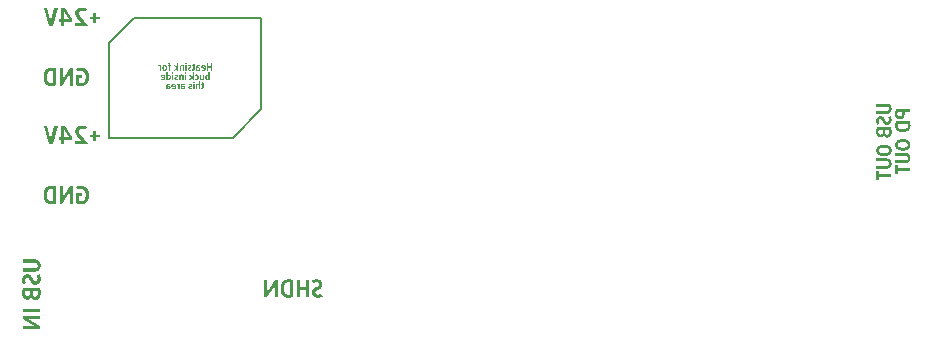
<source format=gbr>
%TF.GenerationSoftware,Altium Limited,Altium Designer,23.11.1 (41)*%
G04 Layer_Color=32896*
%FSLAX26Y26*%
%MOIN*%
%TF.SameCoordinates,0B4E2714-AAF7-4A90-8E72-ED1F183F2DA5*%
%TF.FilePolarity,Positive*%
%TF.FileFunction,Legend,Bot*%
%TF.Part,CustomerPanel*%
G01*
G75*
%TA.AperFunction,NonConductor*%
%ADD78C,0.008000*%
G36*
X1102022Y624854D02*
X1090411D01*
Y650241D01*
X1072207D01*
Y624854D01*
X1060596D01*
Y684386D01*
X1072207D01*
Y659786D01*
X1090411D01*
Y684386D01*
X1102022D01*
Y624854D01*
D02*
G37*
G36*
X997423D02*
X987583D01*
Y659393D01*
Y660377D01*
Y661361D01*
Y662148D01*
Y662837D01*
X987681Y663329D01*
Y663821D01*
Y664017D01*
Y664116D01*
Y665395D01*
Y666379D01*
X987780Y666674D01*
Y666969D01*
Y667068D01*
Y667166D01*
X987583D01*
X987485Y666871D01*
X987288Y666477D01*
X986894Y665592D01*
X986697Y665198D01*
X986500Y664805D01*
X986402Y664608D01*
Y664509D01*
X985615Y663033D01*
X984926Y661656D01*
X984533Y661065D01*
X984237Y660573D01*
X984139Y660278D01*
X984040Y660180D01*
X962688Y624854D01*
X953143D01*
Y684386D01*
X963081D01*
Y651029D01*
Y649946D01*
Y648962D01*
Y648077D01*
Y647388D01*
Y646797D01*
Y646305D01*
Y646010D01*
Y645912D01*
Y645223D01*
X962983Y644534D01*
Y644042D01*
Y643649D01*
Y643157D01*
Y642960D01*
X963081D01*
X963475Y643944D01*
X963967Y644928D01*
X964262Y645321D01*
X964361Y645715D01*
X964557Y645912D01*
Y646010D01*
X965246Y647388D01*
X965935Y648765D01*
X966230Y649257D01*
X966427Y649651D01*
X966525Y649946D01*
X966624Y650045D01*
X987485Y684386D01*
X997423D01*
Y624854D01*
D02*
G37*
G36*
X1128295Y685370D02*
X1129869Y685272D01*
X1131247Y685075D01*
X1132428Y684878D01*
X1133412Y684583D01*
X1134101Y684386D01*
X1134592Y684288D01*
X1134789Y684189D01*
X1136069Y683697D01*
X1137249Y683107D01*
X1138233Y682517D01*
X1139119Y681926D01*
X1139906Y681336D01*
X1140398Y680942D01*
X1140792Y680647D01*
X1140890Y680549D01*
X1141776Y679663D01*
X1142563Y678777D01*
X1143153Y677793D01*
X1143744Y676908D01*
X1144137Y676219D01*
X1144432Y675629D01*
X1144629Y675137D01*
X1144728Y675038D01*
X1145220Y673759D01*
X1145515Y672578D01*
X1145810Y671299D01*
X1145909Y670217D01*
X1146007Y669233D01*
X1146105Y668445D01*
Y667953D01*
Y667757D01*
X1146007Y666182D01*
X1145810Y664706D01*
X1145613Y663427D01*
X1145220Y662345D01*
X1144925Y661459D01*
X1144728Y660869D01*
X1144531Y660377D01*
X1144432Y660278D01*
X1143744Y659196D01*
X1142957Y658212D01*
X1142268Y657425D01*
X1141579Y656637D01*
X1140988Y656047D01*
X1140496Y655653D01*
X1140201Y655358D01*
X1140103Y655260D01*
X1138135Y653882D01*
X1137249Y653193D01*
X1136364Y652701D01*
X1135675Y652308D01*
X1135084Y652013D01*
X1134691Y651816D01*
X1134592Y651717D01*
X1132428Y650733D01*
X1131444Y650241D01*
X1130657Y649749D01*
X1129968Y649454D01*
X1129476Y649159D01*
X1129082Y648962D01*
X1128984Y648864D01*
X1128098Y648372D01*
X1127213Y647781D01*
X1126524Y647289D01*
X1125933Y646797D01*
X1125441Y646305D01*
X1125048Y646010D01*
X1124851Y645813D01*
X1124753Y645715D01*
X1124162Y645026D01*
X1123768Y644337D01*
X1123375Y643649D01*
X1123178Y642960D01*
X1123080Y642369D01*
X1122981Y641877D01*
Y641582D01*
Y641484D01*
X1123080Y640303D01*
X1123375Y639319D01*
X1123768Y638433D01*
X1124162Y637646D01*
X1124654Y637056D01*
X1125048Y636662D01*
X1125343Y636367D01*
X1125441Y636269D01*
X1126425Y635580D01*
X1127508Y635088D01*
X1128590Y634793D01*
X1129574Y634596D01*
X1130558Y634399D01*
X1131345Y634301D01*
X1132034D01*
X1134101Y634399D01*
X1135084Y634596D01*
X1135970Y634694D01*
X1136659Y634891D01*
X1137249Y634989D01*
X1137643Y635088D01*
X1137741D01*
X1139709Y635777D01*
X1140595Y636072D01*
X1141382Y636367D01*
X1142071Y636662D01*
X1142563Y636859D01*
X1142858Y637056D01*
X1142957D01*
X1146794Y627019D01*
X1144236Y625937D01*
X1142957Y625543D01*
X1141874Y625248D01*
X1140890Y624953D01*
X1140201Y624756D01*
X1139709Y624657D01*
X1139513D01*
X1136561Y624165D01*
X1135183Y624067D01*
X1134002Y623969D01*
X1132920Y623870D01*
X1131444D01*
X1129672Y623969D01*
X1128098Y624067D01*
X1126622Y624264D01*
X1125343Y624559D01*
X1124359Y624756D01*
X1123572Y624953D01*
X1123080Y625051D01*
X1122883Y625149D01*
X1121505Y625641D01*
X1120226Y626232D01*
X1119144Y626921D01*
X1118258Y627511D01*
X1117471Y628003D01*
X1116979Y628495D01*
X1116585Y628790D01*
X1116487Y628889D01*
X1115503Y629873D01*
X1114716Y630857D01*
X1114027Y631742D01*
X1113437Y632628D01*
X1113043Y633415D01*
X1112748Y634005D01*
X1112551Y634497D01*
X1112453Y634596D01*
X1111960Y635875D01*
X1111665Y637154D01*
X1111370Y638433D01*
X1111272Y639614D01*
X1111173Y640598D01*
X1111075Y641385D01*
Y641877D01*
Y642074D01*
X1111173Y643649D01*
X1111370Y645125D01*
X1111665Y646404D01*
X1111960Y647388D01*
X1112256Y648273D01*
X1112551Y648962D01*
X1112748Y649356D01*
X1112846Y649454D01*
X1113535Y650537D01*
X1114224Y651521D01*
X1114912Y652308D01*
X1115601Y653095D01*
X1116290Y653685D01*
X1116684Y654079D01*
X1117077Y654374D01*
X1117176Y654473D01*
X1119144Y655949D01*
X1120029Y656539D01*
X1120915Y657129D01*
X1121702Y657523D01*
X1122293Y657818D01*
X1122686Y658015D01*
X1122784Y658113D01*
X1124949Y659196D01*
X1125933Y659688D01*
X1126819Y660180D01*
X1127508Y660475D01*
X1128000Y660770D01*
X1128393Y660967D01*
X1128492Y661065D01*
X1130263Y662148D01*
X1130952Y662738D01*
X1131640Y663230D01*
X1132132Y663624D01*
X1132526Y663919D01*
X1132723Y664116D01*
X1132821Y664214D01*
X1133412Y664903D01*
X1133805Y665592D01*
X1134101Y666281D01*
X1134297Y666969D01*
X1134396Y667560D01*
X1134494Y668052D01*
Y668347D01*
Y668445D01*
X1134396Y669528D01*
X1134199Y670610D01*
X1133805Y671397D01*
X1133412Y672185D01*
X1133018Y672677D01*
X1132624Y673169D01*
X1132428Y673365D01*
X1132329Y673464D01*
X1131444Y674153D01*
X1130460Y674645D01*
X1129377Y674940D01*
X1128393Y675235D01*
X1127606Y675333D01*
X1126819Y675432D01*
X1126228D01*
X1124261Y675333D01*
X1123375Y675235D01*
X1122588Y675137D01*
X1121899Y674940D01*
X1121407Y674841D01*
X1121112Y674743D01*
X1121013D01*
X1119242Y674153D01*
X1118455Y673857D01*
X1117864Y673562D01*
X1117274Y673267D01*
X1116880Y673070D01*
X1116585Y672972D01*
X1116487Y672873D01*
X1112846Y682221D01*
X1115011Y683304D01*
X1116093Y683697D01*
X1117077Y683993D01*
X1117864Y684288D01*
X1118553Y684485D01*
X1118947Y684583D01*
X1119144D01*
X1121801Y685075D01*
X1123080Y685272D01*
X1124261Y685370D01*
X1125245Y685469D01*
X1126720D01*
X1128295Y685370D01*
D02*
G37*
G36*
X1036685Y685272D02*
X1038259Y685173D01*
X1039637Y684977D01*
X1040719Y684780D01*
X1041604Y684681D01*
X1042195Y684485D01*
X1042392D01*
X1043966Y684091D01*
X1045344Y683796D01*
X1046524Y683402D01*
X1047508Y683009D01*
X1048394Y682713D01*
X1048985Y682418D01*
X1049378Y682320D01*
X1049476Y682221D01*
Y627019D01*
X1048394Y626527D01*
X1047213Y626133D01*
X1046131Y625740D01*
X1044950Y625346D01*
X1043966Y625149D01*
X1043179Y624953D01*
X1042687Y624756D01*
X1042490D01*
X1039243Y624264D01*
X1037668Y624067D01*
X1036193Y623969D01*
X1034913D01*
X1034028Y623870D01*
X1033142D01*
X1030879Y623969D01*
X1028714Y624165D01*
X1026746Y624559D01*
X1024877Y625051D01*
X1023105Y625641D01*
X1021531Y626330D01*
X1020055Y627019D01*
X1018776Y627806D01*
X1017595Y628495D01*
X1016611Y629184D01*
X1015725Y629873D01*
X1015037Y630463D01*
X1014446Y630955D01*
X1014053Y631349D01*
X1013856Y631545D01*
X1013757Y631644D01*
X1012478Y633218D01*
X1011494Y634891D01*
X1010510Y636662D01*
X1009723Y638532D01*
X1009034Y640500D01*
X1008444Y642369D01*
X1008050Y644239D01*
X1007657Y646109D01*
X1007361Y647880D01*
X1007164Y649454D01*
X1006968Y650930D01*
X1006869Y652209D01*
X1006771Y653193D01*
Y653981D01*
Y654473D01*
Y654669D01*
X1006869Y657425D01*
X1007066Y659983D01*
X1007460Y662345D01*
X1007853Y664608D01*
X1008345Y666674D01*
X1008936Y668544D01*
X1009625Y670217D01*
X1010215Y671791D01*
X1010904Y673169D01*
X1011592Y674349D01*
X1012183Y675333D01*
X1012675Y676121D01*
X1013068Y676809D01*
X1013462Y677203D01*
X1013659Y677498D01*
X1013757Y677597D01*
X1015135Y678974D01*
X1016611Y680155D01*
X1018087Y681237D01*
X1019661Y682123D01*
X1021334Y682910D01*
X1022909Y683599D01*
X1024483Y684091D01*
X1026057Y684485D01*
X1027435Y684780D01*
X1028812Y685075D01*
X1029993Y685272D01*
X1031076Y685370D01*
X1031961Y685469D01*
X1034913D01*
X1036685Y685272D01*
D02*
G37*
G36*
X347683Y1196744D02*
X349159Y1196547D01*
X350438Y1196449D01*
X351619Y1196252D01*
X352406Y1196055D01*
X352997Y1195957D01*
X353193D01*
X354768Y1195662D01*
X356244Y1195268D01*
X357622Y1194875D01*
X358802Y1194481D01*
X359885Y1194186D01*
X360574Y1193891D01*
X361065Y1193694D01*
X361262Y1193595D01*
X358015Y1184838D01*
X355850Y1185625D01*
X354768Y1185920D01*
X353882Y1186215D01*
X352997Y1186412D01*
X352406Y1186609D01*
X351914Y1186707D01*
X351816D01*
X349356Y1187101D01*
X348274Y1187199D01*
X347388Y1187298D01*
X346601Y1187396D01*
X345420D01*
X343452Y1187298D01*
X341779Y1187003D01*
X340303Y1186609D01*
X339122Y1186117D01*
X338138Y1185625D01*
X337548Y1185231D01*
X337056Y1184936D01*
X336957Y1184838D01*
X335974Y1183854D01*
X335285Y1182771D01*
X334694Y1181689D01*
X334399Y1180607D01*
X334202Y1179721D01*
X334005Y1178934D01*
Y1178442D01*
Y1178245D01*
X334104Y1177163D01*
X334202Y1176179D01*
X334498Y1175293D01*
X334694Y1174506D01*
X334990Y1173817D01*
X335285Y1173325D01*
X335383Y1172931D01*
X335481Y1172833D01*
X336564Y1171062D01*
X337154Y1170275D01*
X337646Y1169487D01*
X338040Y1168897D01*
X338433Y1168405D01*
X338630Y1168110D01*
X338729Y1168011D01*
X364214Y1136228D01*
X321017D01*
Y1145478D01*
X345223D01*
X329676Y1162993D01*
X328692Y1164174D01*
X327806Y1165158D01*
X327511Y1165650D01*
X327216Y1165945D01*
X327118Y1166142D01*
X327019Y1166240D01*
X326035Y1167618D01*
X325248Y1168799D01*
X324953Y1169291D01*
X324756Y1169684D01*
X324559Y1169881D01*
Y1169979D01*
X323870Y1171554D01*
X323280Y1172833D01*
X323083Y1173423D01*
X322985Y1173817D01*
X322886Y1174112D01*
Y1174211D01*
X322493Y1175883D01*
X322394Y1176671D01*
X322296Y1177359D01*
X322197Y1177950D01*
Y1178442D01*
Y1178737D01*
Y1178835D01*
X322296Y1180410D01*
X322394Y1181787D01*
X322690Y1183165D01*
X323083Y1184444D01*
X323969Y1186707D01*
X325051Y1188577D01*
X325543Y1189364D01*
X326134Y1190053D01*
X326625Y1190643D01*
X327019Y1191135D01*
X327413Y1191529D01*
X327610Y1191824D01*
X327806Y1191923D01*
X327905Y1192021D01*
X328987Y1192907D01*
X330266Y1193595D01*
X331546Y1194284D01*
X332825Y1194776D01*
X335580Y1195662D01*
X338237Y1196252D01*
X339516Y1196449D01*
X340697Y1196547D01*
X341681Y1196744D01*
X342665D01*
X343353Y1196843D01*
X346109D01*
X347683Y1196744D01*
D02*
G37*
G36*
X247217Y1136228D02*
X234917D01*
X216614Y1195760D01*
X229209D01*
X239246Y1156991D01*
X239738Y1155023D01*
X239935Y1154137D01*
X240132Y1153350D01*
X240230Y1152661D01*
X240329Y1152169D01*
X240427Y1151874D01*
Y1151775D01*
X240525Y1150988D01*
X240722Y1150299D01*
X240821Y1149709D01*
Y1149217D01*
X240919Y1148823D01*
X241018Y1148627D01*
Y1148528D01*
Y1148430D01*
X241214D01*
X241313Y1148823D01*
X241411Y1149315D01*
X241510Y1149709D01*
Y1149807D01*
X241608Y1150595D01*
X241706Y1151283D01*
X241805Y1151775D01*
Y1151874D01*
Y1151972D01*
X242001Y1152858D01*
X242100Y1153645D01*
X242198Y1154235D01*
X242297Y1154334D01*
Y1154432D01*
X242494Y1155416D01*
X242690Y1156203D01*
X242789Y1156794D01*
X242887Y1156892D01*
Y1156991D01*
X252924Y1195760D01*
X265519D01*
X247217Y1136228D01*
D02*
G37*
G36*
X392455Y1167323D02*
X405247D01*
Y1158565D01*
X392455D01*
Y1145281D01*
X383009D01*
Y1158565D01*
X370217D01*
Y1167323D01*
X383009D01*
Y1180607D01*
X392455D01*
Y1167323D01*
D02*
G37*
G36*
X312849Y1158959D02*
Y1150890D01*
X286183D01*
Y1136228D01*
X275753D01*
Y1150890D01*
X269849D01*
Y1158959D01*
X275753D01*
Y1195760D01*
X288053D01*
X312849Y1158959D01*
D02*
G37*
G36*
X347683Y1590445D02*
X349159Y1590248D01*
X350438Y1590150D01*
X351619Y1589953D01*
X352406Y1589756D01*
X352997Y1589658D01*
X353193D01*
X354768Y1589363D01*
X356244Y1588969D01*
X357622Y1588575D01*
X358802Y1588182D01*
X359885Y1587887D01*
X360574Y1587591D01*
X361065Y1587395D01*
X361262Y1587296D01*
X358015Y1578539D01*
X355850Y1579326D01*
X354768Y1579621D01*
X353882Y1579916D01*
X352997Y1580113D01*
X352406Y1580310D01*
X351914Y1580408D01*
X351816D01*
X349356Y1580802D01*
X348274Y1580900D01*
X347388Y1580999D01*
X346601Y1581097D01*
X345420D01*
X343452Y1580999D01*
X341779Y1580703D01*
X340303Y1580310D01*
X339122Y1579818D01*
X338138Y1579326D01*
X337548Y1578932D01*
X337056Y1578637D01*
X336957Y1578539D01*
X335974Y1577555D01*
X335285Y1576472D01*
X334694Y1575390D01*
X334399Y1574307D01*
X334202Y1573422D01*
X334005Y1572635D01*
Y1572143D01*
Y1571946D01*
X334104Y1570863D01*
X334202Y1569879D01*
X334498Y1568994D01*
X334694Y1568207D01*
X334990Y1567518D01*
X335285Y1567026D01*
X335383Y1566632D01*
X335481Y1566534D01*
X336564Y1564763D01*
X337154Y1563975D01*
X337646Y1563188D01*
X338040Y1562598D01*
X338433Y1562106D01*
X338630Y1561811D01*
X338729Y1561712D01*
X364214Y1529929D01*
X321017D01*
Y1539179D01*
X345223D01*
X329676Y1556694D01*
X328692Y1557875D01*
X327806Y1558859D01*
X327511Y1559351D01*
X327216Y1559646D01*
X327118Y1559843D01*
X327019Y1559941D01*
X326035Y1561319D01*
X325248Y1562499D01*
X324953Y1562991D01*
X324756Y1563385D01*
X324559Y1563582D01*
Y1563680D01*
X323870Y1565255D01*
X323280Y1566534D01*
X323083Y1567124D01*
X322985Y1567518D01*
X322886Y1567813D01*
Y1567911D01*
X322493Y1569584D01*
X322394Y1570371D01*
X322296Y1571060D01*
X322197Y1571651D01*
Y1572143D01*
Y1572438D01*
Y1572536D01*
X322296Y1574111D01*
X322394Y1575488D01*
X322690Y1576866D01*
X323083Y1578145D01*
X323969Y1580408D01*
X325051Y1582278D01*
X325543Y1583065D01*
X326134Y1583754D01*
X326625Y1584344D01*
X327019Y1584836D01*
X327413Y1585230D01*
X327610Y1585525D01*
X327806Y1585623D01*
X327905Y1585722D01*
X328987Y1586607D01*
X330266Y1587296D01*
X331546Y1587985D01*
X332825Y1588477D01*
X335580Y1589363D01*
X338237Y1589953D01*
X339516Y1590150D01*
X340697Y1590248D01*
X341681Y1590445D01*
X342665D01*
X343353Y1590543D01*
X346109D01*
X347683Y1590445D01*
D02*
G37*
G36*
X247217Y1529929D02*
X234917D01*
X216614Y1589461D01*
X229209D01*
X239246Y1550691D01*
X239738Y1548723D01*
X239935Y1547838D01*
X240132Y1547051D01*
X240230Y1546362D01*
X240329Y1545870D01*
X240427Y1545575D01*
Y1545476D01*
X240525Y1544689D01*
X240722Y1544000D01*
X240821Y1543410D01*
Y1542918D01*
X240919Y1542524D01*
X241018Y1542327D01*
Y1542229D01*
Y1542131D01*
X241214D01*
X241313Y1542524D01*
X241411Y1543016D01*
X241510Y1543410D01*
Y1543508D01*
X241608Y1544295D01*
X241706Y1544984D01*
X241805Y1545476D01*
Y1545575D01*
Y1545673D01*
X242001Y1546559D01*
X242100Y1547346D01*
X242198Y1547936D01*
X242297Y1548035D01*
Y1548133D01*
X242494Y1549117D01*
X242690Y1549904D01*
X242789Y1550495D01*
X242887Y1550593D01*
Y1550691D01*
X252924Y1589461D01*
X265519D01*
X247217Y1529929D01*
D02*
G37*
G36*
X392455Y1561023D02*
X405247D01*
Y1552266D01*
X392455D01*
Y1538982D01*
X383009D01*
Y1552266D01*
X370217D01*
Y1561023D01*
X383009D01*
Y1574307D01*
X392455D01*
Y1561023D01*
D02*
G37*
G36*
X312849Y1552659D02*
Y1544591D01*
X286183D01*
Y1529929D01*
X275753D01*
Y1544591D01*
X269849D01*
Y1552659D01*
X275753D01*
Y1589461D01*
X288053D01*
X312849Y1552659D01*
D02*
G37*
G36*
X314621Y1330421D02*
X304781D01*
Y1364959D01*
Y1365943D01*
Y1366927D01*
Y1367715D01*
Y1368403D01*
X304879Y1368895D01*
Y1369387D01*
Y1369584D01*
Y1369683D01*
Y1370962D01*
Y1371946D01*
X304978Y1372241D01*
Y1372536D01*
Y1372635D01*
Y1372733D01*
X304781D01*
X304682Y1372438D01*
X304486Y1372044D01*
X304092Y1371159D01*
X303895Y1370765D01*
X303698Y1370371D01*
X303600Y1370175D01*
Y1370076D01*
X302813Y1368600D01*
X302124Y1367223D01*
X301730Y1366632D01*
X301435Y1366140D01*
X301337Y1365845D01*
X301238Y1365747D01*
X279885Y1330421D01*
X270341D01*
Y1389953D01*
X280279D01*
Y1356595D01*
Y1355513D01*
Y1354529D01*
Y1353643D01*
Y1352955D01*
Y1352364D01*
Y1351872D01*
Y1351577D01*
Y1351479D01*
Y1350790D01*
X280181Y1350101D01*
Y1349609D01*
Y1349215D01*
Y1348723D01*
Y1348527D01*
X280279D01*
X280673Y1349511D01*
X281165Y1350495D01*
X281460Y1350888D01*
X281558Y1351282D01*
X281755Y1351479D01*
Y1351577D01*
X282444Y1352955D01*
X283133Y1354332D01*
X283428Y1354824D01*
X283625Y1355218D01*
X283723Y1355513D01*
X283822Y1355611D01*
X304682Y1389953D01*
X314621D01*
Y1330421D01*
D02*
G37*
G36*
X343058Y1390937D02*
X345223Y1390740D01*
X347191Y1390347D01*
X348864Y1389953D01*
X350340Y1389559D01*
X351422Y1389166D01*
X351816Y1389067D01*
X352111Y1388969D01*
X352209Y1388871D01*
X352308D01*
X354178Y1387985D01*
X355850Y1387001D01*
X357326Y1385919D01*
X358606Y1384935D01*
X359688Y1384049D01*
X360475Y1383360D01*
X360967Y1382868D01*
X361164Y1382671D01*
X362443Y1381097D01*
X363624Y1379424D01*
X364608Y1377850D01*
X365395Y1376275D01*
X365986Y1374996D01*
X366478Y1373914D01*
X366674Y1373520D01*
X366773Y1373225D01*
X366871Y1373028D01*
Y1372930D01*
X367560Y1370765D01*
X368052Y1368502D01*
X368347Y1366435D01*
X368544Y1364467D01*
X368741Y1362795D01*
Y1362007D01*
X368839Y1361417D01*
Y1360925D01*
Y1360531D01*
Y1360335D01*
Y1360236D01*
X368741Y1357678D01*
X368544Y1355218D01*
X368249Y1353053D01*
X367855Y1351183D01*
X367560Y1349609D01*
X367363Y1349019D01*
X367265Y1348428D01*
X367166Y1348035D01*
X367068Y1347739D01*
X366969Y1347543D01*
Y1347444D01*
X366182Y1345378D01*
X365297Y1343508D01*
X364411Y1341835D01*
X363526Y1340458D01*
X362738Y1339277D01*
X362148Y1338391D01*
X361754Y1337899D01*
X361558Y1337703D01*
X360180Y1336325D01*
X358704Y1335046D01*
X357326Y1333963D01*
X355949Y1333078D01*
X354768Y1332389D01*
X353784Y1331897D01*
X353489Y1331700D01*
X353193Y1331602D01*
X353095Y1331503D01*
X352997D01*
X351029Y1330815D01*
X349159Y1330323D01*
X347191Y1329929D01*
X345518Y1329732D01*
X344042Y1329535D01*
X343353D01*
X342861Y1329437D01*
X339811D01*
X337942Y1329634D01*
X336269Y1329732D01*
X334891Y1329929D01*
X333710Y1330126D01*
X332825Y1330224D01*
X332234Y1330421D01*
X332038D01*
X330463Y1330815D01*
X329184Y1331110D01*
X328003Y1331503D01*
X327019Y1331799D01*
X326330Y1332094D01*
X325740Y1332389D01*
X325445Y1332487D01*
X325346Y1332586D01*
Y1365550D01*
X345322D01*
Y1356694D01*
X336269D01*
Y1340064D01*
X336957Y1339769D01*
X337745Y1339572D01*
X338433Y1339474D01*
X338630Y1339375D01*
X338729D01*
X340008Y1339277D01*
X341287Y1339179D01*
X342566D01*
X343649Y1339277D01*
X344633Y1339375D01*
X345518Y1339572D01*
X346404Y1339867D01*
X347093Y1340064D01*
X347585Y1340261D01*
X347978Y1340359D01*
X348077Y1340458D01*
X349061Y1340950D01*
X349946Y1341639D01*
X350733Y1342229D01*
X351422Y1342918D01*
X352013Y1343508D01*
X352406Y1344000D01*
X352702Y1344295D01*
X352800Y1344394D01*
X353489Y1345476D01*
X354178Y1346559D01*
X354768Y1347641D01*
X355161Y1348723D01*
X355555Y1349609D01*
X355850Y1350298D01*
X355949Y1350790D01*
X356047Y1350987D01*
X356441Y1352561D01*
X356736Y1354135D01*
X356933Y1355611D01*
X357031Y1357087D01*
X357130Y1358367D01*
X357228Y1359351D01*
Y1359744D01*
Y1360039D01*
Y1360138D01*
Y1360236D01*
X357130Y1362204D01*
X357031Y1363975D01*
X356834Y1365550D01*
X356539Y1366927D01*
X356342Y1368010D01*
X356146Y1368797D01*
X356047Y1369289D01*
X355949Y1369486D01*
X355358Y1370863D01*
X354768Y1372143D01*
X354178Y1373225D01*
X353587Y1374209D01*
X353095Y1374996D01*
X352702Y1375488D01*
X352406Y1375882D01*
X352308Y1375980D01*
X351422Y1376866D01*
X350537Y1377751D01*
X349651Y1378342D01*
X348765Y1378932D01*
X348077Y1379326D01*
X347486Y1379621D01*
X347093Y1379719D01*
X346994Y1379818D01*
X345813Y1380211D01*
X344633Y1380605D01*
X343452Y1380802D01*
X342468Y1380900D01*
X341582Y1380999D01*
X340894Y1381097D01*
X339024D01*
X337843Y1380999D01*
X336761Y1380900D01*
X335777Y1380802D01*
X335088Y1380605D01*
X334498Y1380507D01*
X334104Y1380408D01*
X334005D01*
X333022Y1380113D01*
X332136Y1379818D01*
X331349Y1379621D01*
X330660Y1379326D01*
X330168Y1379129D01*
X329774Y1378932D01*
X329577Y1378735D01*
X329479D01*
X325838Y1387788D01*
X326822Y1388280D01*
X327806Y1388772D01*
X328889Y1389067D01*
X329873Y1389461D01*
X330857Y1389658D01*
X331546Y1389855D01*
X332038Y1390051D01*
X332234D01*
X335186Y1390642D01*
X336662Y1390839D01*
X337942Y1390937D01*
X339122Y1391035D01*
X340795D01*
X343058Y1390937D01*
D02*
G37*
G36*
X246528Y1390839D02*
X248102Y1390740D01*
X249480Y1390543D01*
X250562Y1390347D01*
X251448Y1390248D01*
X252038Y1390051D01*
X252235D01*
X253810Y1389658D01*
X255187Y1389363D01*
X256368Y1388969D01*
X257352Y1388575D01*
X258238Y1388280D01*
X258828Y1387985D01*
X259221Y1387887D01*
X259320Y1387788D01*
Y1332586D01*
X258238Y1332094D01*
X257057Y1331700D01*
X255974Y1331307D01*
X254793Y1330913D01*
X253810Y1330716D01*
X253022Y1330519D01*
X252530Y1330323D01*
X252333D01*
X249086Y1329831D01*
X247512Y1329634D01*
X246036Y1329535D01*
X244757D01*
X243871Y1329437D01*
X242986D01*
X240722Y1329535D01*
X238558Y1329732D01*
X236589Y1330126D01*
X234720Y1330618D01*
X232949Y1331208D01*
X231374Y1331897D01*
X229898Y1332586D01*
X228619Y1333373D01*
X227438Y1334062D01*
X226454Y1334751D01*
X225569Y1335439D01*
X224880Y1336030D01*
X224290Y1336522D01*
X223896Y1336915D01*
X223699Y1337112D01*
X223601Y1337211D01*
X222321Y1338785D01*
X221338Y1340458D01*
X220353Y1342229D01*
X219566Y1344099D01*
X218877Y1346067D01*
X218287Y1347936D01*
X217893Y1349806D01*
X217500Y1351675D01*
X217205Y1353447D01*
X217008Y1355021D01*
X216811Y1356497D01*
X216713Y1357776D01*
X216614Y1358760D01*
Y1359547D01*
Y1360039D01*
Y1360236D01*
X216713Y1362991D01*
X216910Y1365550D01*
X217303Y1367911D01*
X217697Y1370175D01*
X218189Y1372241D01*
X218779Y1374111D01*
X219468Y1375783D01*
X220058Y1377358D01*
X220747Y1378735D01*
X221436Y1379916D01*
X222026Y1380900D01*
X222518Y1381687D01*
X222912Y1382376D01*
X223305Y1382770D01*
X223502Y1383065D01*
X223601Y1383163D01*
X224978Y1384541D01*
X226454Y1385722D01*
X227930Y1386804D01*
X229505Y1387690D01*
X231178Y1388477D01*
X232752Y1389166D01*
X234326Y1389658D01*
X235901Y1390051D01*
X237278Y1390347D01*
X238656Y1390642D01*
X239837Y1390839D01*
X240919Y1390937D01*
X241805Y1391035D01*
X244757D01*
X246528Y1390839D01*
D02*
G37*
G36*
X314621Y936720D02*
X304781D01*
Y971259D01*
Y972243D01*
Y973227D01*
Y974014D01*
Y974703D01*
X304879Y975195D01*
Y975687D01*
Y975883D01*
Y975982D01*
Y977261D01*
Y978245D01*
X304978Y978540D01*
Y978835D01*
Y978934D01*
Y979032D01*
X304781D01*
X304682Y978737D01*
X304486Y978343D01*
X304092Y977458D01*
X303895Y977064D01*
X303698Y976671D01*
X303600Y976474D01*
Y976375D01*
X302813Y974899D01*
X302124Y973522D01*
X301730Y972931D01*
X301435Y972439D01*
X301337Y972144D01*
X301238Y972046D01*
X279885Y936720D01*
X270341D01*
Y996252D01*
X280279D01*
Y962895D01*
Y961812D01*
Y960828D01*
Y959943D01*
Y959254D01*
Y958663D01*
Y958171D01*
Y957876D01*
Y957778D01*
Y957089D01*
X280181Y956400D01*
Y955908D01*
Y955515D01*
Y955023D01*
Y954826D01*
X280279D01*
X280673Y955810D01*
X281165Y956794D01*
X281460Y957187D01*
X281558Y957581D01*
X281755Y957778D01*
Y957876D01*
X282444Y959254D01*
X283133Y960631D01*
X283428Y961123D01*
X283625Y961517D01*
X283723Y961812D01*
X283822Y961911D01*
X304682Y996252D01*
X314621D01*
Y936720D01*
D02*
G37*
G36*
X343058Y997236D02*
X345223Y997039D01*
X347191Y996646D01*
X348864Y996252D01*
X350340Y995859D01*
X351422Y995465D01*
X351816Y995367D01*
X352111Y995268D01*
X352209Y995170D01*
X352308D01*
X354178Y994284D01*
X355850Y993300D01*
X357326Y992218D01*
X358606Y991234D01*
X359688Y990348D01*
X360475Y989659D01*
X360967Y989167D01*
X361164Y988971D01*
X362443Y987396D01*
X363624Y985723D01*
X364608Y984149D01*
X365395Y982575D01*
X365986Y981295D01*
X366478Y980213D01*
X366674Y979819D01*
X366773Y979524D01*
X366871Y979327D01*
Y979229D01*
X367560Y977064D01*
X368052Y974801D01*
X368347Y972735D01*
X368544Y970767D01*
X368741Y969094D01*
Y968307D01*
X368839Y967716D01*
Y967224D01*
Y966831D01*
Y966634D01*
Y966535D01*
X368741Y963977D01*
X368544Y961517D01*
X368249Y959352D01*
X367855Y957483D01*
X367560Y955908D01*
X367363Y955318D01*
X367265Y954727D01*
X367166Y954334D01*
X367068Y954039D01*
X366969Y953842D01*
Y953743D01*
X366182Y951677D01*
X365297Y949807D01*
X364411Y948135D01*
X363526Y946757D01*
X362738Y945576D01*
X362148Y944691D01*
X361754Y944199D01*
X361558Y944002D01*
X360180Y942624D01*
X358704Y941345D01*
X357326Y940263D01*
X355949Y939377D01*
X354768Y938688D01*
X353784Y938196D01*
X353489Y937999D01*
X353193Y937901D01*
X353095Y937803D01*
X352997D01*
X351029Y937114D01*
X349159Y936622D01*
X347191Y936228D01*
X345518Y936031D01*
X344042Y935835D01*
X343353D01*
X342861Y935736D01*
X339811D01*
X337942Y935933D01*
X336269Y936031D01*
X334891Y936228D01*
X333710Y936425D01*
X332825Y936523D01*
X332234Y936720D01*
X332038D01*
X330463Y937114D01*
X329184Y937409D01*
X328003Y937803D01*
X327019Y938098D01*
X326330Y938393D01*
X325740Y938688D01*
X325445Y938787D01*
X325346Y938885D01*
Y971849D01*
X345322D01*
Y962993D01*
X336269D01*
Y946363D01*
X336957Y946068D01*
X337745Y945871D01*
X338433Y945773D01*
X338630Y945675D01*
X338729D01*
X340008Y945576D01*
X341287Y945478D01*
X342566D01*
X343649Y945576D01*
X344633Y945675D01*
X345518Y945871D01*
X346404Y946167D01*
X347093Y946363D01*
X347585Y946560D01*
X347978Y946659D01*
X348077Y946757D01*
X349061Y947249D01*
X349946Y947938D01*
X350733Y948528D01*
X351422Y949217D01*
X352013Y949807D01*
X352406Y950299D01*
X352702Y950595D01*
X352800Y950693D01*
X353489Y951775D01*
X354178Y952858D01*
X354768Y953940D01*
X355161Y955023D01*
X355555Y955908D01*
X355850Y956597D01*
X355949Y957089D01*
X356047Y957286D01*
X356441Y958860D01*
X356736Y960435D01*
X356933Y961911D01*
X357031Y963387D01*
X357130Y964666D01*
X357228Y965650D01*
Y966043D01*
Y966339D01*
Y966437D01*
Y966535D01*
X357130Y968503D01*
X357031Y970275D01*
X356834Y971849D01*
X356539Y973227D01*
X356342Y974309D01*
X356146Y975096D01*
X356047Y975588D01*
X355949Y975785D01*
X355358Y977163D01*
X354768Y978442D01*
X354178Y979524D01*
X353587Y980508D01*
X353095Y981295D01*
X352702Y981787D01*
X352406Y982181D01*
X352308Y982279D01*
X351422Y983165D01*
X350537Y984051D01*
X349651Y984641D01*
X348765Y985231D01*
X348077Y985625D01*
X347486Y985920D01*
X347093Y986019D01*
X346994Y986117D01*
X345813Y986511D01*
X344633Y986904D01*
X343452Y987101D01*
X342468Y987199D01*
X341582Y987298D01*
X340894Y987396D01*
X339024D01*
X337843Y987298D01*
X336761Y987199D01*
X335777Y987101D01*
X335088Y986904D01*
X334498Y986806D01*
X334104Y986707D01*
X334005D01*
X333022Y986412D01*
X332136Y986117D01*
X331349Y985920D01*
X330660Y985625D01*
X330168Y985428D01*
X329774Y985231D01*
X329577Y985035D01*
X329479D01*
X325838Y994087D01*
X326822Y994579D01*
X327806Y995071D01*
X328889Y995367D01*
X329873Y995760D01*
X330857Y995957D01*
X331546Y996154D01*
X332038Y996351D01*
X332234D01*
X335186Y996941D01*
X336662Y997138D01*
X337942Y997236D01*
X339122Y997335D01*
X340795D01*
X343058Y997236D01*
D02*
G37*
G36*
X246528Y997138D02*
X248102Y997039D01*
X249480Y996843D01*
X250562Y996646D01*
X251448Y996547D01*
X252038Y996351D01*
X252235D01*
X253810Y995957D01*
X255187Y995662D01*
X256368Y995268D01*
X257352Y994875D01*
X258238Y994579D01*
X258828Y994284D01*
X259221Y994186D01*
X259320Y994087D01*
Y938885D01*
X258238Y938393D01*
X257057Y937999D01*
X255974Y937606D01*
X254793Y937212D01*
X253810Y937015D01*
X253022Y936819D01*
X252530Y936622D01*
X252333D01*
X249086Y936130D01*
X247512Y935933D01*
X246036Y935835D01*
X244757D01*
X243871Y935736D01*
X242986D01*
X240722Y935835D01*
X238558Y936031D01*
X236589Y936425D01*
X234720Y936917D01*
X232949Y937507D01*
X231374Y938196D01*
X229898Y938885D01*
X228619Y939672D01*
X227438Y940361D01*
X226454Y941050D01*
X225569Y941739D01*
X224880Y942329D01*
X224290Y942821D01*
X223896Y943215D01*
X223699Y943411D01*
X223601Y943510D01*
X222321Y945084D01*
X221338Y946757D01*
X220353Y948528D01*
X219566Y950398D01*
X218877Y952366D01*
X218287Y954235D01*
X217893Y956105D01*
X217500Y957975D01*
X217205Y959746D01*
X217008Y961320D01*
X216811Y962796D01*
X216713Y964075D01*
X216614Y965059D01*
Y965847D01*
Y966339D01*
Y966535D01*
X216713Y969291D01*
X216910Y971849D01*
X217303Y974211D01*
X217697Y976474D01*
X218189Y978540D01*
X218779Y980410D01*
X219468Y982083D01*
X220058Y983657D01*
X220747Y985035D01*
X221436Y986215D01*
X222026Y987199D01*
X222518Y987987D01*
X222912Y988675D01*
X223305Y989069D01*
X223502Y989364D01*
X223601Y989463D01*
X224978Y990840D01*
X226454Y992021D01*
X227930Y993103D01*
X229505Y993989D01*
X231178Y994776D01*
X232752Y995465D01*
X234326Y995957D01*
X235901Y996351D01*
X237278Y996646D01*
X238656Y996941D01*
X239837Y997138D01*
X240919Y997236D01*
X241805Y997335D01*
X244757D01*
X246528Y997138D01*
D02*
G37*
G36*
X3105814Y1242684D02*
X3086544D01*
X3086626Y1242028D01*
X3086708Y1241372D01*
X3086790Y1240798D01*
Y1240634D01*
X3086872Y1239650D01*
Y1238092D01*
X3086790Y1236370D01*
X3086708Y1234730D01*
X3086544Y1233254D01*
X3086298Y1232024D01*
X3086052Y1231040D01*
X3085888Y1230302D01*
X3085806Y1229810D01*
X3085724Y1229646D01*
X3085232Y1228334D01*
X3084740Y1227186D01*
X3084166Y1226120D01*
X3083674Y1225218D01*
X3083264Y1224562D01*
X3082854Y1223988D01*
X3082608Y1223660D01*
X3082526Y1223578D01*
X3081706Y1222676D01*
X3080804Y1221938D01*
X3079984Y1221364D01*
X3079246Y1220790D01*
X3078508Y1220380D01*
X3078016Y1220134D01*
X3077688Y1219970D01*
X3077524Y1219888D01*
X3076458Y1219478D01*
X3075310Y1219150D01*
X3074326Y1218986D01*
X3073342Y1218822D01*
X3072522Y1218740D01*
X3071866Y1218658D01*
X3071456D01*
X3071292D01*
X3069980Y1218740D01*
X3068668Y1218904D01*
X3067520Y1219150D01*
X3066372Y1219396D01*
X3064404Y1220216D01*
X3063502Y1220626D01*
X3062764Y1221118D01*
X3062026Y1221610D01*
X3061370Y1222020D01*
X3060878Y1222430D01*
X3060468Y1222840D01*
X3060058Y1223086D01*
X3059812Y1223332D01*
X3059730Y1223496D01*
X3059648Y1223578D01*
X3058910Y1224562D01*
X3058172Y1225628D01*
X3057598Y1226694D01*
X3057106Y1227842D01*
X3056368Y1230220D01*
X3055876Y1232516D01*
X3055630Y1233582D01*
X3055548Y1234566D01*
X3055466Y1235468D01*
X3055384Y1236206D01*
X3055302Y1236862D01*
Y1239322D01*
X3055384Y1240798D01*
X3055548Y1242110D01*
X3055630Y1243258D01*
X3055794Y1244242D01*
X3055958Y1244980D01*
X3056040Y1245472D01*
Y1245636D01*
X3056368Y1246948D01*
X3056696Y1248178D01*
X3057024Y1249244D01*
X3057270Y1250228D01*
X3057598Y1251048D01*
X3057762Y1251622D01*
X3057926Y1251950D01*
X3058008Y1252114D01*
X3105814D01*
Y1242684D01*
D02*
G37*
G36*
X3104420Y1210786D02*
X3104748Y1209802D01*
X3105076Y1208900D01*
X3105404Y1207916D01*
X3105568Y1207096D01*
X3105732Y1206440D01*
X3105896Y1206030D01*
Y1205866D01*
X3106306Y1203160D01*
X3106470Y1201848D01*
X3106552Y1200618D01*
Y1199552D01*
X3106634Y1198814D01*
Y1198076D01*
X3106552Y1196190D01*
X3106388Y1194386D01*
X3106060Y1192746D01*
X3105650Y1191188D01*
X3105158Y1189712D01*
X3104584Y1188400D01*
X3104010Y1187170D01*
X3103354Y1186104D01*
X3102780Y1185120D01*
X3102206Y1184300D01*
X3101632Y1183562D01*
X3101140Y1182988D01*
X3100730Y1182496D01*
X3100402Y1182168D01*
X3100238Y1182004D01*
X3100156Y1181922D01*
X3098844Y1180856D01*
X3097450Y1180036D01*
X3095974Y1179216D01*
X3094416Y1178560D01*
X3092776Y1177986D01*
X3091218Y1177494D01*
X3089660Y1177166D01*
X3088102Y1176838D01*
X3086626Y1176592D01*
X3085314Y1176428D01*
X3084084Y1176264D01*
X3083018Y1176182D01*
X3082198Y1176100D01*
X3081542D01*
X3081132D01*
X3080968D01*
X3078672Y1176182D01*
X3076540Y1176346D01*
X3074572Y1176674D01*
X3072686Y1177002D01*
X3070964Y1177412D01*
X3069406Y1177904D01*
X3068012Y1178478D01*
X3066700Y1178970D01*
X3065552Y1179544D01*
X3064568Y1180118D01*
X3063748Y1180610D01*
X3063092Y1181020D01*
X3062518Y1181348D01*
X3062190Y1181676D01*
X3061944Y1181840D01*
X3061862Y1181922D01*
X3060714Y1183070D01*
X3059730Y1184300D01*
X3058828Y1185530D01*
X3058090Y1186842D01*
X3057434Y1188236D01*
X3056860Y1189548D01*
X3056450Y1190860D01*
X3056122Y1192172D01*
X3055876Y1193320D01*
X3055630Y1194468D01*
X3055466Y1195452D01*
X3055384Y1196354D01*
X3055302Y1197092D01*
Y1199552D01*
X3055466Y1201028D01*
X3055548Y1202340D01*
X3055712Y1203488D01*
X3055876Y1204390D01*
X3055958Y1205128D01*
X3056122Y1205620D01*
Y1205784D01*
X3056450Y1207096D01*
X3056696Y1208244D01*
X3057024Y1209228D01*
X3057352Y1210048D01*
X3057598Y1210786D01*
X3057844Y1211278D01*
X3057926Y1211606D01*
X3058008Y1211688D01*
X3104010D01*
X3104420Y1210786D01*
D02*
G37*
G36*
X3083018Y1152648D02*
X3084904Y1152566D01*
X3086626Y1152402D01*
X3088102Y1152156D01*
X3089332Y1151910D01*
X3089906Y1151828D01*
X3090316Y1151746D01*
X3090644Y1151664D01*
X3090890D01*
X3091054Y1151582D01*
X3091136D01*
X3092858Y1151090D01*
X3094334Y1150516D01*
X3095728Y1149942D01*
X3096958Y1149368D01*
X3097942Y1148876D01*
X3098680Y1148466D01*
X3099090Y1148138D01*
X3099254Y1148056D01*
X3100484Y1147154D01*
X3101550Y1146088D01*
X3102452Y1145104D01*
X3103272Y1144202D01*
X3103846Y1143300D01*
X3104338Y1142644D01*
X3104584Y1142234D01*
X3104666Y1142070D01*
X3105322Y1140676D01*
X3105814Y1139200D01*
X3106142Y1137724D01*
X3106388Y1136412D01*
X3106552Y1135264D01*
X3106634Y1134362D01*
Y1133542D01*
X3106552Y1131738D01*
X3106306Y1130098D01*
X3105978Y1128704D01*
X3105650Y1127392D01*
X3105322Y1126408D01*
X3104994Y1125670D01*
X3104748Y1125178D01*
X3104666Y1125014D01*
X3103846Y1123702D01*
X3103026Y1122554D01*
X3102124Y1121488D01*
X3101222Y1120668D01*
X3100484Y1119930D01*
X3099828Y1119438D01*
X3099418Y1119110D01*
X3099254Y1119028D01*
X3097942Y1118208D01*
X3096548Y1117470D01*
X3095154Y1116896D01*
X3093924Y1116404D01*
X3092776Y1115994D01*
X3091956Y1115748D01*
X3091628Y1115584D01*
X3091300D01*
X3091218Y1115502D01*
X3091136D01*
X3089332Y1115092D01*
X3087610Y1114764D01*
X3085888Y1114600D01*
X3084330Y1114436D01*
X3082936Y1114354D01*
X3082362Y1114272D01*
X3081870D01*
X3081542D01*
X3081214D01*
X3081050D01*
X3080968D01*
X3079000Y1114354D01*
X3077114Y1114436D01*
X3075392Y1114682D01*
X3073916Y1114846D01*
X3072604Y1115092D01*
X3072112Y1115174D01*
X3071702Y1115338D01*
X3071374Y1115420D01*
X3071128D01*
X3070964Y1115502D01*
X3070882D01*
X3069160Y1115994D01*
X3067602Y1116568D01*
X3066290Y1117142D01*
X3065060Y1117716D01*
X3064076Y1118208D01*
X3063338Y1118618D01*
X3062928Y1118946D01*
X3062764Y1119028D01*
X3061534Y1119930D01*
X3060468Y1120914D01*
X3059566Y1121898D01*
X3058746Y1122882D01*
X3058172Y1123702D01*
X3057680Y1124358D01*
X3057434Y1124850D01*
X3057352Y1124932D01*
Y1125014D01*
X3056696Y1126408D01*
X3056204Y1127884D01*
X3055794Y1129278D01*
X3055548Y1130590D01*
X3055384Y1131820D01*
X3055302Y1132722D01*
Y1133542D01*
X3055384Y1135264D01*
X3055630Y1136904D01*
X3055958Y1138380D01*
X3056286Y1139610D01*
X3056696Y1140676D01*
X3057024Y1141414D01*
X3057270Y1141906D01*
X3057352Y1141988D01*
Y1142070D01*
X3058172Y1143382D01*
X3058992Y1144530D01*
X3059894Y1145514D01*
X3060796Y1146416D01*
X3061534Y1147072D01*
X3062190Y1147646D01*
X3062600Y1147974D01*
X3062764Y1148056D01*
X3064076Y1148876D01*
X3065470Y1149614D01*
X3066864Y1150188D01*
X3068094Y1150680D01*
X3069242Y1151090D01*
X3070062Y1151336D01*
X3070390Y1151418D01*
X3070636Y1151500D01*
X3070800Y1151582D01*
X3070882D01*
X3072686Y1151992D01*
X3074408Y1152238D01*
X3076130Y1152484D01*
X3077688Y1152566D01*
X3079000Y1152648D01*
X3079574Y1152730D01*
X3080066D01*
X3080476D01*
X3080722D01*
X3080886D01*
X3080968D01*
X3083018Y1152648D01*
D02*
G37*
G36*
X3092530Y1106400D02*
X3093760Y1106318D01*
X3094908Y1106072D01*
X3095892Y1105826D01*
X3096630Y1105662D01*
X3097286Y1105416D01*
X3097614Y1105334D01*
X3097778Y1105252D01*
X3098762Y1104678D01*
X3099664Y1104104D01*
X3100484Y1103530D01*
X3101222Y1102956D01*
X3101796Y1102464D01*
X3102206Y1102054D01*
X3102452Y1101726D01*
X3102534Y1101644D01*
X3103190Y1100742D01*
X3103846Y1099840D01*
X3104338Y1098938D01*
X3104748Y1098118D01*
X3105076Y1097380D01*
X3105322Y1096806D01*
X3105404Y1096478D01*
X3105486Y1096314D01*
X3105814Y1095166D01*
X3106060Y1093936D01*
X3106224Y1092788D01*
X3106306Y1091804D01*
X3106388Y1090902D01*
X3106470Y1090164D01*
Y1089590D01*
X3106388Y1088278D01*
X3106306Y1086966D01*
X3106142Y1085818D01*
X3105978Y1084834D01*
X3105814Y1084014D01*
X3105650Y1083358D01*
X3105486Y1083030D01*
Y1082866D01*
X3105076Y1081718D01*
X3104584Y1080734D01*
X3104092Y1079832D01*
X3103600Y1079012D01*
X3103190Y1078438D01*
X3102862Y1077946D01*
X3102616Y1077618D01*
X3102534Y1077536D01*
X3101796Y1076716D01*
X3100976Y1075978D01*
X3100156Y1075404D01*
X3099418Y1074830D01*
X3098762Y1074502D01*
X3098270Y1074174D01*
X3097860Y1074010D01*
X3097778Y1073928D01*
X3096630Y1073518D01*
X3095564Y1073190D01*
X3094416Y1072944D01*
X3093350Y1072780D01*
X3092448Y1072698D01*
X3091792Y1072616D01*
X3091300D01*
X3091136D01*
X3056204D01*
Y1082292D01*
X3091218D01*
X3092366Y1082374D01*
X3093432Y1082620D01*
X3094252Y1082948D01*
X3094990Y1083358D01*
X3095646Y1083768D01*
X3096056Y1084096D01*
X3096302Y1084342D01*
X3096384Y1084424D01*
X3097040Y1085244D01*
X3097450Y1086064D01*
X3097778Y1086966D01*
X3098024Y1087786D01*
X3098188Y1088524D01*
X3098270Y1089098D01*
Y1089590D01*
X3098188Y1090656D01*
X3097942Y1091640D01*
X3097696Y1092542D01*
X3097286Y1093280D01*
X3096958Y1093936D01*
X3096712Y1094346D01*
X3096466Y1094674D01*
X3096384Y1094756D01*
X3095646Y1095412D01*
X3094744Y1095904D01*
X3093924Y1096314D01*
X3093104Y1096560D01*
X3092366Y1096724D01*
X3091792Y1096806D01*
X3091382D01*
X3091218D01*
X3056204D01*
Y1106482D01*
X3091136D01*
X3092530Y1106400D01*
D02*
G37*
G36*
X3064240Y1055314D02*
X3105814D01*
Y1045638D01*
X3064240D01*
Y1035224D01*
X3056204D01*
Y1065892D01*
X3064240D01*
Y1055314D01*
D02*
G37*
G36*
X3029530Y1270400D02*
X3030760Y1270318D01*
X3031908Y1270072D01*
X3032892Y1269826D01*
X3033630Y1269662D01*
X3034286Y1269416D01*
X3034614Y1269334D01*
X3034778Y1269252D01*
X3035762Y1268678D01*
X3036664Y1268104D01*
X3037484Y1267530D01*
X3038222Y1266956D01*
X3038796Y1266464D01*
X3039206Y1266054D01*
X3039452Y1265726D01*
X3039534Y1265644D01*
X3040190Y1264742D01*
X3040846Y1263840D01*
X3041338Y1262938D01*
X3041748Y1262118D01*
X3042076Y1261380D01*
X3042322Y1260806D01*
X3042404Y1260478D01*
X3042486Y1260314D01*
X3042814Y1259166D01*
X3043060Y1257936D01*
X3043224Y1256788D01*
X3043306Y1255804D01*
X3043388Y1254902D01*
X3043470Y1254164D01*
Y1253590D01*
X3043388Y1252278D01*
X3043306Y1250966D01*
X3043142Y1249818D01*
X3042978Y1248834D01*
X3042814Y1248014D01*
X3042650Y1247358D01*
X3042486Y1247030D01*
Y1246866D01*
X3042076Y1245718D01*
X3041584Y1244734D01*
X3041092Y1243832D01*
X3040600Y1243012D01*
X3040190Y1242438D01*
X3039862Y1241946D01*
X3039616Y1241618D01*
X3039534Y1241536D01*
X3038796Y1240716D01*
X3037976Y1239978D01*
X3037156Y1239404D01*
X3036418Y1238830D01*
X3035762Y1238502D01*
X3035270Y1238174D01*
X3034860Y1238010D01*
X3034778Y1237928D01*
X3033630Y1237518D01*
X3032564Y1237190D01*
X3031416Y1236944D01*
X3030350Y1236780D01*
X3029448Y1236698D01*
X3028792Y1236616D01*
X3028300D01*
X3028136D01*
X2993204D01*
Y1246292D01*
X3028218D01*
X3029366Y1246374D01*
X3030432Y1246620D01*
X3031252Y1246948D01*
X3031990Y1247358D01*
X3032646Y1247768D01*
X3033056Y1248096D01*
X3033302Y1248342D01*
X3033384Y1248424D01*
X3034040Y1249244D01*
X3034450Y1250064D01*
X3034778Y1250966D01*
X3035024Y1251786D01*
X3035188Y1252524D01*
X3035270Y1253098D01*
Y1253590D01*
X3035188Y1254656D01*
X3034942Y1255640D01*
X3034696Y1256542D01*
X3034286Y1257280D01*
X3033958Y1257936D01*
X3033712Y1258346D01*
X3033466Y1258674D01*
X3033384Y1258756D01*
X3032646Y1259412D01*
X3031744Y1259904D01*
X3030924Y1260314D01*
X3030104Y1260560D01*
X3029366Y1260724D01*
X3028792Y1260806D01*
X3028382D01*
X3028218D01*
X2993204D01*
Y1270482D01*
X3028136D01*
X3029530Y1270400D01*
D02*
G37*
G36*
X3041912Y1227350D02*
X3042240Y1226284D01*
X3042486Y1225382D01*
X3042732Y1224562D01*
X3042896Y1223988D01*
X3042978Y1223578D01*
Y1223414D01*
X3043388Y1220954D01*
X3043470Y1219806D01*
X3043552Y1218822D01*
X3043634Y1217920D01*
Y1216690D01*
X3043552Y1215214D01*
X3043470Y1213902D01*
X3043306Y1212672D01*
X3043060Y1211606D01*
X3042896Y1210786D01*
X3042732Y1210130D01*
X3042650Y1209720D01*
X3042568Y1209556D01*
X3042158Y1208408D01*
X3041666Y1207342D01*
X3041092Y1206440D01*
X3040600Y1205702D01*
X3040190Y1205046D01*
X3039780Y1204636D01*
X3039534Y1204308D01*
X3039452Y1204226D01*
X3038632Y1203406D01*
X3037812Y1202750D01*
X3037074Y1202176D01*
X3036336Y1201684D01*
X3035680Y1201356D01*
X3035188Y1201110D01*
X3034778Y1200946D01*
X3034696Y1200864D01*
X3033630Y1200454D01*
X3032564Y1200208D01*
X3031498Y1199962D01*
X3030514Y1199880D01*
X3029694Y1199798D01*
X3029038Y1199716D01*
X3028628D01*
X3028464D01*
X3027152Y1199798D01*
X3025922Y1199962D01*
X3024856Y1200208D01*
X3024036Y1200454D01*
X3023298Y1200700D01*
X3022724Y1200946D01*
X3022396Y1201110D01*
X3022314Y1201192D01*
X3021412Y1201766D01*
X3020592Y1202340D01*
X3019936Y1202914D01*
X3019280Y1203488D01*
X3018788Y1204062D01*
X3018460Y1204390D01*
X3018214Y1204718D01*
X3018132Y1204800D01*
X3016902Y1206440D01*
X3016410Y1207178D01*
X3015918Y1207916D01*
X3015590Y1208572D01*
X3015344Y1209064D01*
X3015180Y1209392D01*
X3015098Y1209474D01*
X3014196Y1211278D01*
X3013786Y1212098D01*
X3013376Y1212836D01*
X3013130Y1213410D01*
X3012884Y1213820D01*
X3012720Y1214148D01*
X3012638Y1214230D01*
X3011736Y1215706D01*
X3011244Y1216280D01*
X3010834Y1216854D01*
X3010506Y1217264D01*
X3010260Y1217592D01*
X3010096Y1217756D01*
X3010014Y1217838D01*
X3009440Y1218330D01*
X3008866Y1218658D01*
X3008292Y1218904D01*
X3007718Y1219068D01*
X3007226Y1219150D01*
X3006816Y1219232D01*
X3006570D01*
X3006488D01*
X3005586Y1219150D01*
X3004684Y1218986D01*
X3004028Y1218658D01*
X3003372Y1218330D01*
X3002962Y1218002D01*
X3002552Y1217674D01*
X3002388Y1217510D01*
X3002306Y1217428D01*
X3001732Y1216690D01*
X3001322Y1215870D01*
X3001076Y1214968D01*
X3000830Y1214148D01*
X3000748Y1213492D01*
X3000666Y1212836D01*
Y1212344D01*
X3000748Y1210704D01*
X3000830Y1209966D01*
X3000912Y1209310D01*
X3001076Y1208736D01*
X3001158Y1208326D01*
X3001240Y1208080D01*
Y1207998D01*
X3001732Y1206522D01*
X3001978Y1205866D01*
X3002224Y1205374D01*
X3002470Y1204882D01*
X3002634Y1204554D01*
X3002716Y1204308D01*
X3002798Y1204226D01*
X2995008Y1201192D01*
X2994106Y1202996D01*
X2993778Y1203898D01*
X2993532Y1204718D01*
X2993286Y1205374D01*
X2993122Y1205948D01*
X2993040Y1206276D01*
Y1206440D01*
X2992630Y1208654D01*
X2992466Y1209720D01*
X2992384Y1210704D01*
X2992302Y1211524D01*
Y1212754D01*
X2992384Y1214066D01*
X2992466Y1215378D01*
X2992630Y1216526D01*
X2992794Y1217510D01*
X2993040Y1218330D01*
X2993204Y1218904D01*
X2993286Y1219314D01*
X2993368Y1219478D01*
X2993778Y1220544D01*
X2994270Y1221528D01*
X2994762Y1222348D01*
X2995254Y1223086D01*
X2995746Y1223742D01*
X2996074Y1224152D01*
X2996320Y1224480D01*
X2996402Y1224562D01*
X2997140Y1225300D01*
X2997878Y1225956D01*
X2998698Y1226448D01*
X2999436Y1226940D01*
X3000010Y1227268D01*
X3000502Y1227514D01*
X3000912Y1227678D01*
X3000994Y1227760D01*
X3002060Y1228170D01*
X3003044Y1228416D01*
X3004110Y1228662D01*
X3005012Y1228744D01*
X3005832Y1228826D01*
X3006488Y1228908D01*
X3006898D01*
X3007062D01*
X3008374Y1228826D01*
X3009604Y1228662D01*
X3010670Y1228498D01*
X3011572Y1228170D01*
X3012310Y1227924D01*
X3012802Y1227760D01*
X3013212Y1227596D01*
X3013294Y1227514D01*
X3014196Y1226940D01*
X3015016Y1226284D01*
X3015672Y1225710D01*
X3016328Y1225136D01*
X3016820Y1224644D01*
X3017148Y1224234D01*
X3017394Y1223988D01*
X3017476Y1223906D01*
X3018624Y1222266D01*
X3019198Y1221528D01*
X3019608Y1220790D01*
X3019936Y1220216D01*
X3020182Y1219724D01*
X3020346Y1219396D01*
X3020428Y1219314D01*
X3021248Y1217510D01*
X3021658Y1216690D01*
X3022068Y1216034D01*
X3022314Y1215460D01*
X3022560Y1215050D01*
X3022724Y1214722D01*
X3022806Y1214640D01*
X3023216Y1213902D01*
X3023708Y1213164D01*
X3024118Y1212590D01*
X3024528Y1212098D01*
X3024938Y1211688D01*
X3025184Y1211360D01*
X3025348Y1211196D01*
X3025430Y1211114D01*
X3026004Y1210622D01*
X3026578Y1210294D01*
X3027152Y1209966D01*
X3027726Y1209802D01*
X3028218Y1209720D01*
X3028628Y1209638D01*
X3028874D01*
X3028956D01*
X3029940Y1209720D01*
X3030760Y1209966D01*
X3031498Y1210294D01*
X3032154Y1210622D01*
X3032646Y1211032D01*
X3032974Y1211360D01*
X3033220Y1211606D01*
X3033302Y1211688D01*
X3033876Y1212508D01*
X3034286Y1213410D01*
X3034532Y1214312D01*
X3034696Y1215132D01*
X3034860Y1215952D01*
X3034942Y1216608D01*
Y1217182D01*
X3034860Y1218904D01*
X3034696Y1219724D01*
X3034614Y1220462D01*
X3034450Y1221036D01*
X3034368Y1221528D01*
X3034286Y1221856D01*
Y1221938D01*
X3033712Y1223578D01*
X3033466Y1224316D01*
X3033220Y1224972D01*
X3032974Y1225546D01*
X3032810Y1225956D01*
X3032646Y1226202D01*
Y1226284D01*
X3041010Y1229482D01*
X3041912Y1227350D01*
D02*
G37*
G36*
X3041420Y1191188D02*
X3041748Y1190040D01*
X3042076Y1188974D01*
X3042404Y1187908D01*
X3042568Y1186924D01*
X3042732Y1186186D01*
X3042896Y1185694D01*
Y1185530D01*
X3043142Y1183972D01*
X3043306Y1182414D01*
X3043470Y1181020D01*
X3043552Y1179708D01*
Y1178642D01*
X3043634Y1177822D01*
Y1177084D01*
X3043552Y1175280D01*
X3043470Y1173640D01*
X3043306Y1172082D01*
X3043060Y1170688D01*
X3042732Y1169376D01*
X3042404Y1168146D01*
X3042076Y1167080D01*
X3041748Y1166096D01*
X3041420Y1165194D01*
X3041092Y1164456D01*
X3040764Y1163882D01*
X3040436Y1163308D01*
X3040190Y1162898D01*
X3040026Y1162652D01*
X3039862Y1162488D01*
Y1162406D01*
X3039124Y1161504D01*
X3038304Y1160766D01*
X3037484Y1160110D01*
X3036664Y1159536D01*
X3035762Y1159044D01*
X3034860Y1158634D01*
X3033220Y1158060D01*
X3031662Y1157650D01*
X3031006Y1157568D01*
X3030432Y1157486D01*
X3030022Y1157404D01*
X3029694D01*
X3029448D01*
X3029366D01*
X3028382D01*
X3027480Y1157568D01*
X3026660Y1157650D01*
X3026004Y1157814D01*
X3025430Y1157978D01*
X3024938Y1158142D01*
X3024692Y1158224D01*
X3024610Y1158306D01*
X3023216Y1158962D01*
X3022560Y1159372D01*
X3022068Y1159700D01*
X3021658Y1160028D01*
X3021330Y1160274D01*
X3021166Y1160438D01*
X3021084Y1160520D01*
X3020018Y1161504D01*
X3019198Y1162406D01*
X3018952Y1162816D01*
X3018706Y1163144D01*
X3018624Y1163308D01*
X3018542Y1163390D01*
X3017886Y1164538D01*
X3017394Y1165522D01*
X3017230Y1165932D01*
X3017148Y1166260D01*
X3017066Y1166424D01*
Y1166506D01*
X3016902D01*
X3016492Y1165358D01*
X3016082Y1164456D01*
X3015918Y1164128D01*
X3015754Y1163882D01*
X3015590Y1163718D01*
Y1163636D01*
X3014770Y1162652D01*
X3013950Y1161914D01*
X3013622Y1161586D01*
X3013376Y1161340D01*
X3013212Y1161258D01*
X3013130Y1161176D01*
X3011982Y1160438D01*
X3010916Y1159864D01*
X3010506Y1159618D01*
X3010178Y1159454D01*
X3009932Y1159372D01*
X3009850D01*
X3008456Y1158962D01*
X3007800Y1158880D01*
X3007226Y1158798D01*
X3006652Y1158716D01*
X3006242D01*
X3005996D01*
X3005914D01*
X3004848Y1158798D01*
X3003782Y1158880D01*
X3002880Y1159044D01*
X3002060Y1159290D01*
X3001404Y1159536D01*
X3000912Y1159700D01*
X3000584Y1159782D01*
X3000502Y1159864D01*
X2999600Y1160356D01*
X2998780Y1160848D01*
X2998042Y1161422D01*
X2997386Y1161996D01*
X2996894Y1162488D01*
X2996566Y1162898D01*
X2996320Y1163226D01*
X2996238Y1163308D01*
X2995582Y1164210D01*
X2995008Y1165112D01*
X2994516Y1166096D01*
X2994106Y1166998D01*
X2993778Y1167818D01*
X2993532Y1168474D01*
X2993450Y1168884D01*
X2993368Y1168966D01*
Y1169048D01*
X2993040Y1170360D01*
X2992712Y1171754D01*
X2992548Y1173148D01*
X2992466Y1174460D01*
X2992384Y1175526D01*
X2992302Y1176428D01*
Y1178888D01*
X2992466Y1180364D01*
X2992548Y1181758D01*
X2992712Y1182988D01*
X2992876Y1184054D01*
X2992958Y1184874D01*
X2993122Y1185366D01*
Y1185530D01*
X2993450Y1186924D01*
X2993696Y1188154D01*
X2994024Y1189302D01*
X2994352Y1190286D01*
X2994598Y1191106D01*
X2994844Y1191680D01*
X2994926Y1192008D01*
X2995008Y1192172D01*
X3041010D01*
X3041420Y1191188D01*
D02*
G37*
G36*
X3020018Y1134280D02*
X3021904Y1134198D01*
X3023626Y1134034D01*
X3025102Y1133788D01*
X3026332Y1133542D01*
X3026906Y1133460D01*
X3027316Y1133378D01*
X3027644Y1133296D01*
X3027890D01*
X3028054Y1133214D01*
X3028136D01*
X3029858Y1132722D01*
X3031334Y1132148D01*
X3032728Y1131574D01*
X3033958Y1131000D01*
X3034942Y1130508D01*
X3035680Y1130098D01*
X3036090Y1129770D01*
X3036254Y1129688D01*
X3037484Y1128786D01*
X3038550Y1127720D01*
X3039452Y1126736D01*
X3040272Y1125834D01*
X3040846Y1124932D01*
X3041338Y1124276D01*
X3041584Y1123866D01*
X3041666Y1123702D01*
X3042322Y1122308D01*
X3042814Y1120832D01*
X3043142Y1119356D01*
X3043388Y1118044D01*
X3043552Y1116896D01*
X3043634Y1115994D01*
Y1115174D01*
X3043552Y1113370D01*
X3043306Y1111730D01*
X3042978Y1110336D01*
X3042650Y1109024D01*
X3042322Y1108040D01*
X3041994Y1107302D01*
X3041748Y1106810D01*
X3041666Y1106646D01*
X3040846Y1105334D01*
X3040026Y1104186D01*
X3039124Y1103120D01*
X3038222Y1102300D01*
X3037484Y1101562D01*
X3036828Y1101070D01*
X3036418Y1100742D01*
X3036254Y1100660D01*
X3034942Y1099840D01*
X3033548Y1099102D01*
X3032154Y1098528D01*
X3030924Y1098036D01*
X3029776Y1097626D01*
X3028956Y1097380D01*
X3028628Y1097216D01*
X3028300D01*
X3028218Y1097134D01*
X3028136D01*
X3026332Y1096724D01*
X3024610Y1096396D01*
X3022888Y1096232D01*
X3021330Y1096068D01*
X3019936Y1095986D01*
X3019362Y1095904D01*
X3018870D01*
X3018542D01*
X3018214D01*
X3018050D01*
X3017968D01*
X3016000Y1095986D01*
X3014114Y1096068D01*
X3012392Y1096314D01*
X3010916Y1096478D01*
X3009604Y1096724D01*
X3009112Y1096806D01*
X3008702Y1096970D01*
X3008374Y1097052D01*
X3008128D01*
X3007964Y1097134D01*
X3007882D01*
X3006160Y1097626D01*
X3004602Y1098200D01*
X3003290Y1098774D01*
X3002060Y1099348D01*
X3001076Y1099840D01*
X3000338Y1100250D01*
X2999928Y1100578D01*
X2999764Y1100660D01*
X2998534Y1101562D01*
X2997468Y1102546D01*
X2996566Y1103530D01*
X2995746Y1104514D01*
X2995172Y1105334D01*
X2994680Y1105990D01*
X2994434Y1106482D01*
X2994352Y1106564D01*
Y1106646D01*
X2993696Y1108040D01*
X2993204Y1109516D01*
X2992794Y1110910D01*
X2992548Y1112222D01*
X2992384Y1113452D01*
X2992302Y1114354D01*
Y1115174D01*
X2992384Y1116896D01*
X2992630Y1118536D01*
X2992958Y1120012D01*
X2993286Y1121242D01*
X2993696Y1122308D01*
X2994024Y1123046D01*
X2994270Y1123538D01*
X2994352Y1123620D01*
Y1123702D01*
X2995172Y1125014D01*
X2995992Y1126162D01*
X2996894Y1127146D01*
X2997796Y1128048D01*
X2998534Y1128704D01*
X2999190Y1129278D01*
X2999600Y1129606D01*
X2999764Y1129688D01*
X3001076Y1130508D01*
X3002470Y1131246D01*
X3003864Y1131820D01*
X3005094Y1132312D01*
X3006242Y1132722D01*
X3007062Y1132968D01*
X3007390Y1133050D01*
X3007636Y1133132D01*
X3007800Y1133214D01*
X3007882D01*
X3009686Y1133624D01*
X3011408Y1133870D01*
X3013130Y1134116D01*
X3014688Y1134198D01*
X3016000Y1134280D01*
X3016574Y1134362D01*
X3017066D01*
X3017476D01*
X3017722D01*
X3017886D01*
X3017968D01*
X3020018Y1134280D01*
D02*
G37*
G36*
X3029530Y1088032D02*
X3030760Y1087950D01*
X3031908Y1087704D01*
X3032892Y1087458D01*
X3033630Y1087294D01*
X3034286Y1087048D01*
X3034614Y1086966D01*
X3034778Y1086884D01*
X3035762Y1086310D01*
X3036664Y1085736D01*
X3037484Y1085162D01*
X3038222Y1084588D01*
X3038796Y1084096D01*
X3039206Y1083686D01*
X3039452Y1083358D01*
X3039534Y1083276D01*
X3040190Y1082374D01*
X3040846Y1081472D01*
X3041338Y1080570D01*
X3041748Y1079750D01*
X3042076Y1079012D01*
X3042322Y1078438D01*
X3042404Y1078110D01*
X3042486Y1077946D01*
X3042814Y1076798D01*
X3043060Y1075568D01*
X3043224Y1074420D01*
X3043306Y1073436D01*
X3043388Y1072534D01*
X3043470Y1071796D01*
Y1071222D01*
X3043388Y1069910D01*
X3043306Y1068598D01*
X3043142Y1067450D01*
X3042978Y1066466D01*
X3042814Y1065646D01*
X3042650Y1064990D01*
X3042486Y1064662D01*
Y1064498D01*
X3042076Y1063350D01*
X3041584Y1062366D01*
X3041092Y1061464D01*
X3040600Y1060644D01*
X3040190Y1060070D01*
X3039862Y1059578D01*
X3039616Y1059250D01*
X3039534Y1059168D01*
X3038796Y1058348D01*
X3037976Y1057610D01*
X3037156Y1057036D01*
X3036418Y1056462D01*
X3035762Y1056134D01*
X3035270Y1055806D01*
X3034860Y1055642D01*
X3034778Y1055560D01*
X3033630Y1055150D01*
X3032564Y1054822D01*
X3031416Y1054576D01*
X3030350Y1054412D01*
X3029448Y1054330D01*
X3028792Y1054248D01*
X3028300D01*
X3028136D01*
X2993204D01*
Y1063924D01*
X3028218D01*
X3029366Y1064006D01*
X3030432Y1064252D01*
X3031252Y1064580D01*
X3031990Y1064990D01*
X3032646Y1065400D01*
X3033056Y1065728D01*
X3033302Y1065974D01*
X3033384Y1066056D01*
X3034040Y1066876D01*
X3034450Y1067696D01*
X3034778Y1068598D01*
X3035024Y1069418D01*
X3035188Y1070156D01*
X3035270Y1070730D01*
Y1071222D01*
X3035188Y1072288D01*
X3034942Y1073272D01*
X3034696Y1074174D01*
X3034286Y1074912D01*
X3033958Y1075568D01*
X3033712Y1075978D01*
X3033466Y1076306D01*
X3033384Y1076388D01*
X3032646Y1077044D01*
X3031744Y1077536D01*
X3030924Y1077946D01*
X3030104Y1078192D01*
X3029366Y1078356D01*
X3028792Y1078438D01*
X3028382D01*
X3028218D01*
X2993204D01*
Y1088114D01*
X3028136D01*
X3029530Y1088032D01*
D02*
G37*
G36*
X3001240Y1036946D02*
X3042814D01*
Y1027270D01*
X3001240D01*
Y1016856D01*
X2993204D01*
Y1047524D01*
X3001240D01*
Y1036946D01*
D02*
G37*
G36*
X691975Y1406234D02*
X692329Y1406155D01*
X692604Y1406037D01*
X692879Y1405919D01*
X693115Y1405801D01*
X693272Y1405683D01*
X693350Y1405605D01*
X693390Y1405565D01*
X693625Y1405290D01*
X693822Y1405015D01*
X693940Y1404740D01*
X694058Y1404465D01*
X694097Y1404229D01*
X694136Y1404033D01*
Y1403915D01*
Y1403876D01*
X694097Y1403522D01*
X694019Y1403168D01*
X693901Y1402893D01*
X693743Y1402618D01*
X693625Y1402421D01*
X693508Y1402264D01*
X693429Y1402186D01*
X693390Y1402146D01*
X693115Y1401910D01*
X692800Y1401753D01*
X692486Y1401596D01*
X692211Y1401517D01*
X691975Y1401478D01*
X691739Y1401439D01*
X691582D01*
X691189Y1401478D01*
X690835Y1401557D01*
X690560Y1401675D01*
X690285Y1401793D01*
X690049Y1401910D01*
X689892Y1402028D01*
X689813Y1402107D01*
X689774Y1402146D01*
X689538Y1402421D01*
X689342Y1402736D01*
X689224Y1403011D01*
X689106Y1403286D01*
X689067Y1403522D01*
X689027Y1403718D01*
Y1403836D01*
Y1403876D01*
X689067Y1404229D01*
X689145Y1404583D01*
X689263Y1404858D01*
X689381Y1405094D01*
X689538Y1405290D01*
X689656Y1405447D01*
X689735Y1405526D01*
X689774Y1405565D01*
X690049Y1405801D01*
X690364Y1405958D01*
X690678Y1406116D01*
X690953Y1406194D01*
X691189Y1406234D01*
X691385Y1406273D01*
X691582D01*
X691975Y1406234D01*
D02*
G37*
G36*
X778396Y1380885D02*
X773758D01*
Y1391024D01*
X766488D01*
Y1380885D01*
X761850D01*
Y1404661D01*
X766488D01*
Y1394836D01*
X773758D01*
Y1404661D01*
X778396D01*
Y1380885D01*
D02*
G37*
G36*
X733633Y1398924D02*
X734262Y1398884D01*
X734812Y1398806D01*
X735284Y1398727D01*
X735637Y1398649D01*
X735873Y1398609D01*
X735912Y1398570D01*
X735952D01*
X736580Y1398413D01*
X737131Y1398256D01*
X737641Y1398138D01*
X738034Y1397980D01*
X738388Y1397863D01*
X738624Y1397784D01*
X738781Y1397745D01*
X738821Y1397705D01*
X737720Y1394679D01*
X737366Y1394836D01*
X737013Y1394915D01*
X736738Y1394994D01*
X736698Y1395033D01*
X736659D01*
X736187Y1395190D01*
X735794Y1395269D01*
X735637Y1395347D01*
X735519D01*
X735441Y1395387D01*
X735401D01*
X734890Y1395505D01*
X734497Y1395583D01*
X734301D01*
X734183Y1395622D01*
X734065D01*
X733554Y1395701D01*
X733122Y1395740D01*
X732729D01*
X732179Y1395701D01*
X731707Y1395662D01*
X731314Y1395544D01*
X730961Y1395465D01*
X730685Y1395347D01*
X730489Y1395229D01*
X730371Y1395190D01*
X730332Y1395151D01*
X730017Y1394915D01*
X729821Y1394601D01*
X729664Y1394286D01*
X729546Y1393972D01*
X729467Y1393658D01*
X729428Y1393422D01*
Y1393264D01*
Y1393186D01*
Y1392282D01*
X730174Y1392243D01*
X730882Y1392164D01*
X731550Y1392085D01*
X732139Y1392007D01*
X732611Y1391968D01*
X733004Y1391889D01*
X733240Y1391850D01*
X733318D01*
X733987Y1391732D01*
X734615Y1391575D01*
X735166Y1391417D01*
X735677Y1391260D01*
X736069Y1391142D01*
X736345Y1391024D01*
X736541Y1390946D01*
X736620Y1390907D01*
X737131Y1390671D01*
X737602Y1390356D01*
X737995Y1390081D01*
X738310Y1389806D01*
X738585Y1389531D01*
X738781Y1389334D01*
X738899Y1389177D01*
X738938Y1389138D01*
X739213Y1388666D01*
X739449Y1388195D01*
X739606Y1387723D01*
X739685Y1387252D01*
X739764Y1386819D01*
X739803Y1386505D01*
Y1386269D01*
Y1386230D01*
Y1386190D01*
X739764Y1385680D01*
X739724Y1385247D01*
X739489Y1384383D01*
X739174Y1383675D01*
X738821Y1383086D01*
X738467Y1382614D01*
X738152Y1382261D01*
X737917Y1382064D01*
X737877Y1381985D01*
X737838D01*
X737445Y1381710D01*
X737013Y1381475D01*
X736069Y1381121D01*
X735048Y1380846D01*
X734065Y1380688D01*
X733633Y1380610D01*
X733201Y1380571D01*
X732808Y1380531D01*
X732493D01*
X732218Y1380492D01*
X731078D01*
X730371Y1380571D01*
X729742Y1380610D01*
X729153Y1380688D01*
X728681Y1380767D01*
X728327Y1380806D01*
X728092Y1380885D01*
X728013D01*
X727345Y1381042D01*
X726795Y1381160D01*
X726323Y1381317D01*
X725891Y1381435D01*
X725576Y1381553D01*
X725380Y1381671D01*
X725223Y1381710D01*
X725183Y1381750D01*
Y1392675D01*
Y1393304D01*
X725262Y1393854D01*
X725341Y1394365D01*
X725458Y1394876D01*
X725616Y1395308D01*
X725773Y1395701D01*
X725930Y1396055D01*
X726087Y1396369D01*
X726284Y1396644D01*
X726441Y1396880D01*
X726755Y1397234D01*
X726952Y1397430D01*
X726991Y1397509D01*
X727030D01*
X727777Y1398020D01*
X728642Y1398373D01*
X729506Y1398649D01*
X730332Y1398806D01*
X731078Y1398924D01*
X731432Y1398963D01*
X731707D01*
X731943Y1399002D01*
X732965D01*
X733633Y1398924D01*
D02*
G37*
G36*
X666469Y1380885D02*
X662028D01*
Y1389806D01*
X661950D01*
X655583Y1380885D01*
X650513D01*
X657312Y1390317D01*
X650946Y1398609D01*
X656094D01*
X661950Y1390828D01*
X662028D01*
Y1406705D01*
X666469D01*
Y1380885D01*
D02*
G37*
G36*
X719996Y1402539D02*
Y1398609D01*
X722275D01*
Y1395229D01*
X719996D01*
Y1386190D01*
X719957Y1385208D01*
X719799Y1384383D01*
X719603Y1383636D01*
X719367Y1383046D01*
X719170Y1382614D01*
X718974Y1382300D01*
X718817Y1382103D01*
X718778Y1382025D01*
X718267Y1381553D01*
X717677Y1381239D01*
X717048Y1381003D01*
X716419Y1380806D01*
X715830Y1380728D01*
X715398Y1380688D01*
X715201Y1380649D01*
X714965D01*
X714376Y1380688D01*
X713904Y1380728D01*
X713708D01*
X713551Y1380767D01*
X713433D01*
X712922Y1380885D01*
X712568Y1380964D01*
X712372Y1381042D01*
X712293Y1381082D01*
Y1384815D01*
X712450Y1384736D01*
X712647Y1384658D01*
X712765Y1384619D01*
X712843D01*
X713118Y1384579D01*
X713315Y1384540D01*
X713551D01*
X713865Y1384579D01*
X714140Y1384619D01*
X714376Y1384697D01*
X714612Y1384776D01*
X714769Y1384854D01*
X714887Y1384894D01*
X714965Y1384972D01*
X715005D01*
X715201Y1385169D01*
X715358Y1385405D01*
X715437Y1385640D01*
X715516Y1385915D01*
X715555Y1386151D01*
X715594Y1386308D01*
Y1386466D01*
Y1386505D01*
Y1395229D01*
X712293D01*
Y1398609D01*
X715594D01*
Y1403836D01*
X719996Y1402539D01*
D02*
G37*
G36*
X750728Y1398963D02*
X751357Y1398884D01*
X751947Y1398766D01*
X752458Y1398649D01*
X752890Y1398531D01*
X753204Y1398413D01*
X753401Y1398334D01*
X753479Y1398295D01*
X754030Y1398020D01*
X754540Y1397705D01*
X754973Y1397391D01*
X755366Y1397116D01*
X755641Y1396841D01*
X755877Y1396605D01*
X756034Y1396448D01*
X756073Y1396409D01*
X756427Y1395937D01*
X756781Y1395426D01*
X757056Y1394954D01*
X757292Y1394483D01*
X757449Y1394090D01*
X757567Y1393736D01*
X757645Y1393540D01*
X757684Y1393500D01*
Y1393461D01*
X757881Y1392832D01*
X757999Y1392164D01*
X758117Y1391535D01*
X758156Y1390946D01*
X758195Y1390474D01*
X758235Y1390081D01*
Y1389924D01*
Y1389806D01*
Y1389767D01*
Y1389727D01*
X758195Y1388981D01*
X758156Y1388313D01*
X758077Y1387684D01*
X757960Y1387094D01*
X757842Y1386662D01*
X757763Y1386308D01*
X757724Y1386073D01*
X757684Y1386033D01*
Y1385994D01*
X757449Y1385365D01*
X757174Y1384815D01*
X756859Y1384304D01*
X756584Y1383872D01*
X756348Y1383518D01*
X756152Y1383282D01*
X755995Y1383086D01*
X755955Y1383046D01*
X755523Y1382614D01*
X755051Y1382221D01*
X754580Y1381907D01*
X754148Y1381632D01*
X753755Y1381435D01*
X753440Y1381278D01*
X753244Y1381199D01*
X753165Y1381160D01*
X752536Y1380924D01*
X751868Y1380767D01*
X751239Y1380649D01*
X750611Y1380571D01*
X750100Y1380531D01*
X749667Y1380492D01*
X748606D01*
X747899Y1380531D01*
X747270Y1380610D01*
X746720Y1380688D01*
X746288Y1380728D01*
X745934Y1380806D01*
X745698Y1380846D01*
X745619D01*
X744991Y1381003D01*
X744440Y1381121D01*
X743969Y1381278D01*
X743537Y1381435D01*
X743183Y1381553D01*
X742947Y1381671D01*
X742790Y1381710D01*
X742750Y1381750D01*
X744047Y1385090D01*
X744794Y1384776D01*
X745187Y1384619D01*
X745541Y1384540D01*
X745855Y1384422D01*
X746091Y1384343D01*
X746248Y1384304D01*
X746327D01*
X747270Y1384108D01*
X747742Y1384068D01*
X748135Y1384029D01*
X748449Y1383990D01*
X748960D01*
X749667Y1384029D01*
X750335Y1384147D01*
X750886Y1384304D01*
X751357Y1384461D01*
X751750Y1384619D01*
X752025Y1384776D01*
X752183Y1384894D01*
X752261Y1384933D01*
X752693Y1385326D01*
X753047Y1385797D01*
X753322Y1386308D01*
X753558Y1386780D01*
X753715Y1387212D01*
X753794Y1387566D01*
X753872Y1387802D01*
Y1387841D01*
Y1387880D01*
X742475Y1389413D01*
X742436Y1389688D01*
X742397Y1389924D01*
Y1390081D01*
Y1390160D01*
Y1390946D01*
X742436Y1391614D01*
X742475Y1392203D01*
X742554Y1392793D01*
X742633Y1393264D01*
X742750Y1393658D01*
X742829Y1393972D01*
X742868Y1394129D01*
X742908Y1394208D01*
X743104Y1394758D01*
X743340Y1395229D01*
X743615Y1395662D01*
X743851Y1396055D01*
X744047Y1396330D01*
X744244Y1396566D01*
X744362Y1396723D01*
X744401Y1396762D01*
X744755Y1397155D01*
X745148Y1397470D01*
X745541Y1397745D01*
X745934Y1397980D01*
X746248Y1398177D01*
X746523Y1398295D01*
X746681Y1398373D01*
X746759Y1398413D01*
X747309Y1398609D01*
X747860Y1398766D01*
X748410Y1398845D01*
X748921Y1398924D01*
X749353Y1398963D01*
X749707Y1399002D01*
X750021D01*
X750728Y1398963D01*
D02*
G37*
G36*
X693822Y1380885D02*
X689342D01*
Y1398609D01*
X693822D01*
Y1380885D01*
D02*
G37*
G36*
X679753Y1398924D02*
X680421Y1398884D01*
X681010Y1398806D01*
X681482Y1398727D01*
X681836Y1398688D01*
X682071Y1398609D01*
X682150D01*
X682779Y1398452D01*
X683329Y1398334D01*
X683879Y1398177D01*
X684351Y1398020D01*
X684704Y1397902D01*
X685019Y1397784D01*
X685176Y1397745D01*
X685255Y1397705D01*
Y1380885D01*
X680814D01*
Y1394994D01*
X680421Y1395112D01*
X680028Y1395190D01*
X679870Y1395229D01*
X679753Y1395269D01*
X679635D01*
X679085Y1395347D01*
X678613Y1395387D01*
X678141D01*
X677591Y1395347D01*
X677120Y1395269D01*
X676687Y1395151D01*
X676373Y1395033D01*
X676098Y1394876D01*
X675941Y1394758D01*
X675823Y1394679D01*
X675783Y1394640D01*
X675508Y1394326D01*
X675312Y1394011D01*
X675194Y1393658D01*
X675076Y1393304D01*
X675037Y1393029D01*
X674997Y1392793D01*
Y1392636D01*
Y1392557D01*
Y1380885D01*
X670517D01*
Y1392989D01*
Y1393500D01*
X670596Y1394011D01*
X670792Y1394915D01*
X671107Y1395662D01*
X671421Y1396291D01*
X671775Y1396802D01*
X672089Y1397155D01*
X672286Y1397352D01*
X672325Y1397430D01*
X672364D01*
X672718Y1397705D01*
X673150Y1397941D01*
X674054Y1398334D01*
X674997Y1398609D01*
X675980Y1398806D01*
X676412Y1398884D01*
X676844Y1398924D01*
X677198Y1398963D01*
X677513D01*
X677788Y1399002D01*
X679006D01*
X679753Y1398924D01*
D02*
G37*
G36*
X633182Y1406705D02*
X633654Y1406666D01*
X634047Y1406587D01*
X634361Y1406509D01*
X634636Y1406469D01*
X634793Y1406391D01*
X634833D01*
X635265Y1406234D01*
X635658Y1406076D01*
X636051Y1405880D01*
X636365Y1405683D01*
X636601Y1405526D01*
X636798Y1405369D01*
X636916Y1405290D01*
X636955Y1405251D01*
X637269Y1404937D01*
X637544Y1404622D01*
X637780Y1404308D01*
X638016Y1403993D01*
X638173Y1403758D01*
X638291Y1403522D01*
X638330Y1403365D01*
X638370Y1403325D01*
X638527Y1402893D01*
X638645Y1402421D01*
X638723Y1401950D01*
X638763Y1401517D01*
X638802Y1401164D01*
X638841Y1400849D01*
Y1400653D01*
Y1400574D01*
Y1398609D01*
X641081D01*
Y1395229D01*
X638841D01*
Y1380885D01*
X634440D01*
Y1395229D01*
X631021D01*
Y1398609D01*
X634440D01*
Y1400574D01*
X634400Y1401085D01*
X634283Y1401517D01*
X634165Y1401871D01*
X633968Y1402146D01*
X633811Y1402343D01*
X633693Y1402500D01*
X633575Y1402579D01*
X633536Y1402618D01*
X633182Y1402814D01*
X632789Y1402972D01*
X632435Y1403090D01*
X632082Y1403168D01*
X631767Y1403207D01*
X631532Y1403247D01*
X631021D01*
X630981Y1403207D01*
X630706D01*
Y1406705D01*
X630942Y1406744D01*
X631414D01*
X631689Y1406784D01*
X632711D01*
X633182Y1406705D01*
D02*
G37*
G36*
X603393Y1398924D02*
X604061Y1398884D01*
X604650Y1398806D01*
X605161Y1398727D01*
X605554Y1398688D01*
X605790Y1398609D01*
X605869D01*
X606537Y1398452D01*
X607126Y1398334D01*
X607676Y1398177D01*
X608148Y1398020D01*
X608502Y1397902D01*
X608816Y1397784D01*
X608973Y1397745D01*
X609052Y1397705D01*
Y1380885D01*
X604611D01*
Y1394994D01*
X604257Y1395112D01*
X603943Y1395190D01*
X603668Y1395269D01*
X603589D01*
X603157Y1395347D01*
X602764Y1395387D01*
X601939D01*
X601585Y1395347D01*
X601231Y1395308D01*
X600956Y1395269D01*
X600681Y1395190D01*
X600524Y1395151D01*
X600406Y1395112D01*
X600367D01*
X599541Y1398845D01*
X599895Y1398884D01*
X600209D01*
X600445Y1398924D01*
X600563D01*
X600995Y1398963D01*
X601428Y1399002D01*
X602607D01*
X603393Y1398924D01*
D02*
G37*
G36*
X704197D02*
X705180Y1398766D01*
X706005Y1398531D01*
X706673Y1398295D01*
X707223Y1398020D01*
X707616Y1397784D01*
X707852Y1397627D01*
X707891Y1397548D01*
X707931D01*
X708245Y1397273D01*
X708481Y1396998D01*
X708913Y1396369D01*
X709188Y1395740D01*
X709424Y1395151D01*
X709542Y1394601D01*
X709581Y1394168D01*
X709621Y1394011D01*
Y1393893D01*
Y1393815D01*
Y1393775D01*
X709581Y1393304D01*
X709542Y1392871D01*
X709463Y1392478D01*
X709385Y1392164D01*
X709306Y1391889D01*
X709228Y1391693D01*
X709149Y1391575D01*
Y1391535D01*
X708756Y1390946D01*
X708559Y1390710D01*
X708363Y1390474D01*
X708206Y1390317D01*
X708049Y1390199D01*
X707970Y1390120D01*
X707931Y1390081D01*
X707380Y1389688D01*
X706830Y1389374D01*
X706634Y1389256D01*
X706477Y1389177D01*
X706359Y1389099D01*
X706319D01*
X705651Y1388824D01*
X705376Y1388706D01*
X705101Y1388588D01*
X704865Y1388509D01*
X704708Y1388431D01*
X704590Y1388391D01*
X704551D01*
X704119Y1388234D01*
X703726Y1388077D01*
X703411Y1387920D01*
X703136Y1387763D01*
X702900Y1387645D01*
X702743Y1387527D01*
X702625Y1387487D01*
X702586Y1387448D01*
X702311Y1387252D01*
X702114Y1387016D01*
X701996Y1386741D01*
X701879Y1386505D01*
X701839Y1386308D01*
X701800Y1386112D01*
Y1385994D01*
Y1385955D01*
X701839Y1385640D01*
X701918Y1385365D01*
X702036Y1385129D01*
X702154Y1384933D01*
X702311Y1384776D01*
X702429Y1384658D01*
X702507Y1384579D01*
X702547Y1384540D01*
X702822Y1384383D01*
X703136Y1384265D01*
X703765Y1384108D01*
X704040Y1384068D01*
X704276Y1384029D01*
X704472D01*
X705219Y1384068D01*
X705573Y1384147D01*
X705887Y1384186D01*
X706162Y1384265D01*
X706398Y1384304D01*
X706555Y1384343D01*
X706595D01*
X707380Y1384619D01*
X707734Y1384776D01*
X708049Y1384894D01*
X708284Y1385012D01*
X708481Y1385090D01*
X708599Y1385129D01*
X708638Y1385169D01*
X710092Y1381750D01*
X709110Y1381357D01*
X708677Y1381160D01*
X708245Y1381042D01*
X707891Y1380924D01*
X707616Y1380885D01*
X707459Y1380806D01*
X707380D01*
X706280Y1380610D01*
X705769Y1380571D01*
X705337Y1380531D01*
X704944Y1380492D01*
X703686D01*
X703097Y1380571D01*
X702547Y1380649D01*
X701996Y1380728D01*
X701525Y1380846D01*
X701092Y1380964D01*
X700660Y1381082D01*
X700307Y1381239D01*
X699992Y1381396D01*
X699717Y1381514D01*
X699481Y1381632D01*
X699324Y1381750D01*
X699167Y1381868D01*
X699049Y1381907D01*
X699010Y1381985D01*
X698970D01*
X698656Y1382261D01*
X698381Y1382575D01*
X697909Y1383243D01*
X697595Y1383911D01*
X697398Y1384540D01*
X697241Y1385090D01*
X697202Y1385562D01*
X697163Y1385719D01*
Y1385837D01*
Y1385915D01*
Y1385955D01*
Y1386426D01*
X697241Y1386859D01*
X697320Y1387252D01*
X697398Y1387566D01*
X697477Y1387802D01*
X697556Y1387998D01*
X697595Y1388116D01*
X697634Y1388156D01*
X698027Y1388784D01*
X698224Y1389020D01*
X698420Y1389256D01*
X698577Y1389413D01*
X698735Y1389531D01*
X698813Y1389610D01*
X698852Y1389649D01*
X699442Y1390081D01*
X699953Y1390396D01*
X700189Y1390474D01*
X700346Y1390553D01*
X700464Y1390631D01*
X700503D01*
X701171Y1390907D01*
X701446Y1391024D01*
X701721Y1391142D01*
X701957Y1391260D01*
X702114Y1391300D01*
X702232Y1391378D01*
X702271D01*
X702664Y1391496D01*
X702979Y1391614D01*
X703215Y1391693D01*
X703254Y1391732D01*
X703293D01*
X703608Y1391928D01*
X703883Y1392085D01*
X704079Y1392203D01*
X704158Y1392243D01*
X704433Y1392439D01*
X704630Y1392675D01*
X704747Y1392832D01*
X704787Y1392871D01*
X704905Y1393186D01*
X704983Y1393500D01*
X705023Y1393736D01*
Y1393775D01*
Y1393815D01*
X704983Y1394090D01*
X704905Y1394365D01*
X704708Y1394758D01*
X704590Y1394915D01*
X704472Y1395033D01*
X704433Y1395072D01*
X704394Y1395112D01*
X704119Y1395308D01*
X703804Y1395426D01*
X703215Y1395583D01*
X702940Y1395622D01*
X702743Y1395662D01*
X702547D01*
X701839Y1395622D01*
X701564Y1395583D01*
X701250Y1395544D01*
X701053Y1395465D01*
X700857Y1395426D01*
X700739Y1395387D01*
X700699D01*
X700071Y1395151D01*
X699756Y1395033D01*
X699520Y1394915D01*
X699324Y1394797D01*
X699128Y1394719D01*
X699049Y1394679D01*
X699010Y1394640D01*
X697634Y1397705D01*
X698499Y1398138D01*
X698931Y1398295D01*
X699324Y1398452D01*
X699678Y1398570D01*
X699953Y1398649D01*
X700110Y1398688D01*
X700189D01*
X701250Y1398884D01*
X701721Y1398924D01*
X702154Y1398963D01*
X702547Y1399002D01*
X703097D01*
X704197Y1398924D01*
D02*
G37*
G36*
X621196Y1398963D02*
X621824Y1398884D01*
X622414Y1398766D01*
X622925Y1398649D01*
X623357Y1398531D01*
X623672Y1398413D01*
X623868Y1398334D01*
X623947Y1398295D01*
X624497Y1398020D01*
X624968Y1397705D01*
X625401Y1397352D01*
X625754Y1397037D01*
X626069Y1396762D01*
X626265Y1396526D01*
X626423Y1396369D01*
X626462Y1396330D01*
X626816Y1395858D01*
X627130Y1395347D01*
X627405Y1394876D01*
X627601Y1394404D01*
X627759Y1394011D01*
X627916Y1393697D01*
X627955Y1393500D01*
X627995Y1393461D01*
Y1393422D01*
X628152Y1392793D01*
X628270Y1392125D01*
X628388Y1391496D01*
X628427Y1390946D01*
X628466Y1390435D01*
X628505Y1390081D01*
Y1389924D01*
Y1389806D01*
Y1389767D01*
Y1389727D01*
X628466Y1389020D01*
X628427Y1388313D01*
X628348Y1387684D01*
X628230Y1387134D01*
X628152Y1386701D01*
X628073Y1386348D01*
X628034Y1386112D01*
X627995Y1386073D01*
Y1386033D01*
X627798Y1385405D01*
X627523Y1384854D01*
X627287Y1384343D01*
X627051Y1383911D01*
X626816Y1383557D01*
X626619Y1383322D01*
X626501Y1383125D01*
X626462Y1383086D01*
X626069Y1382653D01*
X625636Y1382261D01*
X625204Y1381946D01*
X624811Y1381671D01*
X624457Y1381435D01*
X624182Y1381278D01*
X624025Y1381199D01*
X623947Y1381160D01*
X623357Y1380924D01*
X622768Y1380767D01*
X622178Y1380649D01*
X621628Y1380571D01*
X621196Y1380531D01*
X620803Y1380492D01*
X620488D01*
X619781Y1380531D01*
X619152Y1380610D01*
X618562Y1380688D01*
X618052Y1380846D01*
X617659Y1380964D01*
X617344Y1381042D01*
X617148Y1381121D01*
X617069Y1381160D01*
X616519Y1381435D01*
X616047Y1381750D01*
X615615Y1382064D01*
X615261Y1382378D01*
X614947Y1382653D01*
X614750Y1382889D01*
X614593Y1383046D01*
X614554Y1383086D01*
X614200Y1383557D01*
X613886Y1384068D01*
X613611Y1384579D01*
X613414Y1385051D01*
X613218Y1385444D01*
X613100Y1385758D01*
X613061Y1385955D01*
X613021Y1386033D01*
X612825Y1386701D01*
X612707Y1387330D01*
X612589Y1387959D01*
X612550Y1388549D01*
X612510Y1389020D01*
X612471Y1389413D01*
Y1389531D01*
Y1389649D01*
Y1389688D01*
Y1389727D01*
X612510Y1390474D01*
X612550Y1391142D01*
X612628Y1391771D01*
X612746Y1392321D01*
X612864Y1392793D01*
X612943Y1393147D01*
X612982Y1393343D01*
X613021Y1393422D01*
X613218Y1394051D01*
X613493Y1394601D01*
X613729Y1395072D01*
X613964Y1395505D01*
X614200Y1395858D01*
X614397Y1396133D01*
X614515Y1396291D01*
X614554Y1396330D01*
X614947Y1396762D01*
X615379Y1397155D01*
X615812Y1397509D01*
X616205Y1397784D01*
X616558Y1398020D01*
X616833Y1398177D01*
X616990Y1398256D01*
X617069Y1398295D01*
X617659Y1398531D01*
X618248Y1398688D01*
X618798Y1398845D01*
X619348Y1398924D01*
X619781Y1398963D01*
X620174Y1399002D01*
X620488D01*
X621196Y1398963D01*
D02*
G37*
G36*
X690305Y1375265D02*
X690658Y1375187D01*
X690933Y1375069D01*
X691209Y1374951D01*
X691444Y1374833D01*
X691602Y1374715D01*
X691680Y1374636D01*
X691720Y1374597D01*
X691955Y1374322D01*
X692152Y1374047D01*
X692270Y1373772D01*
X692388Y1373497D01*
X692427Y1373261D01*
X692466Y1373064D01*
Y1372946D01*
Y1372907D01*
X692427Y1372553D01*
X692348Y1372200D01*
X692230Y1371925D01*
X692073Y1371649D01*
X691955Y1371453D01*
X691837Y1371296D01*
X691759Y1371217D01*
X691720Y1371178D01*
X691444Y1370942D01*
X691130Y1370785D01*
X690816Y1370628D01*
X690540Y1370549D01*
X690305Y1370510D01*
X690069Y1370470D01*
X689912D01*
X689519Y1370510D01*
X689165Y1370588D01*
X688890Y1370706D01*
X688615Y1370824D01*
X688379Y1370942D01*
X688222Y1371060D01*
X688143Y1371139D01*
X688104Y1371178D01*
X687868Y1371453D01*
X687672Y1371767D01*
X687554Y1372043D01*
X687436Y1372318D01*
X687396Y1372553D01*
X687357Y1372750D01*
Y1372868D01*
Y1372907D01*
X687396Y1373261D01*
X687475Y1373614D01*
X687593Y1373890D01*
X687711Y1374125D01*
X687868Y1374322D01*
X687986Y1374479D01*
X688065Y1374558D01*
X688104Y1374597D01*
X688379Y1374833D01*
X688693Y1374990D01*
X689008Y1375147D01*
X689283Y1375226D01*
X689519Y1375265D01*
X689715Y1375304D01*
X689912D01*
X690305Y1375265D01*
D02*
G37*
G36*
X647703D02*
X648057Y1375187D01*
X648332Y1375069D01*
X648607Y1374951D01*
X648843Y1374833D01*
X649000Y1374715D01*
X649079Y1374636D01*
X649118Y1374597D01*
X649354Y1374322D01*
X649551Y1374047D01*
X649668Y1373772D01*
X649786Y1373497D01*
X649826Y1373261D01*
X649865Y1373064D01*
Y1372946D01*
Y1372907D01*
X649826Y1372553D01*
X649747Y1372200D01*
X649629Y1371925D01*
X649472Y1371649D01*
X649354Y1371453D01*
X649236Y1371296D01*
X649158Y1371217D01*
X649118Y1371178D01*
X648843Y1370942D01*
X648529Y1370785D01*
X648214Y1370628D01*
X647939Y1370549D01*
X647703Y1370510D01*
X647468Y1370470D01*
X647311D01*
X646918Y1370510D01*
X646564Y1370588D01*
X646289Y1370706D01*
X646014Y1370824D01*
X645778Y1370942D01*
X645621Y1371060D01*
X645542Y1371139D01*
X645503Y1371178D01*
X645267Y1371453D01*
X645070Y1371767D01*
X644952Y1372043D01*
X644835Y1372318D01*
X644795Y1372553D01*
X644756Y1372750D01*
Y1372868D01*
Y1372907D01*
X644795Y1373261D01*
X644874Y1373614D01*
X644992Y1373890D01*
X645110Y1374125D01*
X645267Y1374322D01*
X645385Y1374479D01*
X645463Y1374558D01*
X645503Y1374597D01*
X645778Y1374833D01*
X646092Y1374990D01*
X646407Y1375147D01*
X646682Y1375226D01*
X646918Y1375265D01*
X647114Y1375304D01*
X647311D01*
X647703Y1375265D01*
D02*
G37*
G36*
X770870Y1350781D02*
X770437Y1350585D01*
X770005Y1350428D01*
X769534Y1350270D01*
X769101Y1350152D01*
X768747Y1350074D01*
X768433Y1349995D01*
X768237Y1349917D01*
X768158D01*
X766900Y1349681D01*
X766311Y1349602D01*
X765761Y1349563D01*
X765289D01*
X764935Y1349524D01*
X764621D01*
X763835Y1349563D01*
X763128Y1349641D01*
X762420Y1349759D01*
X761791Y1349877D01*
X761202Y1350074D01*
X760652Y1350270D01*
X760141Y1350467D01*
X759708Y1350703D01*
X759316Y1350938D01*
X758962Y1351135D01*
X758647Y1351331D01*
X758412Y1351528D01*
X758215Y1351646D01*
X758097Y1351764D01*
X758019Y1351842D01*
X757979Y1351882D01*
X757547Y1352353D01*
X757193Y1352864D01*
X756840Y1353454D01*
X756564Y1354043D01*
X756329Y1354633D01*
X756132Y1355261D01*
X755857Y1356440D01*
X755739Y1356991D01*
X755661Y1357541D01*
X755621Y1358012D01*
X755582Y1358405D01*
X755543Y1358759D01*
Y1358995D01*
Y1359191D01*
Y1359231D01*
X755582Y1359977D01*
X755621Y1360646D01*
X755739Y1361274D01*
X755818Y1361824D01*
X755936Y1362257D01*
X756054Y1362571D01*
X756093Y1362768D01*
X756132Y1362846D01*
X756368Y1363436D01*
X756604Y1363947D01*
X756879Y1364418D01*
X757115Y1364811D01*
X757351Y1365126D01*
X757547Y1365361D01*
X757665Y1365519D01*
X757704Y1365558D01*
X758097Y1365951D01*
X758529Y1366305D01*
X758923Y1366619D01*
X759316Y1366855D01*
X759669Y1367051D01*
X759944Y1367169D01*
X760101Y1367248D01*
X760180Y1367287D01*
X760730Y1367484D01*
X761241Y1367641D01*
X761791Y1367719D01*
X762263Y1367798D01*
X762656Y1367837D01*
X763010Y1367877D01*
X763285D01*
X763874Y1367837D01*
X764424Y1367798D01*
X764660Y1367759D01*
X764817Y1367719D01*
X764935Y1367680D01*
X764975D01*
X765564Y1367562D01*
X765800Y1367484D01*
X766036Y1367405D01*
X766193Y1367326D01*
X766311Y1367287D01*
X766389Y1367248D01*
X766429D01*
Y1375737D01*
X770870D01*
Y1350781D01*
D02*
G37*
G36*
X718601Y1349917D02*
X714160D01*
Y1358838D01*
X714081D01*
X707715Y1349917D01*
X702645D01*
X709444Y1359349D01*
X703077Y1367641D01*
X708226D01*
X714081Y1359860D01*
X714160D01*
Y1375737D01*
X718601D01*
Y1349917D01*
D02*
G37*
G36*
X726893Y1367995D02*
X727443Y1367955D01*
X727954Y1367837D01*
X728426Y1367759D01*
X728779Y1367641D01*
X729094Y1367523D01*
X729251Y1367484D01*
X729330Y1367444D01*
X729841Y1367209D01*
X730312Y1366934D01*
X730744Y1366658D01*
X731098Y1366383D01*
X731413Y1366148D01*
X731648Y1365951D01*
X731806Y1365794D01*
X731845Y1365755D01*
X732238Y1365322D01*
X732591Y1364811D01*
X732906Y1364340D01*
X733142Y1363907D01*
X733338Y1363475D01*
X733495Y1363161D01*
X733574Y1362964D01*
X733613Y1362925D01*
Y1362886D01*
X733810Y1362217D01*
X733967Y1361510D01*
X734085Y1360803D01*
X734163Y1360174D01*
X734203Y1359624D01*
X734242Y1359152D01*
Y1358995D01*
Y1358877D01*
Y1358798D01*
Y1358759D01*
X734203Y1357895D01*
X734124Y1357109D01*
X734046Y1356440D01*
X733928Y1355851D01*
X733810Y1355340D01*
X733692Y1354986D01*
X733653Y1354751D01*
X733613Y1354711D01*
Y1354672D01*
X733338Y1354043D01*
X733063Y1353493D01*
X732749Y1352982D01*
X732474Y1352589D01*
X732238Y1352235D01*
X732041Y1351960D01*
X731884Y1351803D01*
X731845Y1351764D01*
X731413Y1351371D01*
X730980Y1351017D01*
X730548Y1350742D01*
X730155Y1350506D01*
X729841Y1350310D01*
X729565Y1350192D01*
X729408Y1350113D01*
X729330Y1350074D01*
X728779Y1349877D01*
X728229Y1349759D01*
X727758Y1349641D01*
X727286Y1349602D01*
X726893Y1349563D01*
X726618Y1349524D01*
X726343D01*
X725360Y1349563D01*
X724456Y1349720D01*
X723670Y1349917D01*
X722963Y1350113D01*
X722413Y1350349D01*
X722177Y1350428D01*
X721981Y1350506D01*
X721823Y1350585D01*
X721705Y1350663D01*
X721666Y1350703D01*
X721627D01*
X723042Y1354082D01*
X723474Y1353807D01*
X723906Y1353611D01*
X724338Y1353493D01*
X724771Y1353414D01*
X725125Y1353336D01*
X725400Y1353296D01*
X725675D01*
X726225Y1353336D01*
X726736Y1353454D01*
X726932Y1353532D01*
X727090Y1353572D01*
X727168Y1353611D01*
X727207D01*
X727718Y1353925D01*
X728111Y1354240D01*
X728269Y1354397D01*
X728347Y1354515D01*
X728426Y1354593D01*
X728465Y1354633D01*
X728819Y1355222D01*
X729054Y1355772D01*
X729172Y1356008D01*
X729251Y1356205D01*
X729290Y1356322D01*
Y1356362D01*
X729487Y1357187D01*
X729526Y1357619D01*
X729565Y1357973D01*
X729605Y1358327D01*
Y1358563D01*
Y1358720D01*
Y1358798D01*
X729565Y1359781D01*
X729408Y1360646D01*
X729251Y1361353D01*
X729015Y1361942D01*
X728819Y1362375D01*
X728622Y1362689D01*
X728504Y1362886D01*
X728465Y1362964D01*
X728033Y1363436D01*
X727561Y1363750D01*
X727090Y1363986D01*
X726657Y1364182D01*
X726264Y1364261D01*
X725950Y1364300D01*
X725753Y1364340D01*
X725675D01*
X725125Y1364300D01*
X724614Y1364222D01*
X724142Y1364104D01*
X723749Y1363986D01*
X723474Y1363829D01*
X723238Y1363711D01*
X723081Y1363632D01*
X723042Y1363593D01*
X721627Y1366816D01*
X722413Y1367209D01*
X723199Y1367523D01*
X723985Y1367719D01*
X724731Y1367877D01*
X725360Y1367955D01*
X725635Y1367995D01*
X725871Y1368034D01*
X726343D01*
X726893Y1367995D01*
D02*
G37*
G36*
X752163Y1356087D02*
X752124Y1355458D01*
X752084Y1354868D01*
X752006Y1354318D01*
X751848Y1353807D01*
X751731Y1353375D01*
X751573Y1352943D01*
X751377Y1352589D01*
X751220Y1352275D01*
X751023Y1351960D01*
X750866Y1351724D01*
X750709Y1351528D01*
X750552Y1351371D01*
X750355Y1351135D01*
X750316Y1351056D01*
X750277D01*
X749884Y1350781D01*
X749490Y1350545D01*
X748626Y1350152D01*
X747683Y1349917D01*
X746779Y1349720D01*
X745953Y1349602D01*
X745600Y1349563D01*
X745285D01*
X745050Y1349524D01*
X744696D01*
X743949Y1349563D01*
X743596D01*
X743320Y1349602D01*
X743045D01*
X742849Y1349641D01*
X742692D01*
X741945Y1349720D01*
X741630Y1349759D01*
X741355Y1349799D01*
X741120Y1349838D01*
X740923D01*
X740805Y1349877D01*
X740766D01*
X740098Y1349995D01*
X739783Y1350074D01*
X739548Y1350152D01*
X739351Y1350192D01*
X739155Y1350231D01*
X739076Y1350270D01*
X739037D01*
X738486Y1350467D01*
X738015Y1350624D01*
X737858Y1350703D01*
X737740Y1350742D01*
X737661Y1350781D01*
X737622D01*
Y1367641D01*
X742102D01*
Y1353572D01*
X742456Y1353454D01*
X742809Y1353375D01*
X742967Y1353336D01*
X743085D01*
X743163Y1353296D01*
X743202D01*
X743713Y1353218D01*
X744185Y1353178D01*
X744696D01*
X745246Y1353218D01*
X745678Y1353296D01*
X746111Y1353454D01*
X746425Y1353611D01*
X746740Y1353807D01*
X746975Y1354043D01*
X747172Y1354318D01*
X747329Y1354593D01*
X747565Y1355104D01*
X747683Y1355536D01*
Y1355694D01*
X747722Y1355851D01*
Y1355929D01*
Y1355969D01*
Y1367641D01*
X752163D01*
Y1356087D01*
D02*
G37*
G36*
X615399Y1367995D02*
X616028Y1367916D01*
X616617Y1367798D01*
X617128Y1367680D01*
X617560Y1367562D01*
X617875Y1367444D01*
X618071Y1367366D01*
X618150Y1367326D01*
X618700Y1367051D01*
X619211Y1366737D01*
X619643Y1366423D01*
X620036Y1366148D01*
X620311Y1365872D01*
X620547Y1365637D01*
X620704Y1365479D01*
X620744Y1365440D01*
X621097Y1364968D01*
X621451Y1364458D01*
X621726Y1363986D01*
X621962Y1363514D01*
X622119Y1363121D01*
X622237Y1362768D01*
X622316Y1362571D01*
X622355Y1362532D01*
Y1362493D01*
X622552Y1361864D01*
X622669Y1361196D01*
X622787Y1360567D01*
X622827Y1359977D01*
X622866Y1359506D01*
X622905Y1359113D01*
Y1358956D01*
Y1358838D01*
Y1358798D01*
Y1358759D01*
X622866Y1358012D01*
X622827Y1357344D01*
X622748Y1356716D01*
X622630Y1356126D01*
X622512Y1355694D01*
X622434Y1355340D01*
X622394Y1355104D01*
X622355Y1355065D01*
Y1355026D01*
X622119Y1354397D01*
X621844Y1353847D01*
X621530Y1353336D01*
X621255Y1352903D01*
X621019Y1352550D01*
X620822Y1352314D01*
X620665Y1352117D01*
X620626Y1352078D01*
X620193Y1351646D01*
X619722Y1351253D01*
X619250Y1350938D01*
X618818Y1350663D01*
X618425Y1350467D01*
X618111Y1350310D01*
X617914Y1350231D01*
X617836Y1350192D01*
X617207Y1349956D01*
X616539Y1349799D01*
X615910Y1349681D01*
X615281Y1349602D01*
X614770Y1349563D01*
X614338Y1349524D01*
X613277D01*
X612569Y1349563D01*
X611941Y1349641D01*
X611390Y1349720D01*
X610958Y1349759D01*
X610604Y1349838D01*
X610369Y1349877D01*
X610290D01*
X609661Y1350034D01*
X609111Y1350152D01*
X608639Y1350310D01*
X608207Y1350467D01*
X607853Y1350585D01*
X607617Y1350703D01*
X607460Y1350742D01*
X607421Y1350781D01*
X608718Y1354122D01*
X609465Y1353807D01*
X609858Y1353650D01*
X610211Y1353572D01*
X610526Y1353454D01*
X610761Y1353375D01*
X610919Y1353336D01*
X610997D01*
X611941Y1353139D01*
X612412Y1353100D01*
X612805Y1353061D01*
X613120Y1353021D01*
X613630D01*
X614338Y1353061D01*
X615006Y1353178D01*
X615556Y1353336D01*
X616028Y1353493D01*
X616421Y1353650D01*
X616696Y1353807D01*
X616853Y1353925D01*
X616932Y1353965D01*
X617364Y1354358D01*
X617718Y1354829D01*
X617993Y1355340D01*
X618229Y1355812D01*
X618386Y1356244D01*
X618464Y1356598D01*
X618543Y1356833D01*
Y1356873D01*
Y1356912D01*
X607146Y1358445D01*
X607107Y1358720D01*
X607067Y1358956D01*
Y1359113D01*
Y1359191D01*
Y1359977D01*
X607107Y1360646D01*
X607146Y1361235D01*
X607225Y1361824D01*
X607303Y1362296D01*
X607421Y1362689D01*
X607500Y1363004D01*
X607539Y1363161D01*
X607578Y1363239D01*
X607775Y1363790D01*
X608010Y1364261D01*
X608286Y1364693D01*
X608521Y1365086D01*
X608718Y1365361D01*
X608914Y1365597D01*
X609032Y1365755D01*
X609072Y1365794D01*
X609425Y1366187D01*
X609818Y1366501D01*
X610211Y1366776D01*
X610604Y1367012D01*
X610919Y1367209D01*
X611194Y1367326D01*
X611351Y1367405D01*
X611430Y1367444D01*
X611980Y1367641D01*
X612530Y1367798D01*
X613080Y1367877D01*
X613591Y1367955D01*
X614023Y1367995D01*
X614377Y1368034D01*
X614692D01*
X615399Y1367995D01*
D02*
G37*
G36*
X692152Y1349917D02*
X687672D01*
Y1367641D01*
X692152D01*
Y1349917D01*
D02*
G37*
G36*
X678082Y1367955D02*
X678750Y1367916D01*
X679340Y1367837D01*
X679812Y1367759D01*
X680165Y1367719D01*
X680401Y1367641D01*
X680480D01*
X681109Y1367484D01*
X681659Y1367366D01*
X682209Y1367209D01*
X682681Y1367051D01*
X683034Y1366934D01*
X683349Y1366816D01*
X683506Y1366776D01*
X683584Y1366737D01*
Y1349917D01*
X679144D01*
Y1364025D01*
X678750Y1364143D01*
X678357Y1364222D01*
X678200Y1364261D01*
X678082Y1364300D01*
X677965D01*
X677414Y1364379D01*
X676943Y1364418D01*
X676471D01*
X675921Y1364379D01*
X675449Y1364300D01*
X675017Y1364182D01*
X674703Y1364065D01*
X674428Y1363907D01*
X674270Y1363790D01*
X674152Y1363711D01*
X674113Y1363672D01*
X673838Y1363357D01*
X673641Y1363043D01*
X673524Y1362689D01*
X673406Y1362335D01*
X673366Y1362060D01*
X673327Y1361824D01*
Y1361667D01*
Y1361589D01*
Y1349917D01*
X668847D01*
Y1362021D01*
Y1362532D01*
X668926Y1363043D01*
X669122Y1363947D01*
X669436Y1364693D01*
X669751Y1365322D01*
X670105Y1365833D01*
X670419Y1366187D01*
X670615Y1366383D01*
X670655Y1366462D01*
X670694D01*
X671048Y1366737D01*
X671480Y1366973D01*
X672384Y1367366D01*
X673327Y1367641D01*
X674310Y1367837D01*
X674742Y1367916D01*
X675174Y1367955D01*
X675528Y1367995D01*
X675842D01*
X676117Y1368034D01*
X677336D01*
X678082Y1367955D01*
D02*
G37*
G36*
X649551Y1349917D02*
X645070D01*
Y1367641D01*
X649551D01*
Y1349917D01*
D02*
G37*
G36*
X659926Y1367955D02*
X660908Y1367798D01*
X661734Y1367562D01*
X662402Y1367326D01*
X662952Y1367051D01*
X663345Y1366816D01*
X663581Y1366658D01*
X663620Y1366580D01*
X663659D01*
X663974Y1366305D01*
X664210Y1366030D01*
X664642Y1365401D01*
X664917Y1364772D01*
X665153Y1364182D01*
X665271Y1363632D01*
X665310Y1363200D01*
X665349Y1363043D01*
Y1362925D01*
Y1362846D01*
Y1362807D01*
X665310Y1362335D01*
X665271Y1361903D01*
X665192Y1361510D01*
X665113Y1361196D01*
X665035Y1360921D01*
X664956Y1360724D01*
X664878Y1360606D01*
Y1360567D01*
X664485Y1359977D01*
X664288Y1359742D01*
X664092Y1359506D01*
X663934Y1359349D01*
X663777Y1359231D01*
X663699Y1359152D01*
X663659Y1359113D01*
X663109Y1358720D01*
X662559Y1358405D01*
X662362Y1358287D01*
X662205Y1358209D01*
X662087Y1358130D01*
X662048D01*
X661380Y1357855D01*
X661105Y1357737D01*
X660830Y1357619D01*
X660594Y1357541D01*
X660437Y1357462D01*
X660319Y1357423D01*
X660279D01*
X659847Y1357266D01*
X659454Y1357109D01*
X659140Y1356951D01*
X658865Y1356794D01*
X658629Y1356676D01*
X658472Y1356558D01*
X658354Y1356519D01*
X658314Y1356480D01*
X658039Y1356283D01*
X657843Y1356047D01*
X657725Y1355772D01*
X657607Y1355536D01*
X657568Y1355340D01*
X657529Y1355143D01*
Y1355026D01*
Y1354986D01*
X657568Y1354672D01*
X657646Y1354397D01*
X657764Y1354161D01*
X657882Y1353965D01*
X658039Y1353807D01*
X658157Y1353689D01*
X658236Y1353611D01*
X658275Y1353572D01*
X658550Y1353414D01*
X658865Y1353296D01*
X659494Y1353139D01*
X659769Y1353100D01*
X660004Y1353061D01*
X660201D01*
X660948Y1353100D01*
X661301Y1353178D01*
X661616Y1353218D01*
X661891Y1353296D01*
X662127Y1353336D01*
X662284Y1353375D01*
X662323D01*
X663109Y1353650D01*
X663463Y1353807D01*
X663777Y1353925D01*
X664013Y1354043D01*
X664210Y1354122D01*
X664327Y1354161D01*
X664367Y1354200D01*
X665821Y1350781D01*
X664838Y1350388D01*
X664406Y1350192D01*
X663974Y1350074D01*
X663620Y1349956D01*
X663345Y1349917D01*
X663188Y1349838D01*
X663109D01*
X662009Y1349641D01*
X661498Y1349602D01*
X661066Y1349563D01*
X660673Y1349524D01*
X659415D01*
X658825Y1349602D01*
X658275Y1349681D01*
X657725Y1349759D01*
X657253Y1349877D01*
X656821Y1349995D01*
X656389Y1350113D01*
X656035Y1350270D01*
X655721Y1350428D01*
X655446Y1350545D01*
X655210Y1350663D01*
X655053Y1350781D01*
X654895Y1350899D01*
X654778Y1350938D01*
X654738Y1351017D01*
X654699D01*
X654385Y1351292D01*
X654109Y1351607D01*
X653638Y1352275D01*
X653323Y1352943D01*
X653127Y1353572D01*
X652970Y1354122D01*
X652930Y1354593D01*
X652891Y1354751D01*
Y1354868D01*
Y1354947D01*
Y1354986D01*
Y1355458D01*
X652970Y1355890D01*
X653048Y1356283D01*
X653127Y1356598D01*
X653206Y1356833D01*
X653284Y1357030D01*
X653323Y1357148D01*
X653363Y1357187D01*
X653756Y1357816D01*
X653952Y1358052D01*
X654149Y1358287D01*
X654306Y1358445D01*
X654463Y1358563D01*
X654542Y1358641D01*
X654581Y1358680D01*
X655170Y1359113D01*
X655681Y1359427D01*
X655917Y1359506D01*
X656074Y1359584D01*
X656192Y1359663D01*
X656232D01*
X656900Y1359938D01*
X657175Y1360056D01*
X657450Y1360174D01*
X657686Y1360292D01*
X657843Y1360331D01*
X657961Y1360410D01*
X658000D01*
X658393Y1360528D01*
X658707Y1360646D01*
X658943Y1360724D01*
X658983Y1360763D01*
X659022D01*
X659336Y1360960D01*
X659611Y1361117D01*
X659808Y1361235D01*
X659886Y1361274D01*
X660162Y1361471D01*
X660358Y1361707D01*
X660476Y1361864D01*
X660515Y1361903D01*
X660633Y1362217D01*
X660712Y1362532D01*
X660751Y1362768D01*
Y1362807D01*
Y1362846D01*
X660712Y1363121D01*
X660633Y1363397D01*
X660437Y1363790D01*
X660319Y1363947D01*
X660201Y1364065D01*
X660162Y1364104D01*
X660122Y1364143D01*
X659847Y1364340D01*
X659533Y1364458D01*
X658943Y1364615D01*
X658668Y1364654D01*
X658472Y1364693D01*
X658275D01*
X657568Y1364654D01*
X657293Y1364615D01*
X656978Y1364575D01*
X656782Y1364497D01*
X656585Y1364458D01*
X656467Y1364418D01*
X656428D01*
X655799Y1364182D01*
X655485Y1364065D01*
X655249Y1363947D01*
X655053Y1363829D01*
X654856Y1363750D01*
X654778Y1363711D01*
X654738Y1363672D01*
X653363Y1366737D01*
X654227Y1367169D01*
X654660Y1367326D01*
X655053Y1367484D01*
X655406Y1367602D01*
X655681Y1367680D01*
X655839Y1367719D01*
X655917D01*
X656978Y1367916D01*
X657450Y1367955D01*
X657882Y1367995D01*
X658275Y1368034D01*
X658825D01*
X659926Y1367955D01*
D02*
G37*
G36*
X630804Y1367444D02*
X631158Y1367562D01*
X631551Y1367641D01*
X631708D01*
X631826Y1367680D01*
X631944D01*
X632455Y1367759D01*
X632887Y1367798D01*
X633320D01*
X634066Y1367759D01*
X634735Y1367680D01*
X635363Y1367602D01*
X635874Y1367484D01*
X636346Y1367326D01*
X636660Y1367248D01*
X636857Y1367169D01*
X636935Y1367130D01*
X637486Y1366855D01*
X637996Y1366541D01*
X638429Y1366226D01*
X638822Y1365951D01*
X639097Y1365676D01*
X639333Y1365440D01*
X639490Y1365283D01*
X639529Y1365244D01*
X639883Y1364772D01*
X640236Y1364300D01*
X640472Y1363829D01*
X640708Y1363357D01*
X640865Y1362964D01*
X641023Y1362650D01*
X641062Y1362453D01*
X641101Y1362414D01*
Y1362375D01*
X641258Y1361746D01*
X641376Y1361078D01*
X641494Y1360449D01*
X641533Y1359860D01*
X641573Y1359388D01*
X641612Y1358995D01*
Y1358838D01*
Y1358720D01*
Y1358680D01*
Y1358641D01*
X641573Y1357855D01*
X641533Y1357109D01*
X641415Y1356401D01*
X641258Y1355772D01*
X641101Y1355183D01*
X640905Y1354633D01*
X640708Y1354122D01*
X640472Y1353650D01*
X640276Y1353257D01*
X640079Y1352903D01*
X639883Y1352628D01*
X639726Y1352353D01*
X639568Y1352157D01*
X639451Y1352039D01*
X639411Y1351960D01*
X639372Y1351921D01*
X638940Y1351489D01*
X638429Y1351135D01*
X637918Y1350821D01*
X637368Y1350545D01*
X636817Y1350310D01*
X636267Y1350113D01*
X635206Y1349838D01*
X634735Y1349720D01*
X634263Y1349641D01*
X633831Y1349602D01*
X633477Y1349563D01*
X633202Y1349524D01*
X632023D01*
X631315Y1349602D01*
X630687Y1349641D01*
X630097Y1349720D01*
X629665Y1349799D01*
X629311Y1349838D01*
X629075Y1349917D01*
X628997D01*
X628368Y1350074D01*
X627857Y1350192D01*
X627385Y1350349D01*
X626992Y1350467D01*
X626678Y1350585D01*
X626481Y1350703D01*
X626324Y1350742D01*
X626285Y1350781D01*
Y1375737D01*
X630804D01*
Y1367444D01*
D02*
G37*
G36*
X718345Y1344297D02*
X718699Y1344218D01*
X718974Y1344100D01*
X719249Y1343982D01*
X719485Y1343864D01*
X719642Y1343746D01*
X719721Y1343668D01*
X719760Y1343629D01*
X719996Y1343353D01*
X720192Y1343078D01*
X720310Y1342803D01*
X720428Y1342528D01*
X720467Y1342292D01*
X720507Y1342096D01*
Y1341978D01*
Y1341939D01*
X720467Y1341585D01*
X720389Y1341231D01*
X720271Y1340956D01*
X720114Y1340681D01*
X719996Y1340485D01*
X719878Y1340327D01*
X719799Y1340249D01*
X719760Y1340209D01*
X719485Y1339974D01*
X719170Y1339816D01*
X718856Y1339659D01*
X718581Y1339581D01*
X718345Y1339541D01*
X718109Y1339502D01*
X717952D01*
X717559Y1339541D01*
X717206Y1339620D01*
X716930Y1339738D01*
X716655Y1339856D01*
X716419Y1339974D01*
X716262Y1340092D01*
X716184Y1340170D01*
X716144Y1340209D01*
X715909Y1340485D01*
X715712Y1340799D01*
X715594Y1341074D01*
X715476Y1341349D01*
X715437Y1341585D01*
X715398Y1341782D01*
Y1341899D01*
Y1341939D01*
X715437Y1342292D01*
X715516Y1342646D01*
X715634Y1342921D01*
X715751Y1343157D01*
X715909Y1343353D01*
X716027Y1343511D01*
X716105Y1343589D01*
X716144Y1343629D01*
X716419Y1343864D01*
X716734Y1344022D01*
X717048Y1344179D01*
X717323Y1344257D01*
X717559Y1344297D01*
X717756Y1344336D01*
X717952D01*
X718345Y1344297D01*
D02*
G37*
G36*
X739017Y1318948D02*
X734576D01*
Y1332782D01*
X734144Y1332978D01*
X733751Y1333136D01*
X733594Y1333175D01*
X733476Y1333214D01*
X733397Y1333253D01*
X733358D01*
X732847Y1333371D01*
X732415Y1333411D01*
X732218Y1333450D01*
X731982D01*
X731432Y1333411D01*
X730961Y1333332D01*
X730567Y1333214D01*
X730214Y1333096D01*
X729978Y1332939D01*
X729782Y1332821D01*
X729664Y1332743D01*
X729624Y1332703D01*
X729349Y1332389D01*
X729113Y1332074D01*
X728956Y1331681D01*
X728878Y1331328D01*
X728799Y1331013D01*
X728760Y1330738D01*
Y1330581D01*
Y1330502D01*
Y1318948D01*
X724279D01*
Y1330974D01*
Y1331485D01*
X724358Y1331996D01*
X724555Y1332900D01*
X724830Y1333646D01*
X725144Y1334275D01*
X725458Y1334786D01*
X725734Y1335140D01*
X725930Y1335336D01*
X725969Y1335415D01*
X726009D01*
X726716Y1335926D01*
X727463Y1336319D01*
X728288Y1336594D01*
X729074Y1336751D01*
X729742Y1336869D01*
X730057Y1336908D01*
X730332D01*
X730528Y1336948D01*
X730843D01*
X731550Y1336908D01*
X731904Y1336869D01*
X732179Y1336830D01*
X732454Y1336790D01*
X732650Y1336751D01*
X732768Y1336712D01*
X732808D01*
X733515Y1336515D01*
X733790Y1336437D01*
X734065Y1336319D01*
X734262Y1336240D01*
X734419Y1336201D01*
X734537Y1336122D01*
X734576D01*
Y1344768D01*
X739017D01*
Y1318948D01*
D02*
G37*
G36*
X682897Y1336987D02*
X683525Y1336948D01*
X684076Y1336869D01*
X684547Y1336790D01*
X684901Y1336712D01*
X685137Y1336672D01*
X685176Y1336633D01*
X685215D01*
X685844Y1336476D01*
X686394Y1336319D01*
X686905Y1336201D01*
X687298Y1336044D01*
X687652Y1335926D01*
X687888Y1335847D01*
X688045Y1335808D01*
X688084Y1335769D01*
X686984Y1332743D01*
X686630Y1332900D01*
X686276Y1332978D01*
X686001Y1333057D01*
X685962Y1333096D01*
X685923D01*
X685451Y1333253D01*
X685058Y1333332D01*
X684901Y1333411D01*
X684783D01*
X684704Y1333450D01*
X684665D01*
X684154Y1333568D01*
X683761Y1333646D01*
X683565D01*
X683447Y1333686D01*
X683329D01*
X682818Y1333764D01*
X682386Y1333804D01*
X681993D01*
X681442Y1333764D01*
X680971Y1333725D01*
X680578Y1333607D01*
X680224Y1333528D01*
X679949Y1333411D01*
X679753Y1333293D01*
X679635Y1333253D01*
X679595Y1333214D01*
X679281Y1332978D01*
X679085Y1332664D01*
X678927Y1332350D01*
X678809Y1332035D01*
X678731Y1331721D01*
X678692Y1331485D01*
Y1331328D01*
Y1331249D01*
Y1330345D01*
X679438Y1330306D01*
X680146Y1330227D01*
X680814Y1330149D01*
X681403Y1330070D01*
X681875Y1330031D01*
X682268Y1329952D01*
X682504Y1329913D01*
X682582D01*
X683250Y1329795D01*
X683879Y1329638D01*
X684429Y1329481D01*
X684940Y1329323D01*
X685333Y1329206D01*
X685608Y1329088D01*
X685805Y1329009D01*
X685883Y1328970D01*
X686394Y1328734D01*
X686866Y1328419D01*
X687259Y1328144D01*
X687573Y1327869D01*
X687848Y1327594D01*
X688045Y1327398D01*
X688163Y1327241D01*
X688202Y1327201D01*
X688477Y1326730D01*
X688713Y1326258D01*
X688870Y1325786D01*
X688949Y1325315D01*
X689027Y1324882D01*
X689067Y1324568D01*
Y1324332D01*
Y1324293D01*
Y1324254D01*
X689027Y1323743D01*
X688988Y1323311D01*
X688752Y1322446D01*
X688438Y1321738D01*
X688084Y1321149D01*
X687731Y1320677D01*
X687416Y1320324D01*
X687180Y1320127D01*
X687141Y1320049D01*
X687102D01*
X686709Y1319774D01*
X686276Y1319538D01*
X685333Y1319184D01*
X684311Y1318909D01*
X683329Y1318752D01*
X682897Y1318673D01*
X682464Y1318634D01*
X682071Y1318594D01*
X681757D01*
X681482Y1318555D01*
X680342D01*
X679635Y1318634D01*
X679006Y1318673D01*
X678416Y1318752D01*
X677945Y1318830D01*
X677591Y1318870D01*
X677355Y1318948D01*
X677277D01*
X676609Y1319105D01*
X676058Y1319223D01*
X675587Y1319380D01*
X675154Y1319498D01*
X674840Y1319616D01*
X674644Y1319734D01*
X674486Y1319774D01*
X674447Y1319813D01*
Y1330738D01*
Y1331367D01*
X674526Y1331917D01*
X674604Y1332428D01*
X674722Y1332939D01*
X674879Y1333371D01*
X675037Y1333764D01*
X675194Y1334118D01*
X675351Y1334432D01*
X675548Y1334707D01*
X675705Y1334943D01*
X676019Y1335297D01*
X676216Y1335494D01*
X676255Y1335572D01*
X676294D01*
X677041Y1336083D01*
X677905Y1336437D01*
X678770Y1336712D01*
X679595Y1336869D01*
X680342Y1336987D01*
X680696Y1337026D01*
X680971D01*
X681207Y1337065D01*
X682229D01*
X682897Y1336987D01*
D02*
G37*
G36*
X634165D02*
X634793Y1336948D01*
X635344Y1336869D01*
X635815Y1336790D01*
X636169Y1336712D01*
X636405Y1336672D01*
X636444Y1336633D01*
X636483D01*
X637112Y1336476D01*
X637662Y1336319D01*
X638173Y1336201D01*
X638566Y1336044D01*
X638920Y1335926D01*
X639156Y1335847D01*
X639313Y1335808D01*
X639352Y1335769D01*
X638252Y1332743D01*
X637898Y1332900D01*
X637544Y1332978D01*
X637269Y1333057D01*
X637230Y1333096D01*
X637191D01*
X636719Y1333253D01*
X636326Y1333332D01*
X636169Y1333411D01*
X636051D01*
X635972Y1333450D01*
X635933D01*
X635422Y1333568D01*
X635029Y1333646D01*
X634833D01*
X634715Y1333686D01*
X634597D01*
X634086Y1333764D01*
X633654Y1333804D01*
X633261D01*
X632711Y1333764D01*
X632239Y1333725D01*
X631846Y1333607D01*
X631492Y1333528D01*
X631217Y1333411D01*
X631021Y1333293D01*
X630903Y1333253D01*
X630863Y1333214D01*
X630549Y1332978D01*
X630352Y1332664D01*
X630195Y1332350D01*
X630077Y1332035D01*
X629999Y1331721D01*
X629960Y1331485D01*
Y1331328D01*
Y1331249D01*
Y1330345D01*
X630706Y1330306D01*
X631414Y1330227D01*
X632082Y1330149D01*
X632671Y1330070D01*
X633143Y1330031D01*
X633536Y1329952D01*
X633772Y1329913D01*
X633850D01*
X634518Y1329795D01*
X635147Y1329638D01*
X635697Y1329481D01*
X636208Y1329323D01*
X636601Y1329206D01*
X636876Y1329088D01*
X637073Y1329009D01*
X637151Y1328970D01*
X637662Y1328734D01*
X638134Y1328419D01*
X638527Y1328144D01*
X638841Y1327869D01*
X639116Y1327594D01*
X639313Y1327398D01*
X639431Y1327241D01*
X639470Y1327201D01*
X639745Y1326730D01*
X639981Y1326258D01*
X640138Y1325786D01*
X640217Y1325315D01*
X640295Y1324882D01*
X640335Y1324568D01*
Y1324332D01*
Y1324293D01*
Y1324254D01*
X640295Y1323743D01*
X640256Y1323311D01*
X640020Y1322446D01*
X639706Y1321738D01*
X639352Y1321149D01*
X638999Y1320677D01*
X638684Y1320324D01*
X638448Y1320127D01*
X638409Y1320049D01*
X638370D01*
X637977Y1319774D01*
X637544Y1319538D01*
X636601Y1319184D01*
X635579Y1318909D01*
X634597Y1318752D01*
X634165Y1318673D01*
X633732Y1318634D01*
X633339Y1318594D01*
X633025D01*
X632750Y1318555D01*
X631610D01*
X630903Y1318634D01*
X630274Y1318673D01*
X629684Y1318752D01*
X629213Y1318830D01*
X628859Y1318870D01*
X628623Y1318948D01*
X628545D01*
X627877Y1319105D01*
X627326Y1319223D01*
X626855Y1319380D01*
X626423Y1319498D01*
X626108Y1319616D01*
X625912Y1319734D01*
X625754Y1319774D01*
X625715Y1319813D01*
Y1330738D01*
Y1331367D01*
X625794Y1331917D01*
X625872Y1332428D01*
X625990Y1332939D01*
X626147Y1333371D01*
X626305Y1333764D01*
X626462Y1334118D01*
X626619Y1334432D01*
X626816Y1334707D01*
X626973Y1334943D01*
X627287Y1335297D01*
X627484Y1335494D01*
X627523Y1335572D01*
X627562D01*
X628309Y1336083D01*
X629173Y1336437D01*
X630038Y1336712D01*
X630863Y1336869D01*
X631610Y1336987D01*
X631964Y1337026D01*
X632239D01*
X632475Y1337065D01*
X633496D01*
X634165Y1336987D01*
D02*
G37*
G36*
X749942Y1340602D02*
Y1336672D01*
X752222D01*
Y1333293D01*
X749942D01*
Y1324254D01*
X749903Y1323271D01*
X749746Y1322446D01*
X749549Y1321699D01*
X749314Y1321110D01*
X749117Y1320677D01*
X748921Y1320363D01*
X748763Y1320167D01*
X748724Y1320088D01*
X748213Y1319616D01*
X747624Y1319302D01*
X746995Y1319066D01*
X746366Y1318870D01*
X745777Y1318791D01*
X745344Y1318752D01*
X745148Y1318712D01*
X744912D01*
X744322Y1318752D01*
X743851Y1318791D01*
X743654D01*
X743497Y1318830D01*
X743379D01*
X742868Y1318948D01*
X742515Y1319027D01*
X742318Y1319105D01*
X742240Y1319145D01*
Y1322878D01*
X742397Y1322800D01*
X742593Y1322721D01*
X742711Y1322682D01*
X742790D01*
X743065Y1322642D01*
X743261Y1322603D01*
X743497D01*
X743812Y1322642D01*
X744087Y1322682D01*
X744322Y1322760D01*
X744558Y1322839D01*
X744716Y1322918D01*
X744833Y1322957D01*
X744912Y1323035D01*
X744951D01*
X745148Y1323232D01*
X745305Y1323468D01*
X745384Y1323704D01*
X745462Y1323979D01*
X745501Y1324214D01*
X745541Y1324372D01*
Y1324529D01*
Y1324568D01*
Y1333293D01*
X742240D01*
Y1336672D01*
X745541D01*
Y1341899D01*
X749942Y1340602D01*
D02*
G37*
G36*
X651260Y1337026D02*
X651889Y1336948D01*
X652478Y1336830D01*
X652989Y1336712D01*
X653422Y1336594D01*
X653736Y1336476D01*
X653933Y1336397D01*
X654011Y1336358D01*
X654561Y1336083D01*
X655072Y1335769D01*
X655505Y1335454D01*
X655898Y1335179D01*
X656173Y1334904D01*
X656408Y1334668D01*
X656566Y1334511D01*
X656605Y1334472D01*
X656959Y1334000D01*
X657312Y1333489D01*
X657587Y1333018D01*
X657823Y1332546D01*
X657980Y1332153D01*
X658098Y1331799D01*
X658177Y1331603D01*
X658216Y1331563D01*
Y1331524D01*
X658413Y1330895D01*
X658531Y1330227D01*
X658649Y1329599D01*
X658688Y1329009D01*
X658727Y1328537D01*
X658766Y1328144D01*
Y1327987D01*
Y1327869D01*
Y1327830D01*
Y1327791D01*
X658727Y1327044D01*
X658688Y1326376D01*
X658609Y1325747D01*
X658491Y1325158D01*
X658373Y1324725D01*
X658295Y1324372D01*
X658255Y1324136D01*
X658216Y1324097D01*
Y1324057D01*
X657980Y1323428D01*
X657705Y1322878D01*
X657391Y1322367D01*
X657116Y1321935D01*
X656880Y1321581D01*
X656683Y1321345D01*
X656526Y1321149D01*
X656487Y1321110D01*
X656055Y1320677D01*
X655583Y1320284D01*
X655111Y1319970D01*
X654679Y1319695D01*
X654286Y1319498D01*
X653972Y1319341D01*
X653775Y1319263D01*
X653697Y1319223D01*
X653068Y1318987D01*
X652400Y1318830D01*
X651771Y1318712D01*
X651142Y1318634D01*
X650631Y1318594D01*
X650199Y1318555D01*
X649138D01*
X648431Y1318594D01*
X647802Y1318673D01*
X647251Y1318752D01*
X646819Y1318791D01*
X646466Y1318870D01*
X646230Y1318909D01*
X646151D01*
X645522Y1319066D01*
X644972Y1319184D01*
X644500Y1319341D01*
X644068Y1319498D01*
X643715Y1319616D01*
X643479Y1319734D01*
X643322Y1319774D01*
X643282Y1319813D01*
X644579Y1323153D01*
X645326Y1322839D01*
X645719Y1322682D01*
X646072Y1322603D01*
X646387Y1322485D01*
X646623Y1322407D01*
X646780Y1322367D01*
X646859D01*
X647802Y1322171D01*
X648273Y1322131D01*
X648666Y1322092D01*
X648981Y1322053D01*
X649492D01*
X650199Y1322092D01*
X650867Y1322210D01*
X651417Y1322367D01*
X651889Y1322524D01*
X652282Y1322682D01*
X652557Y1322839D01*
X652714Y1322957D01*
X652793Y1322996D01*
X653225Y1323389D01*
X653579Y1323861D01*
X653854Y1324372D01*
X654090Y1324843D01*
X654247Y1325275D01*
X654326Y1325629D01*
X654404Y1325865D01*
Y1325904D01*
Y1325944D01*
X643007Y1327476D01*
X642968Y1327751D01*
X642928Y1327987D01*
Y1328144D01*
Y1328223D01*
Y1329009D01*
X642968Y1329677D01*
X643007Y1330267D01*
X643086Y1330856D01*
X643164Y1331328D01*
X643282Y1331721D01*
X643361Y1332035D01*
X643400Y1332192D01*
X643439Y1332271D01*
X643636Y1332821D01*
X643872Y1333293D01*
X644147Y1333725D01*
X644383Y1334118D01*
X644579Y1334393D01*
X644776Y1334629D01*
X644894Y1334786D01*
X644933Y1334825D01*
X645287Y1335218D01*
X645679Y1335533D01*
X646072Y1335808D01*
X646466Y1336044D01*
X646780Y1336240D01*
X647055Y1336358D01*
X647212Y1336437D01*
X647291Y1336476D01*
X647841Y1336672D01*
X648391Y1336830D01*
X648941Y1336908D01*
X649452Y1336987D01*
X649885Y1337026D01*
X650238Y1337065D01*
X650553D01*
X651260Y1337026D01*
D02*
G37*
G36*
X720192Y1318948D02*
X715712D01*
Y1336672D01*
X720192D01*
Y1318948D01*
D02*
G37*
G36*
X664779Y1336987D02*
X665447Y1336948D01*
X666037Y1336869D01*
X666548Y1336790D01*
X666941Y1336751D01*
X667177Y1336672D01*
X667255D01*
X667923Y1336515D01*
X668513Y1336397D01*
X669063Y1336240D01*
X669535Y1336083D01*
X669888Y1335965D01*
X670203Y1335847D01*
X670360Y1335808D01*
X670438Y1335769D01*
Y1318948D01*
X665998D01*
Y1333057D01*
X665644Y1333175D01*
X665330Y1333253D01*
X665054Y1333332D01*
X664976D01*
X664543Y1333411D01*
X664150Y1333450D01*
X663325D01*
X662971Y1333411D01*
X662618Y1333371D01*
X662343Y1333332D01*
X662068Y1333253D01*
X661910Y1333214D01*
X661793Y1333175D01*
X661753D01*
X660928Y1336908D01*
X661282Y1336948D01*
X661596D01*
X661832Y1336987D01*
X661950D01*
X662382Y1337026D01*
X662814Y1337065D01*
X663993D01*
X664779Y1336987D01*
D02*
G37*
G36*
X706752D02*
X707734Y1336830D01*
X708559Y1336594D01*
X709228Y1336358D01*
X709778Y1336083D01*
X710171Y1335847D01*
X710407Y1335690D01*
X710446Y1335611D01*
X710485D01*
X710800Y1335336D01*
X711035Y1335061D01*
X711468Y1334432D01*
X711743Y1333804D01*
X711979Y1333214D01*
X712096Y1332664D01*
X712136Y1332232D01*
X712175Y1332074D01*
Y1331957D01*
Y1331878D01*
Y1331839D01*
X712136Y1331367D01*
X712096Y1330935D01*
X712018Y1330542D01*
X711939Y1330227D01*
X711861Y1329952D01*
X711782Y1329756D01*
X711703Y1329638D01*
Y1329599D01*
X711311Y1329009D01*
X711114Y1328773D01*
X710918Y1328537D01*
X710760Y1328380D01*
X710603Y1328262D01*
X710524Y1328184D01*
X710485Y1328144D01*
X709935Y1327751D01*
X709385Y1327437D01*
X709188Y1327319D01*
X709031Y1327241D01*
X708913Y1327162D01*
X708874D01*
X708206Y1326887D01*
X707931Y1326769D01*
X707656Y1326651D01*
X707420Y1326572D01*
X707263Y1326494D01*
X707145Y1326455D01*
X707105D01*
X706673Y1326297D01*
X706280Y1326140D01*
X705966Y1325983D01*
X705691Y1325826D01*
X705455Y1325708D01*
X705298Y1325590D01*
X705180Y1325551D01*
X705140Y1325511D01*
X704865Y1325315D01*
X704669Y1325079D01*
X704551Y1324804D01*
X704433Y1324568D01*
X704394Y1324372D01*
X704354Y1324175D01*
Y1324057D01*
Y1324018D01*
X704394Y1323704D01*
X704472Y1323428D01*
X704590Y1323193D01*
X704708Y1322996D01*
X704865Y1322839D01*
X704983Y1322721D01*
X705062Y1322642D01*
X705101Y1322603D01*
X705376Y1322446D01*
X705691Y1322328D01*
X706319Y1322171D01*
X706595Y1322131D01*
X706830Y1322092D01*
X707027D01*
X707774Y1322131D01*
X708127Y1322210D01*
X708442Y1322249D01*
X708717Y1322328D01*
X708952Y1322367D01*
X709110Y1322407D01*
X709149D01*
X709935Y1322682D01*
X710289Y1322839D01*
X710603Y1322957D01*
X710839Y1323075D01*
X711035Y1323153D01*
X711153Y1323193D01*
X711193Y1323232D01*
X712647Y1319813D01*
X711664Y1319420D01*
X711232Y1319223D01*
X710800Y1319105D01*
X710446Y1318987D01*
X710171Y1318948D01*
X710014Y1318870D01*
X709935D01*
X708835Y1318673D01*
X708324Y1318634D01*
X707891Y1318594D01*
X707498Y1318555D01*
X706241D01*
X705651Y1318634D01*
X705101Y1318712D01*
X704551Y1318791D01*
X704079Y1318909D01*
X703647Y1319027D01*
X703215Y1319145D01*
X702861Y1319302D01*
X702547Y1319459D01*
X702271Y1319577D01*
X702036Y1319695D01*
X701879Y1319813D01*
X701721Y1319931D01*
X701603Y1319970D01*
X701564Y1320049D01*
X701525D01*
X701210Y1320324D01*
X700935Y1320638D01*
X700464Y1321306D01*
X700149Y1321974D01*
X699953Y1322603D01*
X699796Y1323153D01*
X699756Y1323625D01*
X699717Y1323782D01*
Y1323900D01*
Y1323979D01*
Y1324018D01*
Y1324489D01*
X699796Y1324922D01*
X699874Y1325315D01*
X699953Y1325629D01*
X700031Y1325865D01*
X700110Y1326062D01*
X700149Y1326179D01*
X700189Y1326219D01*
X700582Y1326848D01*
X700778Y1327083D01*
X700975Y1327319D01*
X701132Y1327476D01*
X701289Y1327594D01*
X701368Y1327673D01*
X701407Y1327712D01*
X701996Y1328144D01*
X702507Y1328459D01*
X702743Y1328537D01*
X702900Y1328616D01*
X703018Y1328695D01*
X703058D01*
X703726Y1328970D01*
X704001Y1329088D01*
X704276Y1329206D01*
X704512Y1329323D01*
X704669Y1329363D01*
X704787Y1329441D01*
X704826D01*
X705219Y1329559D01*
X705533Y1329677D01*
X705769Y1329756D01*
X705808Y1329795D01*
X705848D01*
X706162Y1329992D01*
X706437Y1330149D01*
X706634Y1330267D01*
X706712Y1330306D01*
X706987Y1330502D01*
X707184Y1330738D01*
X707302Y1330895D01*
X707341Y1330935D01*
X707459Y1331249D01*
X707538Y1331563D01*
X707577Y1331799D01*
Y1331839D01*
Y1331878D01*
X707538Y1332153D01*
X707459Y1332428D01*
X707263Y1332821D01*
X707145Y1332978D01*
X707027Y1333096D01*
X706987Y1333136D01*
X706948Y1333175D01*
X706673Y1333371D01*
X706359Y1333489D01*
X705769Y1333646D01*
X705494Y1333686D01*
X705298Y1333725D01*
X705101D01*
X704394Y1333686D01*
X704119Y1333646D01*
X703804Y1333607D01*
X703608Y1333528D01*
X703411Y1333489D01*
X703293Y1333450D01*
X703254D01*
X702625Y1333214D01*
X702311Y1333096D01*
X702075Y1332978D01*
X701879Y1332860D01*
X701682Y1332782D01*
X701603Y1332743D01*
X701564Y1332703D01*
X700189Y1335769D01*
X701053Y1336201D01*
X701486Y1336358D01*
X701879Y1336515D01*
X702232Y1336633D01*
X702507Y1336712D01*
X702664Y1336751D01*
X702743D01*
X703804Y1336948D01*
X704276Y1336987D01*
X704708Y1337026D01*
X705101Y1337065D01*
X705651D01*
X706752Y1336987D01*
D02*
G37*
G36*
X190284Y751681D02*
X191760Y751582D01*
X193138Y751287D01*
X194319Y750992D01*
X195204Y750795D01*
X195991Y750500D01*
X196385Y750402D01*
X196582Y750303D01*
X197763Y749614D01*
X198845Y748926D01*
X199829Y748237D01*
X200715Y747548D01*
X201403Y746958D01*
X201895Y746466D01*
X202191Y746072D01*
X202289Y745974D01*
X203076Y744891D01*
X203863Y743809D01*
X204454Y742726D01*
X204946Y741742D01*
X205339Y740857D01*
X205635Y740168D01*
X205733Y739774D01*
X205831Y739578D01*
X206225Y738200D01*
X206520Y736724D01*
X206717Y735346D01*
X206815Y734166D01*
X206914Y733083D01*
X207012Y732198D01*
Y731509D01*
X206914Y729934D01*
X206815Y728360D01*
X206619Y726982D01*
X206422Y725802D01*
X206225Y724818D01*
X206028Y724030D01*
X205831Y723637D01*
Y723440D01*
X205339Y722062D01*
X204749Y720882D01*
X204159Y719799D01*
X203568Y718815D01*
X203076Y718126D01*
X202683Y717536D01*
X202387Y717142D01*
X202289Y717044D01*
X201403Y716060D01*
X200419Y715174D01*
X199435Y714486D01*
X198550Y713797D01*
X197763Y713403D01*
X197172Y713010D01*
X196680Y712813D01*
X196582Y712714D01*
X195204Y712222D01*
X193925Y711829D01*
X192547Y711534D01*
X191268Y711337D01*
X190186Y711238D01*
X189399Y711140D01*
X188808D01*
X188611D01*
X146693D01*
Y722751D01*
X188710D01*
X190087Y722850D01*
X191367Y723145D01*
X192351Y723538D01*
X193236Y724030D01*
X194023Y724522D01*
X194515Y724916D01*
X194811Y725211D01*
X194909Y725310D01*
X195696Y726294D01*
X196188Y727278D01*
X196582Y728360D01*
X196877Y729344D01*
X197074Y730230D01*
X197172Y730918D01*
Y731509D01*
X197074Y732788D01*
X196779Y733969D01*
X196483Y735051D01*
X195991Y735937D01*
X195598Y736724D01*
X195303Y737216D01*
X195007Y737610D01*
X194909Y737708D01*
X194023Y738495D01*
X192941Y739086D01*
X191957Y739578D01*
X190973Y739873D01*
X190087Y740070D01*
X189399Y740168D01*
X188907D01*
X188710D01*
X146693D01*
Y751779D01*
X188611D01*
X190284Y751681D01*
D02*
G37*
G36*
X205143Y700021D02*
X205536Y698742D01*
X205831Y697659D01*
X206127Y696675D01*
X206323Y695986D01*
X206422Y695494D01*
Y695298D01*
X206914Y692346D01*
X207012Y690968D01*
X207111Y689787D01*
X207209Y688705D01*
Y687229D01*
X207111Y685458D01*
X207012Y683883D01*
X206815Y682407D01*
X206520Y681128D01*
X206323Y680144D01*
X206127Y679357D01*
X206028Y678865D01*
X205930Y678668D01*
X205438Y677290D01*
X204847Y676011D01*
X204159Y674929D01*
X203568Y674043D01*
X203076Y673256D01*
X202584Y672764D01*
X202289Y672370D01*
X202191Y672272D01*
X201207Y671288D01*
X200223Y670501D01*
X199337Y669812D01*
X198451Y669222D01*
X197664Y668828D01*
X197074Y668533D01*
X196582Y668336D01*
X196483Y668238D01*
X195204Y667746D01*
X193925Y667450D01*
X192646Y667155D01*
X191465Y667057D01*
X190481Y666958D01*
X189694Y666860D01*
X189202D01*
X189005D01*
X187431Y666958D01*
X185955Y667155D01*
X184675Y667450D01*
X183691Y667746D01*
X182806Y668041D01*
X182117Y668336D01*
X181723Y668533D01*
X181625Y668631D01*
X180543Y669320D01*
X179559Y670009D01*
X178771Y670698D01*
X177984Y671386D01*
X177394Y672075D01*
X177000Y672469D01*
X176705Y672862D01*
X176607Y672961D01*
X175131Y674929D01*
X174540Y675814D01*
X173950Y676700D01*
X173556Y677487D01*
X173261Y678078D01*
X173064Y678471D01*
X172966Y678570D01*
X171883Y680734D01*
X171391Y681718D01*
X170899Y682604D01*
X170604Y683293D01*
X170309Y683785D01*
X170112Y684178D01*
X170014Y684277D01*
X168931Y686048D01*
X168341Y686737D01*
X167849Y687426D01*
X167455Y687918D01*
X167160Y688311D01*
X166963Y688508D01*
X166865Y688606D01*
X166176Y689197D01*
X165487Y689590D01*
X164799Y689886D01*
X164110Y690082D01*
X163519Y690181D01*
X163027Y690279D01*
X162732D01*
X162634D01*
X161551Y690181D01*
X160469Y689984D01*
X159682Y689590D01*
X158895Y689197D01*
X158403Y688803D01*
X157911Y688410D01*
X157714Y688213D01*
X157615Y688114D01*
X156927Y687229D01*
X156435Y686245D01*
X156139Y685162D01*
X155844Y684178D01*
X155746Y683391D01*
X155647Y682604D01*
Y682014D01*
X155746Y680046D01*
X155844Y679160D01*
X155943Y678373D01*
X156139Y677684D01*
X156238Y677192D01*
X156336Y676897D01*
Y676798D01*
X156927Y675027D01*
X157222Y674240D01*
X157517Y673650D01*
X157812Y673059D01*
X158009Y672666D01*
X158107Y672370D01*
X158206Y672272D01*
X148858Y668631D01*
X147775Y670796D01*
X147382Y671878D01*
X147087Y672862D01*
X146791Y673650D01*
X146595Y674338D01*
X146496Y674732D01*
Y674929D01*
X146004Y677586D01*
X145807Y678865D01*
X145709Y680046D01*
X145611Y681030D01*
Y682506D01*
X145709Y684080D01*
X145807Y685654D01*
X146004Y687032D01*
X146201Y688213D01*
X146496Y689197D01*
X146693Y689886D01*
X146791Y690378D01*
X146890Y690574D01*
X147382Y691854D01*
X147972Y693034D01*
X148563Y694018D01*
X149153Y694904D01*
X149743Y695691D01*
X150137Y696183D01*
X150432Y696577D01*
X150531Y696675D01*
X151416Y697561D01*
X152302Y698348D01*
X153286Y698938D01*
X154171Y699529D01*
X154860Y699922D01*
X155451Y700218D01*
X155943Y700414D01*
X156041Y700513D01*
X157320Y701005D01*
X158501Y701300D01*
X159780Y701595D01*
X160863Y701694D01*
X161847Y701792D01*
X162634Y701890D01*
X163126D01*
X163323D01*
X164897Y701792D01*
X166373Y701595D01*
X167652Y701398D01*
X168735Y701005D01*
X169620Y700710D01*
X170211Y700513D01*
X170703Y700316D01*
X170801Y700218D01*
X171883Y699529D01*
X172867Y698742D01*
X173655Y698053D01*
X174442Y697364D01*
X175032Y696774D01*
X175426Y696282D01*
X175721Y695986D01*
X175819Y695888D01*
X177197Y693920D01*
X177886Y693034D01*
X178378Y692149D01*
X178771Y691460D01*
X179067Y690870D01*
X179263Y690476D01*
X179362Y690378D01*
X180346Y688213D01*
X180838Y687229D01*
X181330Y686442D01*
X181625Y685753D01*
X181920Y685261D01*
X182117Y684867D01*
X182215Y684769D01*
X182707Y683883D01*
X183298Y682998D01*
X183790Y682309D01*
X184282Y681718D01*
X184774Y681226D01*
X185069Y680833D01*
X185266Y680636D01*
X185364Y680538D01*
X186053Y679947D01*
X186742Y679554D01*
X187431Y679160D01*
X188119Y678963D01*
X188710Y678865D01*
X189202Y678766D01*
X189497D01*
X189595D01*
X190776Y678865D01*
X191760Y679160D01*
X192646Y679554D01*
X193433Y679947D01*
X194023Y680439D01*
X194417Y680833D01*
X194712Y681128D01*
X194811Y681226D01*
X195499Y682210D01*
X195991Y683293D01*
X196287Y684375D01*
X196483Y685359D01*
X196680Y686343D01*
X196779Y687130D01*
Y687819D01*
X196680Y689886D01*
X196483Y690870D01*
X196385Y691755D01*
X196188Y692444D01*
X196090Y693034D01*
X195991Y693428D01*
Y693526D01*
X195303Y695494D01*
X195007Y696380D01*
X194712Y697167D01*
X194417Y697856D01*
X194220Y698348D01*
X194023Y698643D01*
Y698742D01*
X204060Y702579D01*
X205143Y700021D01*
D02*
G37*
G36*
X204552Y656626D02*
X204946Y655249D01*
X205339Y653970D01*
X205733Y652690D01*
X205930Y651510D01*
X206127Y650624D01*
X206323Y650034D01*
Y649837D01*
X206619Y647967D01*
X206815Y646098D01*
X207012Y644425D01*
X207111Y642850D01*
Y641571D01*
X207209Y640587D01*
Y639702D01*
X207111Y637537D01*
X207012Y635569D01*
X206815Y633699D01*
X206520Y632026D01*
X206127Y630452D01*
X205733Y628976D01*
X205339Y627697D01*
X204946Y626516D01*
X204552Y625434D01*
X204159Y624548D01*
X203765Y623859D01*
X203371Y623170D01*
X203076Y622678D01*
X202879Y622383D01*
X202683Y622186D01*
Y622088D01*
X201797Y621006D01*
X200813Y620120D01*
X199829Y619333D01*
X198845Y618644D01*
X197763Y618054D01*
X196680Y617562D01*
X194712Y616873D01*
X192843Y616381D01*
X192055Y616282D01*
X191367Y616184D01*
X190875Y616086D01*
X190481D01*
X190186D01*
X190087D01*
X188907D01*
X187824Y616282D01*
X186840Y616381D01*
X186053Y616578D01*
X185364Y616774D01*
X184774Y616971D01*
X184479Y617070D01*
X184380Y617168D01*
X182707Y617955D01*
X181920Y618447D01*
X181330Y618841D01*
X180838Y619234D01*
X180444Y619530D01*
X180247Y619726D01*
X180149Y619825D01*
X178870Y621006D01*
X177886Y622088D01*
X177591Y622580D01*
X177295Y622974D01*
X177197Y623170D01*
X177099Y623269D01*
X176311Y624646D01*
X175721Y625827D01*
X175524Y626319D01*
X175426Y626713D01*
X175327Y626910D01*
Y627008D01*
X175131D01*
X174639Y625630D01*
X174147Y624548D01*
X173950Y624154D01*
X173753Y623859D01*
X173556Y623662D01*
Y623564D01*
X172572Y622383D01*
X171588Y621498D01*
X171195Y621104D01*
X170899Y620809D01*
X170703Y620710D01*
X170604Y620612D01*
X169227Y619726D01*
X167947Y619038D01*
X167455Y618742D01*
X167062Y618546D01*
X166767Y618447D01*
X166668D01*
X164995Y617955D01*
X164208Y617857D01*
X163519Y617758D01*
X162831Y617660D01*
X162339D01*
X162043D01*
X161945D01*
X160666Y617758D01*
X159387Y617857D01*
X158304Y618054D01*
X157320Y618349D01*
X156533Y618644D01*
X155943Y618841D01*
X155549Y618939D01*
X155451Y619038D01*
X154368Y619628D01*
X153384Y620218D01*
X152499Y620907D01*
X151711Y621596D01*
X151121Y622186D01*
X150727Y622678D01*
X150432Y623072D01*
X150334Y623170D01*
X149547Y624253D01*
X148858Y625335D01*
X148267Y626516D01*
X147775Y627598D01*
X147382Y628582D01*
X147087Y629370D01*
X146988Y629862D01*
X146890Y629960D01*
Y630058D01*
X146496Y631633D01*
X146103Y633306D01*
X145906Y634978D01*
X145807Y636553D01*
X145709Y637832D01*
X145611Y638914D01*
Y641866D01*
X145807Y643638D01*
X145906Y645310D01*
X146103Y646786D01*
X146299Y648066D01*
X146398Y649050D01*
X146595Y649640D01*
Y649837D01*
X146988Y651510D01*
X147283Y652986D01*
X147677Y654363D01*
X148071Y655544D01*
X148366Y656528D01*
X148661Y657217D01*
X148759Y657610D01*
X148858Y657807D01*
X204060D01*
X204552Y656626D01*
D02*
G37*
G36*
X206225Y575053D02*
X146693D01*
Y586664D01*
X206225D01*
Y575053D01*
D02*
G37*
G36*
Y554192D02*
X171687D01*
X170703D01*
X169719D01*
X168931D01*
X168243D01*
X167751Y554290D01*
X167259D01*
X167062D01*
X166963D01*
X165684D01*
X164700D01*
X164405Y554389D01*
X164110D01*
X164011D01*
X163913D01*
Y554192D01*
X164208Y554094D01*
X164602Y553897D01*
X165487Y553503D01*
X165881Y553306D01*
X166275Y553110D01*
X166471Y553011D01*
X166570D01*
X168046Y552224D01*
X169423Y551535D01*
X170014Y551142D01*
X170506Y550846D01*
X170801Y550748D01*
X170899Y550650D01*
X206225Y529297D01*
Y519752D01*
X146693D01*
Y529690D01*
X180051D01*
X181133D01*
X182117D01*
X183003D01*
X183691D01*
X184282D01*
X184774D01*
X185069D01*
X185167D01*
X185856D01*
X186545Y529592D01*
X187037D01*
X187431D01*
X187923D01*
X188119D01*
Y529690D01*
X187135Y530084D01*
X186151Y530576D01*
X185758Y530871D01*
X185364Y530970D01*
X185167Y531166D01*
X185069D01*
X183691Y531855D01*
X182314Y532544D01*
X181822Y532839D01*
X181428Y533036D01*
X181133Y533134D01*
X181035Y533233D01*
X146693Y554094D01*
Y564032D01*
X206225D01*
Y554192D01*
D02*
G37*
%LPC*%
G36*
X1033634Y675629D02*
X1031371D01*
X1030289Y675432D01*
X1029304Y675235D01*
X1028517Y675038D01*
X1027829Y674841D01*
X1027336Y674645D01*
X1026943Y674546D01*
X1026844Y674448D01*
X1025861Y673956D01*
X1024975Y673365D01*
X1024286Y672775D01*
X1023597Y672185D01*
X1023007Y671594D01*
X1022613Y671102D01*
X1022417Y670807D01*
X1022318Y670709D01*
X1021629Y669725D01*
X1021039Y668642D01*
X1020547Y667461D01*
X1020153Y666477D01*
X1019858Y665493D01*
X1019661Y664805D01*
X1019465Y664313D01*
Y664116D01*
X1019071Y662541D01*
X1018874Y660967D01*
X1018677Y659393D01*
X1018481Y657917D01*
Y656637D01*
X1018382Y655555D01*
Y655161D01*
Y654965D01*
Y654768D01*
Y654669D01*
Y652603D01*
X1018579Y650832D01*
X1018677Y649159D01*
X1018874Y647781D01*
X1019071Y646601D01*
X1019268Y645715D01*
X1019366Y645223D01*
X1019465Y645026D01*
X1019858Y643649D01*
X1020350Y642369D01*
X1020842Y641287D01*
X1021236Y640303D01*
X1021629Y639516D01*
X1022023Y639024D01*
X1022220Y638630D01*
X1022318Y638532D01*
X1023007Y637646D01*
X1023794Y636859D01*
X1024581Y636269D01*
X1025270Y635678D01*
X1025861Y635285D01*
X1026352Y634989D01*
X1026746Y634891D01*
X1026844Y634793D01*
X1027829Y634399D01*
X1028812Y634104D01*
X1029698Y633907D01*
X1030584Y633809D01*
X1031371Y633710D01*
X1031961Y633612D01*
X1033733D01*
X1034815Y633710D01*
X1035799Y633907D01*
X1036488Y634005D01*
X1037078Y634202D01*
X1037570Y634301D01*
X1037767Y634399D01*
X1037865D01*
Y674841D01*
X1037078Y675137D01*
X1036193Y675333D01*
X1034421Y675530D01*
X1033634Y675629D01*
D02*
G37*
G36*
X285789Y1185920D02*
X285593D01*
Y1185625D01*
Y1185330D01*
Y1184346D01*
X285691Y1183952D01*
Y1183559D01*
Y1183263D01*
Y1183165D01*
X285789Y1181492D01*
Y1180607D01*
Y1179819D01*
Y1179131D01*
Y1178639D01*
Y1178245D01*
Y1178147D01*
Y1158959D01*
X303108D01*
X289627Y1179131D01*
X289233Y1179721D01*
X288840Y1180311D01*
X288643Y1180705D01*
X288545Y1180902D01*
X288151Y1181689D01*
X287757Y1182378D01*
X287462Y1182771D01*
X287364Y1182968D01*
X286970Y1183657D01*
X286675Y1184247D01*
X286478Y1184641D01*
X286380Y1184739D01*
X286085Y1185231D01*
X285888Y1185625D01*
X285789Y1185822D01*
Y1185920D01*
D02*
G37*
G36*
Y1579621D02*
X285593D01*
Y1579326D01*
Y1579031D01*
Y1578047D01*
X285691Y1577653D01*
Y1577259D01*
Y1576964D01*
Y1576866D01*
X285789Y1575193D01*
Y1574307D01*
Y1573520D01*
Y1572831D01*
Y1572339D01*
Y1571946D01*
Y1571847D01*
Y1552659D01*
X303108D01*
X289627Y1572831D01*
X289233Y1573422D01*
X288840Y1574012D01*
X288643Y1574406D01*
X288545Y1574603D01*
X288151Y1575390D01*
X287757Y1576079D01*
X287462Y1576472D01*
X287364Y1576669D01*
X286970Y1577358D01*
X286675Y1577948D01*
X286478Y1578342D01*
X286380Y1578440D01*
X286085Y1578932D01*
X285888Y1579326D01*
X285789Y1579523D01*
Y1579621D01*
D02*
G37*
G36*
X243477Y1381195D02*
X241214D01*
X240132Y1380999D01*
X239148Y1380802D01*
X238361Y1380605D01*
X237672Y1380408D01*
X237180Y1380211D01*
X236786Y1380113D01*
X236688Y1380015D01*
X235704Y1379523D01*
X234818Y1378932D01*
X234130Y1378342D01*
X233441Y1377751D01*
X232850Y1377161D01*
X232457Y1376669D01*
X232260Y1376374D01*
X232161Y1376275D01*
X231473Y1375291D01*
X230882Y1374209D01*
X230390Y1373028D01*
X229997Y1372044D01*
X229702Y1371060D01*
X229505Y1370371D01*
X229308Y1369879D01*
Y1369683D01*
X228914Y1368108D01*
X228718Y1366534D01*
X228521Y1364959D01*
X228324Y1363483D01*
Y1362204D01*
X228226Y1361122D01*
Y1360728D01*
Y1360531D01*
Y1360335D01*
Y1360236D01*
Y1358170D01*
X228422Y1356399D01*
X228521Y1354726D01*
X228718Y1353348D01*
X228914Y1352167D01*
X229111Y1351282D01*
X229209Y1350790D01*
X229308Y1350593D01*
X229702Y1349215D01*
X230194Y1347936D01*
X230685Y1346854D01*
X231079Y1345870D01*
X231473Y1345083D01*
X231866Y1344591D01*
X232063Y1344197D01*
X232161Y1344099D01*
X232850Y1343213D01*
X233637Y1342426D01*
X234425Y1341835D01*
X235113Y1341245D01*
X235704Y1340851D01*
X236196Y1340556D01*
X236589Y1340458D01*
X236688Y1340359D01*
X237672Y1339966D01*
X238656Y1339671D01*
X239542Y1339474D01*
X240427Y1339375D01*
X241214Y1339277D01*
X241805Y1339179D01*
X243576D01*
X244658Y1339277D01*
X245642Y1339474D01*
X246331Y1339572D01*
X246922Y1339769D01*
X247413Y1339867D01*
X247610Y1339966D01*
X247709D01*
Y1380408D01*
X246922Y1380703D01*
X246036Y1380900D01*
X244265Y1381097D01*
X243477Y1381195D01*
D02*
G37*
G36*
Y987495D02*
X241214D01*
X240132Y987298D01*
X239148Y987101D01*
X238361Y986904D01*
X237672Y986707D01*
X237180Y986511D01*
X236786Y986412D01*
X236688Y986314D01*
X235704Y985822D01*
X234818Y985231D01*
X234130Y984641D01*
X233441Y984051D01*
X232850Y983460D01*
X232457Y982968D01*
X232260Y982673D01*
X232161Y982575D01*
X231473Y981591D01*
X230882Y980508D01*
X230390Y979327D01*
X229997Y978343D01*
X229702Y977359D01*
X229505Y976671D01*
X229308Y976179D01*
Y975982D01*
X228914Y974407D01*
X228718Y972833D01*
X228521Y971259D01*
X228324Y969783D01*
Y968503D01*
X228226Y967421D01*
Y967027D01*
Y966831D01*
Y966634D01*
Y966535D01*
Y964469D01*
X228422Y962698D01*
X228521Y961025D01*
X228718Y959647D01*
X228914Y958467D01*
X229111Y957581D01*
X229209Y957089D01*
X229308Y956892D01*
X229702Y955515D01*
X230194Y954235D01*
X230685Y953153D01*
X231079Y952169D01*
X231473Y951382D01*
X231866Y950890D01*
X232063Y950496D01*
X232161Y950398D01*
X232850Y949512D01*
X233637Y948725D01*
X234425Y948135D01*
X235113Y947544D01*
X235704Y947151D01*
X236196Y946855D01*
X236589Y946757D01*
X236688Y946659D01*
X237672Y946265D01*
X238656Y945970D01*
X239542Y945773D01*
X240427Y945675D01*
X241214Y945576D01*
X241805Y945478D01*
X243576D01*
X244658Y945576D01*
X245642Y945773D01*
X246331Y945871D01*
X246922Y946068D01*
X247413Y946167D01*
X247610Y946265D01*
X247709D01*
Y986707D01*
X246922Y987003D01*
X246036Y987199D01*
X244265Y987396D01*
X243477Y987495D01*
D02*
G37*
G36*
X3079246Y1242684D02*
X3063502D01*
X3063256Y1241946D01*
X3063092Y1241208D01*
Y1240962D01*
X3063010Y1240716D01*
Y1240470D01*
X3062846Y1239404D01*
X3062764Y1238584D01*
Y1237682D01*
X3062846Y1235960D01*
X3063092Y1234484D01*
X3063502Y1233254D01*
X3064076Y1232106D01*
X3064732Y1231204D01*
X3065470Y1230466D01*
X3066208Y1229810D01*
X3066946Y1229318D01*
X3067766Y1228908D01*
X3068504Y1228580D01*
X3069242Y1228416D01*
X3069898Y1228252D01*
X3070390Y1228170D01*
X3070882Y1228088D01*
X3071128D01*
X3071210D01*
X3072604Y1228170D01*
X3073834Y1228498D01*
X3074900Y1228908D01*
X3075720Y1229400D01*
X3076458Y1229974D01*
X3076950Y1230384D01*
X3077278Y1230712D01*
X3077360Y1230794D01*
X3078098Y1231860D01*
X3078672Y1233090D01*
X3079000Y1234402D01*
X3079328Y1235632D01*
X3079492Y1236780D01*
X3079574Y1237764D01*
Y1239486D01*
X3079492Y1240306D01*
Y1240962D01*
X3079410Y1241618D01*
X3079328Y1242028D01*
Y1242438D01*
X3079246Y1242602D01*
Y1242684D01*
D02*
G37*
G36*
X3097860Y1202012D02*
X3064158D01*
X3063912Y1201356D01*
X3063748Y1200618D01*
X3063584Y1199142D01*
X3063502Y1198486D01*
Y1196600D01*
X3063666Y1195698D01*
X3063830Y1194878D01*
X3063994Y1194222D01*
X3064158Y1193648D01*
X3064322Y1193238D01*
X3064404Y1192910D01*
X3064486Y1192828D01*
X3064896Y1192008D01*
X3065388Y1191270D01*
X3065880Y1190696D01*
X3066372Y1190122D01*
X3066864Y1189630D01*
X3067274Y1189302D01*
X3067520Y1189138D01*
X3067602Y1189056D01*
X3068422Y1188482D01*
X3069324Y1187990D01*
X3070308Y1187580D01*
X3071128Y1187252D01*
X3071948Y1187006D01*
X3072522Y1186842D01*
X3072932Y1186678D01*
X3073096D01*
X3074408Y1186350D01*
X3075720Y1186186D01*
X3077032Y1186022D01*
X3078262Y1185858D01*
X3079328D01*
X3080230Y1185776D01*
X3080558D01*
X3080722D01*
X3080886D01*
X3080968D01*
X3082690D01*
X3084166Y1185940D01*
X3085560Y1186022D01*
X3086708Y1186186D01*
X3087692Y1186350D01*
X3088430Y1186514D01*
X3088840Y1186596D01*
X3089004Y1186678D01*
X3090152Y1187006D01*
X3091218Y1187416D01*
X3092120Y1187826D01*
X3092940Y1188154D01*
X3093596Y1188482D01*
X3094006Y1188810D01*
X3094334Y1188974D01*
X3094416Y1189056D01*
X3095154Y1189630D01*
X3095810Y1190286D01*
X3096302Y1190942D01*
X3096794Y1191516D01*
X3097122Y1192008D01*
X3097368Y1192418D01*
X3097450Y1192746D01*
X3097532Y1192828D01*
X3097860Y1193648D01*
X3098106Y1194468D01*
X3098270Y1195206D01*
X3098352Y1195944D01*
X3098434Y1196600D01*
X3098516Y1197092D01*
Y1198568D01*
X3098434Y1199470D01*
X3098270Y1200290D01*
X3098188Y1200864D01*
X3098024Y1201356D01*
X3097942Y1201766D01*
X3097860Y1201930D01*
Y1202012D01*
D02*
G37*
G36*
X3082362Y1143054D02*
X3081624D01*
X3081132D01*
X3081050D01*
X3080968D01*
X3079574D01*
X3078262Y1142972D01*
X3077114Y1142890D01*
X3076130Y1142726D01*
X3075228Y1142644D01*
X3074654Y1142562D01*
X3074244Y1142480D01*
X3074080D01*
X3072932Y1142234D01*
X3071866Y1141906D01*
X3070964Y1141578D01*
X3070144Y1141332D01*
X3069570Y1141086D01*
X3069078Y1140840D01*
X3068750Y1140758D01*
X3068668Y1140676D01*
X3067848Y1140184D01*
X3067110Y1139692D01*
X3066536Y1139200D01*
X3066044Y1138708D01*
X3065634Y1138298D01*
X3065388Y1137970D01*
X3065224Y1137806D01*
X3065142Y1137724D01*
X3064732Y1136986D01*
X3064404Y1136330D01*
X3064240Y1135592D01*
X3064076Y1134936D01*
X3063994Y1134362D01*
X3063912Y1133952D01*
Y1133542D01*
X3063994Y1132640D01*
X3064076Y1131902D01*
X3064322Y1131164D01*
X3064486Y1130590D01*
X3064732Y1130016D01*
X3064978Y1129688D01*
X3065060Y1129442D01*
X3065142Y1129360D01*
X3065634Y1128704D01*
X3066208Y1128130D01*
X3066782Y1127638D01*
X3067356Y1127228D01*
X3067848Y1126900D01*
X3068258Y1126572D01*
X3068586Y1126490D01*
X3068668Y1126408D01*
X3069570Y1125998D01*
X3070472Y1125588D01*
X3071374Y1125260D01*
X3072194Y1125014D01*
X3072932Y1124850D01*
X3073506Y1124686D01*
X3073916Y1124604D01*
X3074080D01*
X3076458Y1124194D01*
X3077606Y1124112D01*
X3078672Y1124030D01*
X3079574Y1123948D01*
X3080312D01*
X3080804D01*
X3080886D01*
X3080968D01*
X3082362D01*
X3083674Y1124030D01*
X3084904Y1124112D01*
X3085970Y1124276D01*
X3086790Y1124358D01*
X3087446Y1124522D01*
X3087856Y1124604D01*
X3088020D01*
X3089168Y1124850D01*
X3090152Y1125096D01*
X3091136Y1125424D01*
X3091874Y1125752D01*
X3092530Y1125998D01*
X3093022Y1126244D01*
X3093350Y1126326D01*
X3093432Y1126408D01*
X3094252Y1126900D01*
X3094908Y1127310D01*
X3095482Y1127884D01*
X3095974Y1128294D01*
X3096384Y1128704D01*
X3096630Y1129032D01*
X3096794Y1129278D01*
X3096876Y1129360D01*
X3097286Y1130016D01*
X3097614Y1130754D01*
X3097778Y1131492D01*
X3097942Y1132148D01*
X3098024Y1132722D01*
X3098106Y1133132D01*
Y1133542D01*
X3098024Y1134362D01*
X3097942Y1135182D01*
X3097696Y1135920D01*
X3097450Y1136494D01*
X3097286Y1136986D01*
X3097040Y1137396D01*
X3096958Y1137642D01*
X3096876Y1137724D01*
X3096384Y1138380D01*
X3095810Y1138872D01*
X3094662Y1139856D01*
X3094170Y1140184D01*
X3093760Y1140430D01*
X3093514Y1140594D01*
X3093432Y1140676D01*
X3091628Y1141414D01*
X3090726Y1141742D01*
X3089824Y1141988D01*
X3089086Y1142234D01*
X3088512Y1142316D01*
X3088184Y1142480D01*
X3088020D01*
X3085560Y1142808D01*
X3084412Y1142890D01*
X3083264Y1142972D01*
X3082362Y1143054D01*
D02*
G37*
G36*
X3014196Y1182988D02*
X3000502D01*
X3000256Y1182250D01*
X3000092Y1181430D01*
X3000010Y1181102D01*
X2999928Y1180774D01*
Y1180528D01*
X2999764Y1179298D01*
X2999682Y1178232D01*
Y1177248D01*
X2999764Y1175526D01*
X3000010Y1174132D01*
X3000256Y1172902D01*
X3000584Y1171918D01*
X3000994Y1171180D01*
X3001240Y1170606D01*
X3001486Y1170278D01*
X3001568Y1170196D01*
X3002306Y1169458D01*
X3003208Y1168884D01*
X3004028Y1168474D01*
X3004930Y1168146D01*
X3005668Y1167982D01*
X3006242Y1167900D01*
X3006652D01*
X3006816D01*
X3008128Y1167982D01*
X3008702Y1168064D01*
X3009194Y1168228D01*
X3009604Y1168310D01*
X3009932Y1168474D01*
X3010096Y1168556D01*
X3010178D01*
X3011162Y1169130D01*
X3011900Y1169622D01*
X3012392Y1170114D01*
X3012474Y1170196D01*
X3012556Y1170278D01*
X3013130Y1171180D01*
X3013458Y1172000D01*
X3013622Y1172410D01*
X3013704Y1172656D01*
X3013786Y1172820D01*
Y1172902D01*
X3013950Y1173476D01*
X3014032Y1174132D01*
X3014114Y1175444D01*
X3014196Y1176018D01*
Y1182988D01*
D02*
G37*
G36*
X3035516D02*
X3021002D01*
Y1175854D01*
X3021084Y1175034D01*
X3021166Y1174378D01*
Y1173804D01*
X3021248Y1173312D01*
X3021330Y1172984D01*
X3021412Y1172820D01*
Y1172738D01*
X3021740Y1171672D01*
X3022150Y1170852D01*
X3022396Y1170524D01*
X3022478Y1170278D01*
X3022642Y1170114D01*
Y1170032D01*
X3023462Y1168966D01*
X3024364Y1168228D01*
X3025348Y1167654D01*
X3026414Y1167326D01*
X3027316Y1167080D01*
X3028054Y1166998D01*
X3028546Y1166916D01*
X3028628D01*
X3028710D01*
X3030022Y1166998D01*
X3031252Y1167326D01*
X3032236Y1167900D01*
X3033138Y1168474D01*
X3033876Y1169294D01*
X3034450Y1170196D01*
X3034942Y1171098D01*
X3035352Y1172000D01*
X3035680Y1172984D01*
X3035926Y1173886D01*
X3036090Y1174788D01*
X3036254Y1175526D01*
Y1176182D01*
X3036336Y1176756D01*
Y1177166D01*
X3036254Y1178314D01*
X3036172Y1179380D01*
Y1179790D01*
X3036090Y1180118D01*
Y1180364D01*
X3035926Y1181430D01*
X3035680Y1182250D01*
X3035598Y1182578D01*
Y1182824D01*
X3035516Y1182906D01*
Y1182988D01*
D02*
G37*
G36*
X3019362Y1124686D02*
X3018624D01*
X3018132D01*
X3018050D01*
X3017968D01*
X3016574D01*
X3015262Y1124604D01*
X3014114Y1124522D01*
X3013130Y1124358D01*
X3012228Y1124276D01*
X3011654Y1124194D01*
X3011244Y1124112D01*
X3011080D01*
X3009932Y1123866D01*
X3008866Y1123538D01*
X3007964Y1123210D01*
X3007144Y1122964D01*
X3006570Y1122718D01*
X3006078Y1122472D01*
X3005750Y1122390D01*
X3005668Y1122308D01*
X3004848Y1121816D01*
X3004110Y1121324D01*
X3003536Y1120832D01*
X3003044Y1120340D01*
X3002634Y1119930D01*
X3002388Y1119602D01*
X3002224Y1119438D01*
X3002142Y1119356D01*
X3001732Y1118618D01*
X3001404Y1117962D01*
X3001240Y1117224D01*
X3001076Y1116568D01*
X3000994Y1115994D01*
X3000912Y1115584D01*
Y1115174D01*
X3000994Y1114272D01*
X3001076Y1113534D01*
X3001322Y1112796D01*
X3001486Y1112222D01*
X3001732Y1111648D01*
X3001978Y1111320D01*
X3002060Y1111074D01*
X3002142Y1110992D01*
X3002634Y1110336D01*
X3003208Y1109762D01*
X3003782Y1109270D01*
X3004356Y1108860D01*
X3004848Y1108532D01*
X3005258Y1108204D01*
X3005586Y1108122D01*
X3005668Y1108040D01*
X3006570Y1107630D01*
X3007472Y1107220D01*
X3008374Y1106892D01*
X3009194Y1106646D01*
X3009932Y1106482D01*
X3010506Y1106318D01*
X3010916Y1106236D01*
X3011080D01*
X3013458Y1105826D01*
X3014606Y1105744D01*
X3015672Y1105662D01*
X3016574Y1105580D01*
X3017312D01*
X3017804D01*
X3017886D01*
X3017968D01*
X3019362D01*
X3020674Y1105662D01*
X3021904Y1105744D01*
X3022970Y1105908D01*
X3023790Y1105990D01*
X3024446Y1106154D01*
X3024856Y1106236D01*
X3025020D01*
X3026168Y1106482D01*
X3027152Y1106728D01*
X3028136Y1107056D01*
X3028874Y1107384D01*
X3029530Y1107630D01*
X3030022Y1107876D01*
X3030350Y1107958D01*
X3030432Y1108040D01*
X3031252Y1108532D01*
X3031908Y1108942D01*
X3032482Y1109516D01*
X3032974Y1109926D01*
X3033384Y1110336D01*
X3033630Y1110664D01*
X3033794Y1110910D01*
X3033876Y1110992D01*
X3034286Y1111648D01*
X3034614Y1112386D01*
X3034778Y1113124D01*
X3034942Y1113780D01*
X3035024Y1114354D01*
X3035106Y1114764D01*
Y1115174D01*
X3035024Y1115994D01*
X3034942Y1116814D01*
X3034696Y1117552D01*
X3034450Y1118126D01*
X3034286Y1118618D01*
X3034040Y1119028D01*
X3033958Y1119274D01*
X3033876Y1119356D01*
X3033384Y1120012D01*
X3032810Y1120504D01*
X3031662Y1121488D01*
X3031170Y1121816D01*
X3030760Y1122062D01*
X3030514Y1122226D01*
X3030432Y1122308D01*
X3028628Y1123046D01*
X3027726Y1123374D01*
X3026824Y1123620D01*
X3026086Y1123866D01*
X3025512Y1123948D01*
X3025184Y1124112D01*
X3025020D01*
X3022560Y1124440D01*
X3021412Y1124522D01*
X3020264Y1124604D01*
X3019362Y1124686D01*
D02*
G37*
G36*
X729624Y1389413D02*
X729428D01*
Y1384029D01*
X729742Y1383911D01*
X730096Y1383832D01*
X730253Y1383793D01*
X730410D01*
X730489Y1383754D01*
X730528D01*
X731039Y1383715D01*
X731511Y1383675D01*
X731943D01*
X732572Y1383715D01*
X733122Y1383793D01*
X733594Y1383872D01*
X733987Y1384029D01*
X734301Y1384147D01*
X734497Y1384226D01*
X734655Y1384304D01*
X734694Y1384343D01*
X735008Y1384619D01*
X735205Y1384933D01*
X735362Y1385287D01*
X735480Y1385601D01*
X735559Y1385876D01*
X735598Y1386112D01*
Y1386269D01*
Y1386308D01*
X735559Y1386662D01*
X735519Y1386976D01*
X735441Y1387252D01*
X735323Y1387448D01*
X735244Y1387645D01*
X735166Y1387763D01*
X735126Y1387841D01*
X735087Y1387880D01*
X734655Y1388273D01*
X734222Y1388549D01*
X734026Y1388666D01*
X733869Y1388745D01*
X733790Y1388784D01*
X733751D01*
X733083Y1389020D01*
X732493Y1389138D01*
X732218Y1389177D01*
X732022Y1389217D01*
X731825D01*
X730961Y1389295D01*
X730567Y1389334D01*
X730214Y1389374D01*
X729899D01*
X729624Y1389413D01*
D02*
G37*
G36*
X750414Y1395740D02*
X750139D01*
X749549Y1395701D01*
X749078Y1395583D01*
X748645Y1395426D01*
X748292Y1395229D01*
X747977Y1395033D01*
X747781Y1394876D01*
X747663Y1394758D01*
X747624Y1394719D01*
X747309Y1394326D01*
X747113Y1393854D01*
X746956Y1393343D01*
X746838Y1392871D01*
X746759Y1392400D01*
X746720Y1392046D01*
Y1391810D01*
Y1391771D01*
Y1391732D01*
X754187Y1390710D01*
X754108Y1391575D01*
X753951Y1392321D01*
X753794Y1392989D01*
X753558Y1393500D01*
X753361Y1393933D01*
X753165Y1394208D01*
X753047Y1394404D01*
X753008Y1394444D01*
X752576Y1394876D01*
X752104Y1395190D01*
X751632Y1395426D01*
X751161Y1395583D01*
X750768Y1395662D01*
X750414Y1395740D01*
D02*
G37*
G36*
X620567Y1395465D02*
X620488D01*
X619859Y1395387D01*
X619348Y1395229D01*
X618877Y1394994D01*
X618523Y1394719D01*
X618209Y1394404D01*
X618012Y1394168D01*
X617894Y1394011D01*
X617855Y1393933D01*
X617541Y1393343D01*
X617344Y1392636D01*
X617187Y1391968D01*
X617069Y1391300D01*
X616990Y1390710D01*
Y1390435D01*
X616951Y1390199D01*
Y1390042D01*
Y1389885D01*
Y1389806D01*
Y1389767D01*
X616990Y1388824D01*
X617108Y1387998D01*
X617226Y1387291D01*
X617384Y1386701D01*
X617580Y1386230D01*
X617698Y1385876D01*
X617816Y1385680D01*
X617855Y1385601D01*
X618209Y1385090D01*
X618641Y1384736D01*
X619073Y1384461D01*
X619506Y1384304D01*
X619899Y1384186D01*
X620213Y1384147D01*
X620410Y1384108D01*
X620488D01*
X621117Y1384186D01*
X621667Y1384343D01*
X622100Y1384579D01*
X622492Y1384854D01*
X622768Y1385129D01*
X623003Y1385365D01*
X623121Y1385522D01*
X623161Y1385601D01*
X623475Y1386230D01*
X623672Y1386898D01*
X623829Y1387605D01*
X623947Y1388273D01*
X624025Y1388863D01*
Y1389099D01*
X624064Y1389334D01*
Y1389531D01*
Y1389649D01*
Y1389727D01*
Y1389767D01*
X624025Y1390710D01*
X623907Y1391535D01*
X623789Y1392243D01*
X623593Y1392871D01*
X623436Y1393304D01*
X623318Y1393658D01*
X623200Y1393854D01*
X623161Y1393933D01*
X622768Y1394444D01*
X622375Y1394836D01*
X621903Y1395112D01*
X621471Y1395269D01*
X621078Y1395387D01*
X620763Y1395426D01*
X620567Y1395465D01*
D02*
G37*
G36*
X764542Y1364418D02*
X764149D01*
X763481Y1364340D01*
X762852Y1364182D01*
X762342Y1363947D01*
X761949Y1363711D01*
X761595Y1363436D01*
X761359Y1363200D01*
X761202Y1363043D01*
X761163Y1362964D01*
X760809Y1362375D01*
X760534Y1361707D01*
X760337Y1361039D01*
X760180Y1360370D01*
X760101Y1359781D01*
Y1359545D01*
X760062Y1359309D01*
Y1359113D01*
Y1358995D01*
Y1358916D01*
Y1358877D01*
X760101Y1357855D01*
X760259Y1356951D01*
X760416Y1356205D01*
X760652Y1355576D01*
X760848Y1355104D01*
X761045Y1354751D01*
X761202Y1354554D01*
X761241Y1354475D01*
X761713Y1354004D01*
X762224Y1353650D01*
X762735Y1353375D01*
X763206Y1353218D01*
X763678Y1353100D01*
X764032Y1353061D01*
X764267Y1353021D01*
X764778D01*
X765171Y1353061D01*
X765328D01*
X765446Y1353100D01*
X765525D01*
X765879Y1353178D01*
X766193Y1353296D01*
X766350Y1353336D01*
X766429Y1353375D01*
Y1363986D01*
X766075Y1364104D01*
X765761Y1364222D01*
X765486Y1364261D01*
X765446Y1364300D01*
X765407D01*
X764935Y1364379D01*
X764542Y1364418D01*
D02*
G37*
G36*
X615085Y1364772D02*
X614809D01*
X614220Y1364733D01*
X613748Y1364615D01*
X613316Y1364458D01*
X612962Y1364261D01*
X612648Y1364065D01*
X612451Y1363907D01*
X612333Y1363790D01*
X612294Y1363750D01*
X611980Y1363357D01*
X611783Y1362886D01*
X611626Y1362375D01*
X611508Y1361903D01*
X611430Y1361431D01*
X611390Y1361078D01*
Y1360842D01*
Y1360803D01*
Y1360763D01*
X618857Y1359742D01*
X618779Y1360606D01*
X618621Y1361353D01*
X618464Y1362021D01*
X618229Y1362532D01*
X618032Y1362964D01*
X617836Y1363239D01*
X617718Y1363436D01*
X617678Y1363475D01*
X617246Y1363907D01*
X616774Y1364222D01*
X616303Y1364458D01*
X615831Y1364615D01*
X615438Y1364693D01*
X615085Y1364772D01*
D02*
G37*
G36*
X633084Y1364418D02*
X632455D01*
X632062Y1364379D01*
X631944Y1364340D01*
X631826D01*
X631748Y1364300D01*
X631708D01*
X631315Y1364222D01*
X631001Y1364143D01*
X630844Y1364104D01*
X630804Y1364065D01*
Y1353375D01*
X631080Y1353257D01*
X631355Y1353178D01*
X631591Y1353139D01*
X631669Y1353100D01*
X631708D01*
X632141Y1353061D01*
X632534Y1353021D01*
X632887D01*
X633595Y1353100D01*
X634263Y1353257D01*
X634774Y1353493D01*
X635245Y1353768D01*
X635599Y1354043D01*
X635874Y1354279D01*
X636031Y1354436D01*
X636071Y1354515D01*
X636424Y1355143D01*
X636699Y1355812D01*
X636896Y1356519D01*
X637014Y1357187D01*
X637092Y1357777D01*
X637132Y1358052D01*
X637171Y1358287D01*
Y1358445D01*
Y1358602D01*
Y1358680D01*
Y1358720D01*
X637132Y1359624D01*
X637014Y1360410D01*
X636817Y1361117D01*
X636621Y1361707D01*
X636424Y1362178D01*
X636228Y1362532D01*
X636110Y1362728D01*
X636071Y1362807D01*
X635599Y1363357D01*
X635088Y1363750D01*
X634577Y1364025D01*
X634066Y1364222D01*
X633595Y1364340D01*
X633241Y1364379D01*
X633084Y1364418D01*
D02*
G37*
G36*
X678888Y1327476D02*
X678692D01*
Y1322092D01*
X679006Y1321974D01*
X679360Y1321896D01*
X679517Y1321856D01*
X679674D01*
X679753Y1321817D01*
X679792D01*
X680303Y1321778D01*
X680774Y1321738D01*
X681207D01*
X681836Y1321778D01*
X682386Y1321856D01*
X682857Y1321935D01*
X683250Y1322092D01*
X683565Y1322210D01*
X683761Y1322289D01*
X683918Y1322367D01*
X683958Y1322407D01*
X684272Y1322682D01*
X684469Y1322996D01*
X684626Y1323350D01*
X684744Y1323664D01*
X684822Y1323939D01*
X684862Y1324175D01*
Y1324332D01*
Y1324372D01*
X684822Y1324725D01*
X684783Y1325040D01*
X684704Y1325315D01*
X684587Y1325511D01*
X684508Y1325708D01*
X684429Y1325826D01*
X684390Y1325904D01*
X684351Y1325944D01*
X683918Y1326337D01*
X683486Y1326612D01*
X683290Y1326730D01*
X683132Y1326808D01*
X683054Y1326848D01*
X683014D01*
X682346Y1327083D01*
X681757Y1327201D01*
X681482Y1327241D01*
X681285Y1327280D01*
X681089D01*
X680224Y1327358D01*
X679831Y1327398D01*
X679477Y1327437D01*
X679163D01*
X678888Y1327476D01*
D02*
G37*
G36*
X630156D02*
X629960D01*
Y1322092D01*
X630274Y1321974D01*
X630628Y1321896D01*
X630785Y1321856D01*
X630942D01*
X631021Y1321817D01*
X631060D01*
X631571Y1321778D01*
X632042Y1321738D01*
X632475D01*
X633104Y1321778D01*
X633654Y1321856D01*
X634125Y1321935D01*
X634518Y1322092D01*
X634833Y1322210D01*
X635029Y1322289D01*
X635186Y1322367D01*
X635226Y1322407D01*
X635540Y1322682D01*
X635737Y1322996D01*
X635894Y1323350D01*
X636012Y1323664D01*
X636090Y1323939D01*
X636130Y1324175D01*
Y1324332D01*
Y1324372D01*
X636090Y1324725D01*
X636051Y1325040D01*
X635972Y1325315D01*
X635855Y1325511D01*
X635776Y1325708D01*
X635697Y1325826D01*
X635658Y1325904D01*
X635619Y1325944D01*
X635186Y1326337D01*
X634754Y1326612D01*
X634558Y1326730D01*
X634400Y1326808D01*
X634322Y1326848D01*
X634283D01*
X633614Y1327083D01*
X633025Y1327201D01*
X632750Y1327241D01*
X632553Y1327280D01*
X632357D01*
X631492Y1327358D01*
X631099Y1327398D01*
X630745Y1327437D01*
X630431D01*
X630156Y1327476D01*
D02*
G37*
G36*
X650946Y1333804D02*
X650671D01*
X650081Y1333764D01*
X649610Y1333646D01*
X649177Y1333489D01*
X648823Y1333293D01*
X648509Y1333096D01*
X648313Y1332939D01*
X648195Y1332821D01*
X648155Y1332782D01*
X647841Y1332389D01*
X647644Y1331917D01*
X647487Y1331406D01*
X647369Y1330935D01*
X647291Y1330463D01*
X647251Y1330109D01*
Y1329874D01*
Y1329834D01*
Y1329795D01*
X654718Y1328773D01*
X654640Y1329638D01*
X654483Y1330384D01*
X654326Y1331053D01*
X654090Y1331563D01*
X653893Y1331996D01*
X653697Y1332271D01*
X653579Y1332467D01*
X653539Y1332507D01*
X653107Y1332939D01*
X652636Y1333253D01*
X652164Y1333489D01*
X651692Y1333646D01*
X651299Y1333725D01*
X650946Y1333804D01*
D02*
G37*
G36*
X171883Y646786D02*
X155451D01*
X155155Y645901D01*
X154959Y644917D01*
X154860Y644523D01*
X154762Y644130D01*
Y643834D01*
X154565Y642358D01*
X154467Y641079D01*
Y639898D01*
X154565Y637832D01*
X154860Y636159D01*
X155155Y634683D01*
X155549Y633502D01*
X156041Y632617D01*
X156336Y631928D01*
X156631Y631534D01*
X156730Y631436D01*
X157615Y630550D01*
X158698Y629862D01*
X159682Y629370D01*
X160764Y628976D01*
X161650Y628779D01*
X162339Y628681D01*
X162831D01*
X163027D01*
X164602Y628779D01*
X165291Y628878D01*
X165881Y629074D01*
X166373Y629173D01*
X166767Y629370D01*
X166963Y629468D01*
X167062D01*
X168243Y630157D01*
X169128Y630747D01*
X169719Y631338D01*
X169817Y631436D01*
X169915Y631534D01*
X170604Y632617D01*
X170998Y633601D01*
X171195Y634093D01*
X171293Y634388D01*
X171391Y634585D01*
Y634683D01*
X171588Y635372D01*
X171687Y636159D01*
X171785Y637734D01*
X171883Y638422D01*
Y646786D01*
D02*
G37*
G36*
X197467D02*
X180051D01*
Y638226D01*
X180149Y637242D01*
X180247Y636454D01*
Y635766D01*
X180346Y635175D01*
X180444Y634782D01*
X180543Y634585D01*
Y634486D01*
X180936Y633207D01*
X181428Y632223D01*
X181723Y631830D01*
X181822Y631534D01*
X182019Y631338D01*
Y631239D01*
X183003Y629960D01*
X184085Y629074D01*
X185266Y628386D01*
X186545Y627992D01*
X187627Y627697D01*
X188513Y627598D01*
X189103Y627500D01*
X189202D01*
X189300D01*
X190875Y627598D01*
X192351Y627992D01*
X193531Y628681D01*
X194614Y629370D01*
X195499Y630354D01*
X196188Y631436D01*
X196779Y632518D01*
X197271Y633601D01*
X197664Y634782D01*
X197959Y635864D01*
X198156Y636946D01*
X198353Y637832D01*
Y638619D01*
X198451Y639308D01*
Y639800D01*
X198353Y641178D01*
X198255Y642457D01*
Y642949D01*
X198156Y643342D01*
Y643638D01*
X197959Y644917D01*
X197664Y645901D01*
X197566Y646294D01*
Y646590D01*
X197467Y646688D01*
Y646786D01*
D02*
G37*
%LPD*%
D78*
X942913Y1253614D02*
X942913Y1557087D01*
X517716D02*
X942913D01*
X942913Y1253614D02*
X942913Y1557087D01*
X846968Y1157669D02*
X942913Y1253614D01*
X435039Y1474410D02*
X517716Y1557087D01*
X435039Y1474410D02*
X517716Y1557087D01*
X435039Y1157670D02*
X846968Y1157669D01*
X435039Y1157670D02*
X435039Y1474410D01*
%TF.MD5,9ebb083b9f1823d6359355b1cd02372f*%
M02*

</source>
